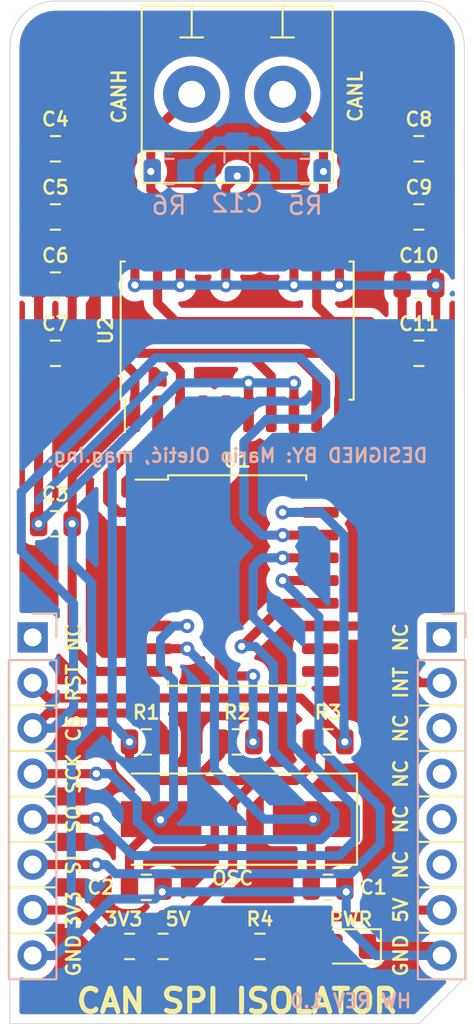
<source format=kicad_pcb>
(kicad_pcb (version 20171130) (host pcbnew "(5.1.5)-3")

  (general
    (thickness 1.6)
    (drawings 46)
    (tracks 276)
    (zones 0)
    (modules 26)
    (nets 32)
  )

  (page A4)
  (layers
    (0 F.Cu signal)
    (31 B.Cu signal)
    (32 B.Adhes user)
    (33 F.Adhes user)
    (34 B.Paste user)
    (35 F.Paste user)
    (36 B.SilkS user)
    (37 F.SilkS user)
    (38 B.Mask user)
    (39 F.Mask user)
    (40 Dwgs.User user)
    (41 Cmts.User user)
    (42 Eco1.User user)
    (43 Eco2.User user)
    (44 Edge.Cuts user)
    (45 Margin user)
    (46 B.CrtYd user)
    (47 F.CrtYd user)
    (48 B.Fab user hide)
    (49 F.Fab user hide)
  )

  (setup
    (last_trace_width 0.25)
    (user_trace_width 0.254)
    (user_trace_width 0.381)
    (user_trace_width 0.508)
    (user_trace_width 0.635)
    (user_trace_width 0.762)
    (trace_clearance 0.2)
    (zone_clearance 0.508)
    (zone_45_only no)
    (trace_min 0.2)
    (via_size 0.8)
    (via_drill 0.4)
    (via_min_size 0.4)
    (via_min_drill 0.3)
    (uvia_size 0.3)
    (uvia_drill 0.1)
    (uvias_allowed no)
    (uvia_min_size 0.2)
    (uvia_min_drill 0.1)
    (edge_width 0.05)
    (segment_width 0.2)
    (pcb_text_width 0.3)
    (pcb_text_size 1.5 1.5)
    (mod_edge_width 0.12)
    (mod_text_size 1 1)
    (mod_text_width 0.15)
    (pad_size 1.524 1.524)
    (pad_drill 0.762)
    (pad_to_mask_clearance 0.051)
    (solder_mask_min_width 0.25)
    (aux_axis_origin 0 0)
    (visible_elements 7FFFFF7F)
    (pcbplotparams
      (layerselection 0x010fc_ffffffff)
      (usegerberextensions false)
      (usegerberattributes false)
      (usegerberadvancedattributes false)
      (creategerberjobfile false)
      (excludeedgelayer true)
      (linewidth 0.100000)
      (plotframeref false)
      (viasonmask false)
      (mode 1)
      (useauxorigin false)
      (hpglpennumber 1)
      (hpglpenspeed 20)
      (hpglpendiameter 15.000000)
      (psnegative false)
      (psa4output false)
      (plotreference true)
      (plotvalue true)
      (plotinvisibletext false)
      (padsonsilk false)
      (subtractmaskfromsilk false)
      (outputformat 1)
      (mirror false)
      (drillshape 0)
      (scaleselection 1)
      (outputdirectory "OutputFiles v1/"))
  )

  (net 0 "")
  (net 1 GND)
  (net 2 /OSC1)
  (net 3 /OSC2)
  (net 4 VCC)
  (net 5 GNDS)
  (net 6 VCCQ)
  (net 7 "Net-(C12-Pad2)")
  (net 8 /CANL)
  (net 9 /CANH)
  (net 10 +3V3)
  (net 11 /MOSI)
  (net 12 /MISO)
  (net 13 /SCK)
  (net 14 /CS)
  (net 15 /RST)
  (net 16 "Net-(J2-Pad1)")
  (net 17 "Net-(J3-Pad1)")
  (net 18 /INT)
  (net 19 "Net-(J3-Pad3)")
  (net 20 "Net-(J3-Pad4)")
  (net 21 "Net-(J3-Pad5)")
  (net 22 "Net-(J3-Pad6)")
  (net 23 +5V)
  (net 24 "Net-(PWR1-Pad2)")
  (net 25 "Net-(R2-Pad2)")
  (net 26 /TXCAN)
  (net 27 /RXCAN)
  (net 28 "Net-(U1-Pad3)")
  (net 29 "Net-(U1-Pad10)")
  (net 30 "Net-(U1-Pad11)")
  (net 31 "Net-(U2-Pad14)")

  (net_class Default "This is the default net class."
    (clearance 0.2)
    (trace_width 0.25)
    (via_dia 0.8)
    (via_drill 0.4)
    (uvia_dia 0.3)
    (uvia_drill 0.1)
    (add_net +3V3)
    (add_net +5V)
    (add_net /CANH)
    (add_net /CANL)
    (add_net /CS)
    (add_net /INT)
    (add_net /MISO)
    (add_net /MOSI)
    (add_net /OSC1)
    (add_net /OSC2)
    (add_net /RST)
    (add_net /RXCAN)
    (add_net /SCK)
    (add_net /TXCAN)
    (add_net GND)
    (add_net GNDS)
    (add_net "Net-(C12-Pad2)")
    (add_net "Net-(J2-Pad1)")
    (add_net "Net-(J3-Pad1)")
    (add_net "Net-(J3-Pad3)")
    (add_net "Net-(J3-Pad4)")
    (add_net "Net-(J3-Pad5)")
    (add_net "Net-(J3-Pad6)")
    (add_net "Net-(PWR1-Pad2)")
    (add_net "Net-(R2-Pad2)")
    (add_net "Net-(U1-Pad10)")
    (add_net "Net-(U1-Pad11)")
    (add_net "Net-(U1-Pad3)")
    (add_net "Net-(U2-Pad14)")
    (add_net VCC)
    (add_net VCCQ)
  )

  (module Capacitor_SMD:C_0805_2012Metric (layer F.Cu) (tedit 5B36C52B) (tstamp 5E30A0AE)
    (at 93.98 170.18)
    (descr "Capacitor SMD 0805 (2012 Metric), square (rectangular) end terminal, IPC_7351 nominal, (Body size source: https://docs.google.com/spreadsheets/d/1BsfQQcO9C6DZCsRaXUlFlo91Tg2WpOkGARC1WS5S8t0/edit?usp=sharing), generated with kicad-footprint-generator")
    (tags capacitor)
    (path /5E311388)
    (attr smd)
    (fp_text reference C1 (at 2.54 0) (layer F.SilkS)
      (effects (font (size 0.762 0.762) (thickness 0.15)))
    )
    (fp_text value 22pF (at 0 1.65) (layer F.Fab)
      (effects (font (size 1 1) (thickness 0.15)))
    )
    (fp_text user %R (at 0 0) (layer F.Fab)
      (effects (font (size 0.5 0.5) (thickness 0.08)))
    )
    (fp_line (start 1.68 0.95) (end -1.68 0.95) (layer F.CrtYd) (width 0.05))
    (fp_line (start 1.68 -0.95) (end 1.68 0.95) (layer F.CrtYd) (width 0.05))
    (fp_line (start -1.68 -0.95) (end 1.68 -0.95) (layer F.CrtYd) (width 0.05))
    (fp_line (start -1.68 0.95) (end -1.68 -0.95) (layer F.CrtYd) (width 0.05))
    (fp_line (start -0.258578 0.71) (end 0.258578 0.71) (layer F.SilkS) (width 0.12))
    (fp_line (start -0.258578 -0.71) (end 0.258578 -0.71) (layer F.SilkS) (width 0.12))
    (fp_line (start 1 0.6) (end -1 0.6) (layer F.Fab) (width 0.1))
    (fp_line (start 1 -0.6) (end 1 0.6) (layer F.Fab) (width 0.1))
    (fp_line (start -1 -0.6) (end 1 -0.6) (layer F.Fab) (width 0.1))
    (fp_line (start -1 0.6) (end -1 -0.6) (layer F.Fab) (width 0.1))
    (pad 2 smd roundrect (at 0.9375 0) (size 0.975 1.4) (layers F.Cu F.Paste F.Mask) (roundrect_rratio 0.25)
      (net 1 GND))
    (pad 1 smd roundrect (at -0.9375 0) (size 0.975 1.4) (layers F.Cu F.Paste F.Mask) (roundrect_rratio 0.25)
      (net 2 /OSC1))
    (model ${KISYS3DMOD}/Capacitor_SMD.3dshapes/C_0805_2012Metric.wrl
      (at (xyz 0 0 0))
      (scale (xyz 1 1 1))
      (rotate (xyz 0 0 0))
    )
  )

  (module Capacitor_SMD:C_0805_2012Metric (layer F.Cu) (tedit 5B36C52B) (tstamp 5E30A0BF)
    (at 83.82 170.18)
    (descr "Capacitor SMD 0805 (2012 Metric), square (rectangular) end terminal, IPC_7351 nominal, (Body size source: https://docs.google.com/spreadsheets/d/1BsfQQcO9C6DZCsRaXUlFlo91Tg2WpOkGARC1WS5S8t0/edit?usp=sharing), generated with kicad-footprint-generator")
    (tags capacitor)
    (path /5E3122DE)
    (attr smd)
    (fp_text reference C2 (at -2.54 0) (layer F.SilkS)
      (effects (font (size 0.762 0.762) (thickness 0.15)))
    )
    (fp_text value 22pF (at 0 1.65) (layer F.Fab)
      (effects (font (size 1 1) (thickness 0.15)))
    )
    (fp_line (start -1 0.6) (end -1 -0.6) (layer F.Fab) (width 0.1))
    (fp_line (start -1 -0.6) (end 1 -0.6) (layer F.Fab) (width 0.1))
    (fp_line (start 1 -0.6) (end 1 0.6) (layer F.Fab) (width 0.1))
    (fp_line (start 1 0.6) (end -1 0.6) (layer F.Fab) (width 0.1))
    (fp_line (start -0.258578 -0.71) (end 0.258578 -0.71) (layer F.SilkS) (width 0.12))
    (fp_line (start -0.258578 0.71) (end 0.258578 0.71) (layer F.SilkS) (width 0.12))
    (fp_line (start -1.68 0.95) (end -1.68 -0.95) (layer F.CrtYd) (width 0.05))
    (fp_line (start -1.68 -0.95) (end 1.68 -0.95) (layer F.CrtYd) (width 0.05))
    (fp_line (start 1.68 -0.95) (end 1.68 0.95) (layer F.CrtYd) (width 0.05))
    (fp_line (start 1.68 0.95) (end -1.68 0.95) (layer F.CrtYd) (width 0.05))
    (fp_text user %R (at 0 0) (layer F.Fab)
      (effects (font (size 0.5 0.5) (thickness 0.08)))
    )
    (pad 1 smd roundrect (at -0.9375 0) (size 0.975 1.4) (layers F.Cu F.Paste F.Mask) (roundrect_rratio 0.25)
      (net 3 /OSC2))
    (pad 2 smd roundrect (at 0.9375 0) (size 0.975 1.4) (layers F.Cu F.Paste F.Mask) (roundrect_rratio 0.25)
      (net 1 GND))
    (model ${KISYS3DMOD}/Capacitor_SMD.3dshapes/C_0805_2012Metric.wrl
      (at (xyz 0 0 0))
      (scale (xyz 1 1 1))
      (rotate (xyz 0 0 0))
    )
  )

  (module Capacitor_SMD:C_0805_2012Metric (layer F.Cu) (tedit 5B36C52B) (tstamp 5E30A0D0)
    (at 78.74 149.86)
    (descr "Capacitor SMD 0805 (2012 Metric), square (rectangular) end terminal, IPC_7351 nominal, (Body size source: https://docs.google.com/spreadsheets/d/1BsfQQcO9C6DZCsRaXUlFlo91Tg2WpOkGARC1WS5S8t0/edit?usp=sharing), generated with kicad-footprint-generator")
    (tags capacitor)
    (path /5E349164)
    (attr smd)
    (fp_text reference C3 (at 0 -1.65) (layer F.SilkS)
      (effects (font (size 0.762 0.762) (thickness 0.15)))
    )
    (fp_text value 100nF (at 0 1.65) (layer F.Fab)
      (effects (font (size 1 1) (thickness 0.15)))
    )
    (fp_line (start -1 0.6) (end -1 -0.6) (layer F.Fab) (width 0.1))
    (fp_line (start -1 -0.6) (end 1 -0.6) (layer F.Fab) (width 0.1))
    (fp_line (start 1 -0.6) (end 1 0.6) (layer F.Fab) (width 0.1))
    (fp_line (start 1 0.6) (end -1 0.6) (layer F.Fab) (width 0.1))
    (fp_line (start -0.258578 -0.71) (end 0.258578 -0.71) (layer F.SilkS) (width 0.12))
    (fp_line (start -0.258578 0.71) (end 0.258578 0.71) (layer F.SilkS) (width 0.12))
    (fp_line (start -1.68 0.95) (end -1.68 -0.95) (layer F.CrtYd) (width 0.05))
    (fp_line (start -1.68 -0.95) (end 1.68 -0.95) (layer F.CrtYd) (width 0.05))
    (fp_line (start 1.68 -0.95) (end 1.68 0.95) (layer F.CrtYd) (width 0.05))
    (fp_line (start 1.68 0.95) (end -1.68 0.95) (layer F.CrtYd) (width 0.05))
    (fp_text user %R (at 0 0) (layer F.Fab)
      (effects (font (size 0.5 0.5) (thickness 0.08)))
    )
    (pad 1 smd roundrect (at -0.9375 0) (size 0.975 1.4) (layers F.Cu F.Paste F.Mask) (roundrect_rratio 0.25)
      (net 4 VCC))
    (pad 2 smd roundrect (at 0.9375 0) (size 0.975 1.4) (layers F.Cu F.Paste F.Mask) (roundrect_rratio 0.25)
      (net 1 GND))
    (model ${KISYS3DMOD}/Capacitor_SMD.3dshapes/C_0805_2012Metric.wrl
      (at (xyz 0 0 0))
      (scale (xyz 1 1 1))
      (rotate (xyz 0 0 0))
    )
  )

  (module Capacitor_SMD:C_0805_2012Metric (layer F.Cu) (tedit 5B36C52B) (tstamp 5E30A0E1)
    (at 78.74 128.905)
    (descr "Capacitor SMD 0805 (2012 Metric), square (rectangular) end terminal, IPC_7351 nominal, (Body size source: https://docs.google.com/spreadsheets/d/1BsfQQcO9C6DZCsRaXUlFlo91Tg2WpOkGARC1WS5S8t0/edit?usp=sharing), generated with kicad-footprint-generator")
    (tags capacitor)
    (path /5E35692B)
    (attr smd)
    (fp_text reference C4 (at 0 -1.65) (layer F.SilkS)
      (effects (font (size 0.762 0.762) (thickness 0.15)))
    )
    (fp_text value 10nF (at 0 1.65) (layer F.Fab)
      (effects (font (size 1 1) (thickness 0.15)))
    )
    (fp_text user %R (at 0 0) (layer F.Fab)
      (effects (font (size 0.5 0.5) (thickness 0.08)))
    )
    (fp_line (start 1.68 0.95) (end -1.68 0.95) (layer F.CrtYd) (width 0.05))
    (fp_line (start 1.68 -0.95) (end 1.68 0.95) (layer F.CrtYd) (width 0.05))
    (fp_line (start -1.68 -0.95) (end 1.68 -0.95) (layer F.CrtYd) (width 0.05))
    (fp_line (start -1.68 0.95) (end -1.68 -0.95) (layer F.CrtYd) (width 0.05))
    (fp_line (start -0.258578 0.71) (end 0.258578 0.71) (layer F.SilkS) (width 0.12))
    (fp_line (start -0.258578 -0.71) (end 0.258578 -0.71) (layer F.SilkS) (width 0.12))
    (fp_line (start 1 0.6) (end -1 0.6) (layer F.Fab) (width 0.1))
    (fp_line (start 1 -0.6) (end 1 0.6) (layer F.Fab) (width 0.1))
    (fp_line (start -1 -0.6) (end 1 -0.6) (layer F.Fab) (width 0.1))
    (fp_line (start -1 0.6) (end -1 -0.6) (layer F.Fab) (width 0.1))
    (pad 2 smd roundrect (at 0.9375 0) (size 0.975 1.4) (layers F.Cu F.Paste F.Mask) (roundrect_rratio 0.25)
      (net 1 GND))
    (pad 1 smd roundrect (at -0.9375 0) (size 0.975 1.4) (layers F.Cu F.Paste F.Mask) (roundrect_rratio 0.25)
      (net 4 VCC))
    (model ${KISYS3DMOD}/Capacitor_SMD.3dshapes/C_0805_2012Metric.wrl
      (at (xyz 0 0 0))
      (scale (xyz 1 1 1))
      (rotate (xyz 0 0 0))
    )
  )

  (module Capacitor_SMD:C_0805_2012Metric (layer F.Cu) (tedit 5B36C52B) (tstamp 5E30A0F2)
    (at 78.74 132.715)
    (descr "Capacitor SMD 0805 (2012 Metric), square (rectangular) end terminal, IPC_7351 nominal, (Body size source: https://docs.google.com/spreadsheets/d/1BsfQQcO9C6DZCsRaXUlFlo91Tg2WpOkGARC1WS5S8t0/edit?usp=sharing), generated with kicad-footprint-generator")
    (tags capacitor)
    (path /5E357D29)
    (attr smd)
    (fp_text reference C5 (at 0 -1.65) (layer F.SilkS)
      (effects (font (size 0.762 0.762) (thickness 0.15)))
    )
    (fp_text value 100nF (at 0 1.65) (layer F.Fab)
      (effects (font (size 1 1) (thickness 0.15)))
    )
    (fp_line (start -1 0.6) (end -1 -0.6) (layer F.Fab) (width 0.1))
    (fp_line (start -1 -0.6) (end 1 -0.6) (layer F.Fab) (width 0.1))
    (fp_line (start 1 -0.6) (end 1 0.6) (layer F.Fab) (width 0.1))
    (fp_line (start 1 0.6) (end -1 0.6) (layer F.Fab) (width 0.1))
    (fp_line (start -0.258578 -0.71) (end 0.258578 -0.71) (layer F.SilkS) (width 0.12))
    (fp_line (start -0.258578 0.71) (end 0.258578 0.71) (layer F.SilkS) (width 0.12))
    (fp_line (start -1.68 0.95) (end -1.68 -0.95) (layer F.CrtYd) (width 0.05))
    (fp_line (start -1.68 -0.95) (end 1.68 -0.95) (layer F.CrtYd) (width 0.05))
    (fp_line (start 1.68 -0.95) (end 1.68 0.95) (layer F.CrtYd) (width 0.05))
    (fp_line (start 1.68 0.95) (end -1.68 0.95) (layer F.CrtYd) (width 0.05))
    (fp_text user %R (at 0 0) (layer F.Fab)
      (effects (font (size 0.5 0.5) (thickness 0.08)))
    )
    (pad 1 smd roundrect (at -0.9375 0) (size 0.975 1.4) (layers F.Cu F.Paste F.Mask) (roundrect_rratio 0.25)
      (net 4 VCC))
    (pad 2 smd roundrect (at 0.9375 0) (size 0.975 1.4) (layers F.Cu F.Paste F.Mask) (roundrect_rratio 0.25)
      (net 1 GND))
    (model ${KISYS3DMOD}/Capacitor_SMD.3dshapes/C_0805_2012Metric.wrl
      (at (xyz 0 0 0))
      (scale (xyz 1 1 1))
      (rotate (xyz 0 0 0))
    )
  )

  (module Capacitor_SMD:C_0805_2012Metric (layer F.Cu) (tedit 5B36C52B) (tstamp 5E30A103)
    (at 78.74 136.525)
    (descr "Capacitor SMD 0805 (2012 Metric), square (rectangular) end terminal, IPC_7351 nominal, (Body size source: https://docs.google.com/spreadsheets/d/1BsfQQcO9C6DZCsRaXUlFlo91Tg2WpOkGARC1WS5S8t0/edit?usp=sharing), generated with kicad-footprint-generator")
    (tags capacitor)
    (path /5E35901D)
    (attr smd)
    (fp_text reference C6 (at 0 -1.65) (layer F.SilkS)
      (effects (font (size 0.762 0.762) (thickness 0.15)))
    )
    (fp_text value 10uF (at 0 1.65) (layer F.Fab)
      (effects (font (size 1 1) (thickness 0.15)))
    )
    (fp_text user %R (at 0 0) (layer F.Fab)
      (effects (font (size 0.5 0.5) (thickness 0.08)))
    )
    (fp_line (start 1.68 0.95) (end -1.68 0.95) (layer F.CrtYd) (width 0.05))
    (fp_line (start 1.68 -0.95) (end 1.68 0.95) (layer F.CrtYd) (width 0.05))
    (fp_line (start -1.68 -0.95) (end 1.68 -0.95) (layer F.CrtYd) (width 0.05))
    (fp_line (start -1.68 0.95) (end -1.68 -0.95) (layer F.CrtYd) (width 0.05))
    (fp_line (start -0.258578 0.71) (end 0.258578 0.71) (layer F.SilkS) (width 0.12))
    (fp_line (start -0.258578 -0.71) (end 0.258578 -0.71) (layer F.SilkS) (width 0.12))
    (fp_line (start 1 0.6) (end -1 0.6) (layer F.Fab) (width 0.1))
    (fp_line (start 1 -0.6) (end 1 0.6) (layer F.Fab) (width 0.1))
    (fp_line (start -1 -0.6) (end 1 -0.6) (layer F.Fab) (width 0.1))
    (fp_line (start -1 0.6) (end -1 -0.6) (layer F.Fab) (width 0.1))
    (pad 2 smd roundrect (at 0.9375 0) (size 0.975 1.4) (layers F.Cu F.Paste F.Mask) (roundrect_rratio 0.25)
      (net 1 GND))
    (pad 1 smd roundrect (at -0.9375 0) (size 0.975 1.4) (layers F.Cu F.Paste F.Mask) (roundrect_rratio 0.25)
      (net 4 VCC))
    (model ${KISYS3DMOD}/Capacitor_SMD.3dshapes/C_0805_2012Metric.wrl
      (at (xyz 0 0 0))
      (scale (xyz 1 1 1))
      (rotate (xyz 0 0 0))
    )
  )

  (module Capacitor_SMD:C_0805_2012Metric (layer F.Cu) (tedit 5B36C52B) (tstamp 5E30A114)
    (at 78.74 140.335)
    (descr "Capacitor SMD 0805 (2012 Metric), square (rectangular) end terminal, IPC_7351 nominal, (Body size source: https://docs.google.com/spreadsheets/d/1BsfQQcO9C6DZCsRaXUlFlo91Tg2WpOkGARC1WS5S8t0/edit?usp=sharing), generated with kicad-footprint-generator")
    (tags capacitor)
    (path /5E35A6DE)
    (attr smd)
    (fp_text reference C7 (at 0 -1.65) (layer F.SilkS)
      (effects (font (size 0.762 0.762) (thickness 0.15)))
    )
    (fp_text value 100nF (at 0 1.65) (layer F.Fab)
      (effects (font (size 1 1) (thickness 0.15)))
    )
    (fp_line (start -1 0.6) (end -1 -0.6) (layer F.Fab) (width 0.1))
    (fp_line (start -1 -0.6) (end 1 -0.6) (layer F.Fab) (width 0.1))
    (fp_line (start 1 -0.6) (end 1 0.6) (layer F.Fab) (width 0.1))
    (fp_line (start 1 0.6) (end -1 0.6) (layer F.Fab) (width 0.1))
    (fp_line (start -0.258578 -0.71) (end 0.258578 -0.71) (layer F.SilkS) (width 0.12))
    (fp_line (start -0.258578 0.71) (end 0.258578 0.71) (layer F.SilkS) (width 0.12))
    (fp_line (start -1.68 0.95) (end -1.68 -0.95) (layer F.CrtYd) (width 0.05))
    (fp_line (start -1.68 -0.95) (end 1.68 -0.95) (layer F.CrtYd) (width 0.05))
    (fp_line (start 1.68 -0.95) (end 1.68 0.95) (layer F.CrtYd) (width 0.05))
    (fp_line (start 1.68 0.95) (end -1.68 0.95) (layer F.CrtYd) (width 0.05))
    (fp_text user %R (at 0 0) (layer F.Fab)
      (effects (font (size 0.5 0.5) (thickness 0.08)))
    )
    (pad 1 smd roundrect (at -0.9375 0) (size 0.975 1.4) (layers F.Cu F.Paste F.Mask) (roundrect_rratio 0.25)
      (net 4 VCC))
    (pad 2 smd roundrect (at 0.9375 0) (size 0.975 1.4) (layers F.Cu F.Paste F.Mask) (roundrect_rratio 0.25)
      (net 1 GND))
    (model ${KISYS3DMOD}/Capacitor_SMD.3dshapes/C_0805_2012Metric.wrl
      (at (xyz 0 0 0))
      (scale (xyz 1 1 1))
      (rotate (xyz 0 0 0))
    )
  )

  (module Capacitor_SMD:C_0805_2012Metric (layer F.Cu) (tedit 5B36C52B) (tstamp 5E30B660)
    (at 99.06 128.905)
    (descr "Capacitor SMD 0805 (2012 Metric), square (rectangular) end terminal, IPC_7351 nominal, (Body size source: https://docs.google.com/spreadsheets/d/1BsfQQcO9C6DZCsRaXUlFlo91Tg2WpOkGARC1WS5S8t0/edit?usp=sharing), generated with kicad-footprint-generator")
    (tags capacitor)
    (path /5E35E683)
    (attr smd)
    (fp_text reference C8 (at 0 -1.65) (layer F.SilkS)
      (effects (font (size 0.762 0.762) (thickness 0.15)))
    )
    (fp_text value 100nF (at 0 1.65) (layer F.Fab)
      (effects (font (size 1 1) (thickness 0.15)))
    )
    (fp_text user %R (at 0 0) (layer F.Fab)
      (effects (font (size 0.5 0.5) (thickness 0.08)))
    )
    (fp_line (start 1.68 0.95) (end -1.68 0.95) (layer F.CrtYd) (width 0.05))
    (fp_line (start 1.68 -0.95) (end 1.68 0.95) (layer F.CrtYd) (width 0.05))
    (fp_line (start -1.68 -0.95) (end 1.68 -0.95) (layer F.CrtYd) (width 0.05))
    (fp_line (start -1.68 0.95) (end -1.68 -0.95) (layer F.CrtYd) (width 0.05))
    (fp_line (start -0.258578 0.71) (end 0.258578 0.71) (layer F.SilkS) (width 0.12))
    (fp_line (start -0.258578 -0.71) (end 0.258578 -0.71) (layer F.SilkS) (width 0.12))
    (fp_line (start 1 0.6) (end -1 0.6) (layer F.Fab) (width 0.1))
    (fp_line (start 1 -0.6) (end 1 0.6) (layer F.Fab) (width 0.1))
    (fp_line (start -1 -0.6) (end 1 -0.6) (layer F.Fab) (width 0.1))
    (fp_line (start -1 0.6) (end -1 -0.6) (layer F.Fab) (width 0.1))
    (pad 2 smd roundrect (at 0.9375 0) (size 0.975 1.4) (layers F.Cu F.Paste F.Mask) (roundrect_rratio 0.25)
      (net 5 GNDS))
    (pad 1 smd roundrect (at -0.9375 0) (size 0.975 1.4) (layers F.Cu F.Paste F.Mask) (roundrect_rratio 0.25)
      (net 6 VCCQ))
    (model ${KISYS3DMOD}/Capacitor_SMD.3dshapes/C_0805_2012Metric.wrl
      (at (xyz 0 0 0))
      (scale (xyz 1 1 1))
      (rotate (xyz 0 0 0))
    )
  )

  (module Capacitor_SMD:C_0805_2012Metric (layer F.Cu) (tedit 5B36C52B) (tstamp 5E30A136)
    (at 99.06 132.715)
    (descr "Capacitor SMD 0805 (2012 Metric), square (rectangular) end terminal, IPC_7351 nominal, (Body size source: https://docs.google.com/spreadsheets/d/1BsfQQcO9C6DZCsRaXUlFlo91Tg2WpOkGARC1WS5S8t0/edit?usp=sharing), generated with kicad-footprint-generator")
    (tags capacitor)
    (path /5E3600A9)
    (attr smd)
    (fp_text reference C9 (at 0 -1.65) (layer F.SilkS)
      (effects (font (size 0.762 0.762) (thickness 0.15)))
    )
    (fp_text value 10nF (at 0 1.65) (layer F.Fab)
      (effects (font (size 1 1) (thickness 0.15)))
    )
    (fp_line (start -1 0.6) (end -1 -0.6) (layer F.Fab) (width 0.1))
    (fp_line (start -1 -0.6) (end 1 -0.6) (layer F.Fab) (width 0.1))
    (fp_line (start 1 -0.6) (end 1 0.6) (layer F.Fab) (width 0.1))
    (fp_line (start 1 0.6) (end -1 0.6) (layer F.Fab) (width 0.1))
    (fp_line (start -0.258578 -0.71) (end 0.258578 -0.71) (layer F.SilkS) (width 0.12))
    (fp_line (start -0.258578 0.71) (end 0.258578 0.71) (layer F.SilkS) (width 0.12))
    (fp_line (start -1.68 0.95) (end -1.68 -0.95) (layer F.CrtYd) (width 0.05))
    (fp_line (start -1.68 -0.95) (end 1.68 -0.95) (layer F.CrtYd) (width 0.05))
    (fp_line (start 1.68 -0.95) (end 1.68 0.95) (layer F.CrtYd) (width 0.05))
    (fp_line (start 1.68 0.95) (end -1.68 0.95) (layer F.CrtYd) (width 0.05))
    (fp_text user %R (at 0 0) (layer F.Fab)
      (effects (font (size 0.5 0.5) (thickness 0.08)))
    )
    (pad 1 smd roundrect (at -0.9375 0) (size 0.975 1.4) (layers F.Cu F.Paste F.Mask) (roundrect_rratio 0.25)
      (net 6 VCCQ))
    (pad 2 smd roundrect (at 0.9375 0) (size 0.975 1.4) (layers F.Cu F.Paste F.Mask) (roundrect_rratio 0.25)
      (net 5 GNDS))
    (model ${KISYS3DMOD}/Capacitor_SMD.3dshapes/C_0805_2012Metric.wrl
      (at (xyz 0 0 0))
      (scale (xyz 1 1 1))
      (rotate (xyz 0 0 0))
    )
  )

  (module Capacitor_SMD:C_0805_2012Metric (layer F.Cu) (tedit 5B36C52B) (tstamp 5E30A147)
    (at 99.06 136.525)
    (descr "Capacitor SMD 0805 (2012 Metric), square (rectangular) end terminal, IPC_7351 nominal, (Body size source: https://docs.google.com/spreadsheets/d/1BsfQQcO9C6DZCsRaXUlFlo91Tg2WpOkGARC1WS5S8t0/edit?usp=sharing), generated with kicad-footprint-generator")
    (tags capacitor)
    (path /5E3645C0)
    (attr smd)
    (fp_text reference C10 (at 0 -1.65) (layer F.SilkS)
      (effects (font (size 0.762 0.762) (thickness 0.15)))
    )
    (fp_text value 100nF (at 0 1.65) (layer F.Fab)
      (effects (font (size 1 1) (thickness 0.15)))
    )
    (fp_text user %R (at 0 0) (layer F.Fab)
      (effects (font (size 0.5 0.5) (thickness 0.08)))
    )
    (fp_line (start 1.68 0.95) (end -1.68 0.95) (layer F.CrtYd) (width 0.05))
    (fp_line (start 1.68 -0.95) (end 1.68 0.95) (layer F.CrtYd) (width 0.05))
    (fp_line (start -1.68 -0.95) (end 1.68 -0.95) (layer F.CrtYd) (width 0.05))
    (fp_line (start -1.68 0.95) (end -1.68 -0.95) (layer F.CrtYd) (width 0.05))
    (fp_line (start -0.258578 0.71) (end 0.258578 0.71) (layer F.SilkS) (width 0.12))
    (fp_line (start -0.258578 -0.71) (end 0.258578 -0.71) (layer F.SilkS) (width 0.12))
    (fp_line (start 1 0.6) (end -1 0.6) (layer F.Fab) (width 0.1))
    (fp_line (start 1 -0.6) (end 1 0.6) (layer F.Fab) (width 0.1))
    (fp_line (start -1 -0.6) (end 1 -0.6) (layer F.Fab) (width 0.1))
    (fp_line (start -1 0.6) (end -1 -0.6) (layer F.Fab) (width 0.1))
    (pad 2 smd roundrect (at 0.9375 0) (size 0.975 1.4) (layers F.Cu F.Paste F.Mask) (roundrect_rratio 0.25)
      (net 5 GNDS))
    (pad 1 smd roundrect (at -0.9375 0) (size 0.975 1.4) (layers F.Cu F.Paste F.Mask) (roundrect_rratio 0.25)
      (net 6 VCCQ))
    (model ${KISYS3DMOD}/Capacitor_SMD.3dshapes/C_0805_2012Metric.wrl
      (at (xyz 0 0 0))
      (scale (xyz 1 1 1))
      (rotate (xyz 0 0 0))
    )
  )

  (module Capacitor_SMD:C_0805_2012Metric (layer F.Cu) (tedit 5B36C52B) (tstamp 5E30A158)
    (at 99.06 140.335)
    (descr "Capacitor SMD 0805 (2012 Metric), square (rectangular) end terminal, IPC_7351 nominal, (Body size source: https://docs.google.com/spreadsheets/d/1BsfQQcO9C6DZCsRaXUlFlo91Tg2WpOkGARC1WS5S8t0/edit?usp=sharing), generated with kicad-footprint-generator")
    (tags capacitor)
    (path /5E36620A)
    (attr smd)
    (fp_text reference C11 (at 0 -1.65) (layer F.SilkS)
      (effects (font (size 0.762 0.762) (thickness 0.15)))
    )
    (fp_text value 10uF (at 0 1.65) (layer F.Fab)
      (effects (font (size 1 1) (thickness 0.15)))
    )
    (fp_line (start -1 0.6) (end -1 -0.6) (layer F.Fab) (width 0.1))
    (fp_line (start -1 -0.6) (end 1 -0.6) (layer F.Fab) (width 0.1))
    (fp_line (start 1 -0.6) (end 1 0.6) (layer F.Fab) (width 0.1))
    (fp_line (start 1 0.6) (end -1 0.6) (layer F.Fab) (width 0.1))
    (fp_line (start -0.258578 -0.71) (end 0.258578 -0.71) (layer F.SilkS) (width 0.12))
    (fp_line (start -0.258578 0.71) (end 0.258578 0.71) (layer F.SilkS) (width 0.12))
    (fp_line (start -1.68 0.95) (end -1.68 -0.95) (layer F.CrtYd) (width 0.05))
    (fp_line (start -1.68 -0.95) (end 1.68 -0.95) (layer F.CrtYd) (width 0.05))
    (fp_line (start 1.68 -0.95) (end 1.68 0.95) (layer F.CrtYd) (width 0.05))
    (fp_line (start 1.68 0.95) (end -1.68 0.95) (layer F.CrtYd) (width 0.05))
    (fp_text user %R (at 0 0) (layer F.Fab)
      (effects (font (size 0.5 0.5) (thickness 0.08)))
    )
    (pad 1 smd roundrect (at -0.9375 0) (size 0.975 1.4) (layers F.Cu F.Paste F.Mask) (roundrect_rratio 0.25)
      (net 6 VCCQ))
    (pad 2 smd roundrect (at 0.9375 0) (size 0.975 1.4) (layers F.Cu F.Paste F.Mask) (roundrect_rratio 0.25)
      (net 5 GNDS))
    (model ${KISYS3DMOD}/Capacitor_SMD.3dshapes/C_0805_2012Metric.wrl
      (at (xyz 0 0 0))
      (scale (xyz 1 1 1))
      (rotate (xyz 0 0 0))
    )
  )

  (module Capacitor_SMD:C_0805_2012Metric (layer B.Cu) (tedit 5B36C52B) (tstamp 5E30A169)
    (at 88.9 129.413 90)
    (descr "Capacitor SMD 0805 (2012 Metric), square (rectangular) end terminal, IPC_7351 nominal, (Body size source: https://docs.google.com/spreadsheets/d/1BsfQQcO9C6DZCsRaXUlFlo91Tg2WpOkGARC1WS5S8t0/edit?usp=sharing), generated with kicad-footprint-generator")
    (tags capacitor)
    (path /5E3B3B41)
    (attr smd)
    (fp_text reference C12 (at -2.54 0 180) (layer B.SilkS)
      (effects (font (size 1 1) (thickness 0.15)) (justify mirror))
    )
    (fp_text value 4.7nF (at 0 -1.65 270) (layer B.Fab)
      (effects (font (size 1 1) (thickness 0.15)) (justify mirror))
    )
    (fp_text user %R (at 0 0 270) (layer B.Fab) hide
      (effects (font (size 0.5 0.5) (thickness 0.08)) (justify mirror))
    )
    (fp_line (start 1.68 -0.95) (end -1.68 -0.95) (layer B.CrtYd) (width 0.05))
    (fp_line (start 1.68 0.95) (end 1.68 -0.95) (layer B.CrtYd) (width 0.05))
    (fp_line (start -1.68 0.95) (end 1.68 0.95) (layer B.CrtYd) (width 0.05))
    (fp_line (start -1.68 -0.95) (end -1.68 0.95) (layer B.CrtYd) (width 0.05))
    (fp_line (start -0.258578 -0.71) (end 0.258578 -0.71) (layer B.SilkS) (width 0.12))
    (fp_line (start -0.258578 0.71) (end 0.258578 0.71) (layer B.SilkS) (width 0.12))
    (fp_line (start 1 -0.6) (end -1 -0.6) (layer B.Fab) (width 0.1))
    (fp_line (start 1 0.6) (end 1 -0.6) (layer B.Fab) (width 0.1))
    (fp_line (start -1 0.6) (end 1 0.6) (layer B.Fab) (width 0.1))
    (fp_line (start -1 -0.6) (end -1 0.6) (layer B.Fab) (width 0.1))
    (pad 2 smd roundrect (at 0.9375 0 90) (size 0.975 1.4) (layers B.Cu B.Paste B.Mask) (roundrect_rratio 0.25)
      (net 7 "Net-(C12-Pad2)"))
    (pad 1 smd roundrect (at -0.9375 0 90) (size 0.975 1.4) (layers B.Cu B.Paste B.Mask) (roundrect_rratio 0.25)
      (net 5 GNDS))
    (model ${KISYS3DMOD}/Capacitor_SMD.3dshapes/C_0805_2012Metric.wrl
      (at (xyz 0 0 0))
      (scale (xyz 1 1 1))
      (rotate (xyz 0 0 0))
    )
  )

  (module "CAN SPI Isolated v2:PCB_Screw_Terminal_5.08_2ways" (layer F.Cu) (tedit 5E303432) (tstamp 5E30A17D)
    (at 88.9 125.984 180)
    (path /5E379E9D)
    (fp_text reference J1 (at -4.064 -5.842) (layer F.SilkS) hide
      (effects (font (size 1 1) (thickness 0.15)))
    )
    (fp_text value Screw_Terminal_01x02 (at 0 6.35) (layer F.Fab) hide
      (effects (font (size 1 1) (thickness 0.15)))
    )
    (fp_line (start 3.175 3.302) (end 1.905 3.302) (layer F.SilkS) (width 0.12))
    (fp_line (start 5.334 -3.048) (end -5.334 -3.048) (layer F.SilkS) (width 0.12))
    (fp_line (start 5.334 5.08) (end -5.334 5.08) (layer F.SilkS) (width 0.12))
    (fp_line (start 2.54 5.08) (end 2.54 3.302) (layer F.SilkS) (width 0.12))
    (fp_line (start -3.175 3.302) (end -1.905 3.302) (layer F.SilkS) (width 0.12))
    (fp_line (start -5.334 5.08) (end -5.334 -4.826) (layer F.SilkS) (width 0.12))
    (fp_line (start -2.54 3.302) (end -2.54 5.08) (layer F.SilkS) (width 0.12))
    (fp_line (start -5.334 -4.826) (end 5.334 -4.826) (layer F.SilkS) (width 0.12))
    (fp_line (start 5.334 -4.826) (end 5.334 5.08) (layer F.SilkS) (width 0.12))
    (fp_line (start -5.588 -5.08) (end 5.588 -5.08) (layer F.CrtYd) (width 0.12))
    (fp_line (start 5.588 -5.08) (end 5.588 5.334) (layer F.CrtYd) (width 0.12))
    (fp_line (start 5.588 5.334) (end -5.588 5.334) (layer F.CrtYd) (width 0.12))
    (fp_line (start -5.588 5.334) (end -5.588 -5.08) (layer F.CrtYd) (width 0.12))
    (fp_line (start -1.016 0) (end -1.27 0.254) (layer F.CrtYd) (width 0.12))
    (pad 2 thru_hole circle (at 2.54 0.127 180) (size 3.2 3.2) (drill 1.5) (layers *.Cu *.Mask)
      (net 9 /CANH))
    (pad 1 thru_hole circle (at -2.54 0.127 180) (size 3.2 3.2) (drill 1.5) (layers *.Cu *.Mask)
      (net 8 /CANL))
    (model "${KIPRJMOD}/3D models/PCB Terminal 5.08 - 2way.stp"
      (offset (xyz -5.105400000000001 -4.8514 0))
      (scale (xyz 1 1 1))
      (rotate (xyz -90 0 90))
    )
  )

  (module Connector_PinHeader_2.54mm:PinHeader_1x08_P2.54mm_Vertical (layer B.Cu) (tedit 59FED5CC) (tstamp 5E30A199)
    (at 77.47 156.21 180)
    (descr "Through hole straight pin header, 1x08, 2.54mm pitch, single row")
    (tags "Through hole pin header THT 1x08 2.54mm single row")
    (path /5E3E81E5)
    (fp_text reference J2 (at 0 2.33) (layer B.SilkS) hide
      (effects (font (size 1 1) (thickness 0.15)) (justify mirror))
    )
    (fp_text value Conn_01x08 (at 0 -20.11) (layer B.Fab) hide
      (effects (font (size 1 1) (thickness 0.15)) (justify mirror))
    )
    (fp_text user %R (at 0 -8.89 270) (layer B.Fab) hide
      (effects (font (size 1 1) (thickness 0.15)) (justify mirror))
    )
    (fp_line (start 1.8 1.8) (end -1.8 1.8) (layer B.CrtYd) (width 0.05))
    (fp_line (start 1.8 -19.55) (end 1.8 1.8) (layer B.CrtYd) (width 0.05))
    (fp_line (start -1.8 -19.55) (end 1.8 -19.55) (layer B.CrtYd) (width 0.05))
    (fp_line (start -1.8 1.8) (end -1.8 -19.55) (layer B.CrtYd) (width 0.05))
    (fp_line (start -1.33 1.33) (end 0 1.33) (layer B.SilkS) (width 0.12))
    (fp_line (start -1.33 0) (end -1.33 1.33) (layer B.SilkS) (width 0.12))
    (fp_line (start -1.33 -1.27) (end 1.33 -1.27) (layer B.SilkS) (width 0.12))
    (fp_line (start 1.33 -1.27) (end 1.33 -19.11) (layer B.SilkS) (width 0.12))
    (fp_line (start -1.33 -1.27) (end -1.33 -19.11) (layer B.SilkS) (width 0.12))
    (fp_line (start -1.33 -19.11) (end 1.33 -19.11) (layer B.SilkS) (width 0.12))
    (fp_line (start -1.27 0.635) (end -0.635 1.27) (layer B.Fab) (width 0.1))
    (fp_line (start -1.27 -19.05) (end -1.27 0.635) (layer B.Fab) (width 0.1))
    (fp_line (start 1.27 -19.05) (end -1.27 -19.05) (layer B.Fab) (width 0.1))
    (fp_line (start 1.27 1.27) (end 1.27 -19.05) (layer B.Fab) (width 0.1))
    (fp_line (start -0.635 1.27) (end 1.27 1.27) (layer B.Fab) (width 0.1))
    (pad 8 thru_hole oval (at 0 -17.78 180) (size 1.7 1.7) (drill 1) (layers *.Cu *.Mask)
      (net 1 GND))
    (pad 7 thru_hole oval (at 0 -15.24 180) (size 1.7 1.7) (drill 1) (layers *.Cu *.Mask)
      (net 10 +3V3))
    (pad 6 thru_hole oval (at 0 -12.7 180) (size 1.7 1.7) (drill 1) (layers *.Cu *.Mask)
      (net 11 /MOSI))
    (pad 5 thru_hole oval (at 0 -10.16 180) (size 1.7 1.7) (drill 1) (layers *.Cu *.Mask)
      (net 12 /MISO))
    (pad 4 thru_hole oval (at 0 -7.62 180) (size 1.7 1.7) (drill 1) (layers *.Cu *.Mask)
      (net 13 /SCK))
    (pad 3 thru_hole oval (at 0 -5.08 180) (size 1.7 1.7) (drill 1) (layers *.Cu *.Mask)
      (net 14 /CS))
    (pad 2 thru_hole oval (at 0 -2.54 180) (size 1.7 1.7) (drill 1) (layers *.Cu *.Mask)
      (net 15 /RST))
    (pad 1 thru_hole rect (at 0 0 180) (size 1.7 1.7) (drill 1) (layers *.Cu *.Mask)
      (net 16 "Net-(J2-Pad1)"))
    (model ${KISYS3DMOD}/Connector_PinHeader_2.54mm.3dshapes/PinHeader_1x08_P2.54mm_Vertical.wrl
      (at (xyz 0 0 0))
      (scale (xyz 1 1 1))
      (rotate (xyz 0 0 0))
    )
  )

  (module Connector_PinHeader_2.54mm:PinHeader_1x08_P2.54mm_Vertical (layer B.Cu) (tedit 59FED5CC) (tstamp 5E30A1B5)
    (at 100.33 156.21 180)
    (descr "Through hole straight pin header, 1x08, 2.54mm pitch, single row")
    (tags "Through hole pin header THT 1x08 2.54mm single row")
    (path /5E3EDB1E)
    (fp_text reference J3 (at 0 2.33) (layer B.SilkS) hide
      (effects (font (size 1 1) (thickness 0.15)) (justify mirror))
    )
    (fp_text value Conn_01x08 (at 0 -20.11) (layer B.Fab) hide
      (effects (font (size 1 1) (thickness 0.15)) (justify mirror))
    )
    (fp_line (start -0.635 1.27) (end 1.27 1.27) (layer B.Fab) (width 0.1))
    (fp_line (start 1.27 1.27) (end 1.27 -19.05) (layer B.Fab) (width 0.1))
    (fp_line (start 1.27 -19.05) (end -1.27 -19.05) (layer B.Fab) (width 0.1))
    (fp_line (start -1.27 -19.05) (end -1.27 0.635) (layer B.Fab) (width 0.1))
    (fp_line (start -1.27 0.635) (end -0.635 1.27) (layer B.Fab) (width 0.1))
    (fp_line (start -1.33 -19.11) (end 1.33 -19.11) (layer B.SilkS) (width 0.12))
    (fp_line (start -1.33 -1.27) (end -1.33 -19.11) (layer B.SilkS) (width 0.12))
    (fp_line (start 1.33 -1.27) (end 1.33 -19.11) (layer B.SilkS) (width 0.12))
    (fp_line (start -1.33 -1.27) (end 1.33 -1.27) (layer B.SilkS) (width 0.12))
    (fp_line (start -1.33 0) (end -1.33 1.33) (layer B.SilkS) (width 0.12))
    (fp_line (start -1.33 1.33) (end 0 1.33) (layer B.SilkS) (width 0.12))
    (fp_line (start -1.8 1.8) (end -1.8 -19.55) (layer B.CrtYd) (width 0.05))
    (fp_line (start -1.8 -19.55) (end 1.8 -19.55) (layer B.CrtYd) (width 0.05))
    (fp_line (start 1.8 -19.55) (end 1.8 1.8) (layer B.CrtYd) (width 0.05))
    (fp_line (start 1.8 1.8) (end -1.8 1.8) (layer B.CrtYd) (width 0.05))
    (fp_text user %R (at 0 -8.89 270) (layer B.Fab) hide
      (effects (font (size 1 1) (thickness 0.15)) (justify mirror))
    )
    (pad 1 thru_hole rect (at 0 0 180) (size 1.7 1.7) (drill 1) (layers *.Cu *.Mask)
      (net 17 "Net-(J3-Pad1)"))
    (pad 2 thru_hole oval (at 0 -2.54 180) (size 1.7 1.7) (drill 1) (layers *.Cu *.Mask)
      (net 18 /INT))
    (pad 3 thru_hole oval (at 0 -5.08 180) (size 1.7 1.7) (drill 1) (layers *.Cu *.Mask)
      (net 19 "Net-(J3-Pad3)"))
    (pad 4 thru_hole oval (at 0 -7.62 180) (size 1.7 1.7) (drill 1) (layers *.Cu *.Mask)
      (net 20 "Net-(J3-Pad4)"))
    (pad 5 thru_hole oval (at 0 -10.16 180) (size 1.7 1.7) (drill 1) (layers *.Cu *.Mask)
      (net 21 "Net-(J3-Pad5)"))
    (pad 6 thru_hole oval (at 0 -12.7 180) (size 1.7 1.7) (drill 1) (layers *.Cu *.Mask)
      (net 22 "Net-(J3-Pad6)"))
    (pad 7 thru_hole oval (at 0 -15.24 180) (size 1.7 1.7) (drill 1) (layers *.Cu *.Mask)
      (net 23 +5V))
    (pad 8 thru_hole oval (at 0 -17.78 180) (size 1.7 1.7) (drill 1) (layers *.Cu *.Mask)
      (net 1 GND))
    (model ${KISYS3DMOD}/Connector_PinHeader_2.54mm.3dshapes/PinHeader_1x08_P2.54mm_Vertical.wrl
      (at (xyz 0 0 0))
      (scale (xyz 1 1 1))
      (rotate (xyz 0 0 0))
    )
  )

  (module "CAN SPI Isolated v2:Jumper_0805" (layer F.Cu) (tedit 5E303787) (tstamp 5E30A1CC)
    (at 84.7575 173.482 180)
    (path /5E37F0F5)
    (fp_text reference JP1 (at 0.254 -2.032) (layer F.SilkS) hide
      (effects (font (size 1 1) (thickness 0.15)))
    )
    (fp_text value SolderJumper_3_Open (at 0.762 1.905) (layer F.Fab) hide
      (effects (font (size 1 1) (thickness 0.15)))
    )
    (fp_line (start 0.8669 0.6) (end 0.8669 -0.6) (layer F.Fab) (width 0.1))
    (fp_line (start 2.8669 -0.6) (end 2.8669 0.6) (layer F.Fab) (width 0.1))
    (fp_line (start 1.608322 -0.71) (end 2.125478 -0.71) (layer F.SilkS) (width 0.12))
    (fp_line (start 3.556 -0.95) (end 3.556 0.95) (layer F.CrtYd) (width 0.05))
    (fp_line (start 2.8669 0.6) (end 0.8669 0.6) (layer F.Fab) (width 0.1))
    (fp_line (start 1.608322 0.71) (end 2.125478 0.71) (layer F.SilkS) (width 0.12))
    (fp_line (start 0.8669 -0.6) (end 2.8669 -0.6) (layer F.Fab) (width 0.1))
    (fp_line (start -1 0.6) (end -1 -0.6) (layer F.Fab) (width 0.1))
    (fp_line (start 1 -0.6) (end 1 0.6) (layer F.Fab) (width 0.1))
    (fp_line (start -0.258578 -0.71) (end 0.258578 -0.71) (layer F.SilkS) (width 0.12))
    (fp_line (start 3.556 0.95) (end -1.68 0.95) (layer F.CrtYd) (width 0.05))
    (fp_line (start 1 0.6) (end -1 0.6) (layer F.Fab) (width 0.1))
    (fp_line (start -0.258578 0.71) (end 0.258578 0.71) (layer F.SilkS) (width 0.12))
    (fp_line (start -1.68 -0.95) (end 3.556 -0.95) (layer F.CrtYd) (width 0.05))
    (fp_line (start -1.68 0.95) (end -1.68 -0.95) (layer F.CrtYd) (width 0.05))
    (fp_line (start -1 -0.6) (end 1 -0.6) (layer F.Fab) (width 0.1))
    (pad 3 smd roundrect (at 2.8044 0 180) (size 0.975 1.4) (layers F.Cu F.Paste F.Mask) (roundrect_rratio 0.25)
      (net 10 +3V3))
    (pad 1 smd roundrect (at -0.9375 0 180) (size 0.975 1.4) (layers F.Cu F.Paste F.Mask) (roundrect_rratio 0.25)
      (net 23 +5V))
    (pad 2 smd roundrect (at 0.9375 0 180) (size 0.975 1.4) (layers F.Cu F.Paste F.Mask) (roundrect_rratio 0.25)
      (net 4 VCC))
    (model ${KISYS3DMOD}/Resistor_SMD.3dshapes/R_0805_2012Metric.wrl
      (at (xyz 0 0 0))
      (scale (xyz 1 1 1))
      (rotate (xyz 0 0 0))
    )
  )

  (module Crystal:Crystal_SMD_HC49-SD (layer F.Cu) (tedit 5A1AD52C) (tstamp 5E30A1E2)
    (at 88.9 166.37 180)
    (descr "SMD Crystal HC-49-SD http://cdn-reichelt.de/documents/datenblatt/B400/xxx-HC49-SMD.pdf, 11.4x4.7mm^2 package")
    (tags "SMD SMT crystal")
    (path /5E30FC9B)
    (attr smd)
    (fp_text reference OSC1 (at 0 -3.302) (layer F.SilkS) hide
      (effects (font (size 0.762 0.762) (thickness 0.15)))
    )
    (fp_text value 10MHz (at 0 3.55) (layer F.Fab) hide
      (effects (font (size 1 1) (thickness 0.15)))
    )
    (fp_text user %R (at 0 0) (layer F.Fab) hide
      (effects (font (size 1 1) (thickness 0.15)))
    )
    (fp_line (start -5.7 -2.35) (end -5.7 2.35) (layer F.Fab) (width 0.1))
    (fp_line (start -5.7 2.35) (end 5.7 2.35) (layer F.Fab) (width 0.1))
    (fp_line (start 5.7 2.35) (end 5.7 -2.35) (layer F.Fab) (width 0.1))
    (fp_line (start 5.7 -2.35) (end -5.7 -2.35) (layer F.Fab) (width 0.1))
    (fp_line (start -3.015 -2.115) (end 3.015 -2.115) (layer F.Fab) (width 0.1))
    (fp_line (start -3.015 2.115) (end 3.015 2.115) (layer F.Fab) (width 0.1))
    (fp_line (start 5.9 -2.55) (end -6.7 -2.55) (layer F.SilkS) (width 0.12))
    (fp_line (start -6.7 -2.55) (end -6.7 2.55) (layer F.SilkS) (width 0.12))
    (fp_line (start -6.7 2.55) (end 5.9 2.55) (layer F.SilkS) (width 0.12))
    (fp_line (start -6.8 -2.6) (end -6.8 2.6) (layer F.CrtYd) (width 0.05))
    (fp_line (start -6.8 2.6) (end 6.8 2.6) (layer F.CrtYd) (width 0.05))
    (fp_line (start 6.8 2.6) (end 6.8 -2.6) (layer F.CrtYd) (width 0.05))
    (fp_line (start 6.8 -2.6) (end -6.8 -2.6) (layer F.CrtYd) (width 0.05))
    (fp_arc (start -3.015 0) (end -3.015 -2.115) (angle -180) (layer F.Fab) (width 0.1))
    (fp_arc (start 3.015 0) (end 3.015 -2.115) (angle 180) (layer F.Fab) (width 0.1))
    (pad 1 smd rect (at -4.25 0 180) (size 4.5 2) (layers F.Cu F.Paste F.Mask)
      (net 2 /OSC1))
    (pad 2 smd rect (at 4.25 0 180) (size 4.5 2) (layers F.Cu F.Paste F.Mask)
      (net 3 /OSC2))
    (model ${KISYS3DMOD}/Crystal.3dshapes/Crystal_SMD_HC49-SD.wrl
      (at (xyz 0 0 0))
      (scale (xyz 1 1 1))
      (rotate (xyz 0 0 0))
    )
  )

  (module LED_SMD:LED_0805_2012Metric (layer F.Cu) (tedit 5B36C52C) (tstamp 5E30A1F5)
    (at 95.25 173.482 180)
    (descr "LED SMD 0805 (2012 Metric), square (rectangular) end terminal, IPC_7351 nominal, (Body size source: https://docs.google.com/spreadsheets/d/1BsfQQcO9C6DZCsRaXUlFlo91Tg2WpOkGARC1WS5S8t0/edit?usp=sharing), generated with kicad-footprint-generator")
    (tags diode)
    (path /5E394BB4)
    (attr smd)
    (fp_text reference PWR1 (at 0 1.524) (layer F.SilkS) hide
      (effects (font (size 0.762 0.762) (thickness 0.15)))
    )
    (fp_text value LED (at 0 1.65) (layer F.Fab) hide
      (effects (font (size 1 1) (thickness 0.15)))
    )
    (fp_line (start 1 -0.6) (end -0.7 -0.6) (layer F.Fab) (width 0.1))
    (fp_line (start -0.7 -0.6) (end -1 -0.3) (layer F.Fab) (width 0.1))
    (fp_line (start -1 -0.3) (end -1 0.6) (layer F.Fab) (width 0.1))
    (fp_line (start -1 0.6) (end 1 0.6) (layer F.Fab) (width 0.1))
    (fp_line (start 1 0.6) (end 1 -0.6) (layer F.Fab) (width 0.1))
    (fp_line (start 1 -0.96) (end -1.685 -0.96) (layer F.SilkS) (width 0.12))
    (fp_line (start -1.685 -0.96) (end -1.685 0.96) (layer F.SilkS) (width 0.12))
    (fp_line (start -1.685 0.96) (end 1 0.96) (layer F.SilkS) (width 0.12))
    (fp_line (start -1.68 0.95) (end -1.68 -0.95) (layer F.CrtYd) (width 0.05))
    (fp_line (start -1.68 -0.95) (end 1.68 -0.95) (layer F.CrtYd) (width 0.05))
    (fp_line (start 1.68 -0.95) (end 1.68 0.95) (layer F.CrtYd) (width 0.05))
    (fp_line (start 1.68 0.95) (end -1.68 0.95) (layer F.CrtYd) (width 0.05))
    (fp_text user %R (at 0 0) (layer F.Fab) hide
      (effects (font (size 0.5 0.5) (thickness 0.08)))
    )
    (pad 1 smd roundrect (at -0.9375 0 180) (size 0.975 1.4) (layers F.Cu F.Paste F.Mask) (roundrect_rratio 0.25)
      (net 1 GND))
    (pad 2 smd roundrect (at 0.9375 0 180) (size 0.975 1.4) (layers F.Cu F.Paste F.Mask) (roundrect_rratio 0.25)
      (net 24 "Net-(PWR1-Pad2)"))
    (model ${KISYS3DMOD}/LED_SMD.3dshapes/LED_0805_2012Metric.wrl
      (at (xyz 0 0 0))
      (scale (xyz 1 1 1))
      (rotate (xyz 0 0 0))
    )
  )

  (module Resistor_SMD:R_0805_2012Metric (layer F.Cu) (tedit 5B36C52B) (tstamp 5E30A206)
    (at 83.82 162.052)
    (descr "Resistor SMD 0805 (2012 Metric), square (rectangular) end terminal, IPC_7351 nominal, (Body size source: https://docs.google.com/spreadsheets/d/1BsfQQcO9C6DZCsRaXUlFlo91Tg2WpOkGARC1WS5S8t0/edit?usp=sharing), generated with kicad-footprint-generator")
    (tags resistor)
    (path /5E3376F0)
    (attr smd)
    (fp_text reference R1 (at 0 -1.65) (layer F.SilkS)
      (effects (font (size 0.762 0.762) (thickness 0.15)))
    )
    (fp_text value 100k (at 0 1.65) (layer F.Fab)
      (effects (font (size 1 1) (thickness 0.15)))
    )
    (fp_line (start -1 0.6) (end -1 -0.6) (layer F.Fab) (width 0.1))
    (fp_line (start -1 -0.6) (end 1 -0.6) (layer F.Fab) (width 0.1))
    (fp_line (start 1 -0.6) (end 1 0.6) (layer F.Fab) (width 0.1))
    (fp_line (start 1 0.6) (end -1 0.6) (layer F.Fab) (width 0.1))
    (fp_line (start -0.258578 -0.71) (end 0.258578 -0.71) (layer F.SilkS) (width 0.12))
    (fp_line (start -0.258578 0.71) (end 0.258578 0.71) (layer F.SilkS) (width 0.12))
    (fp_line (start -1.68 0.95) (end -1.68 -0.95) (layer F.CrtYd) (width 0.05))
    (fp_line (start -1.68 -0.95) (end 1.68 -0.95) (layer F.CrtYd) (width 0.05))
    (fp_line (start 1.68 -0.95) (end 1.68 0.95) (layer F.CrtYd) (width 0.05))
    (fp_line (start 1.68 0.95) (end -1.68 0.95) (layer F.CrtYd) (width 0.05))
    (fp_text user %R (at 0 0) (layer F.Fab)
      (effects (font (size 0.5 0.5) (thickness 0.08)))
    )
    (pad 1 smd roundrect (at -0.9375 0) (size 0.975 1.4) (layers F.Cu F.Paste F.Mask) (roundrect_rratio 0.25)
      (net 4 VCC))
    (pad 2 smd roundrect (at 0.9375 0) (size 0.975 1.4) (layers F.Cu F.Paste F.Mask) (roundrect_rratio 0.25)
      (net 14 /CS))
    (model ${KISYS3DMOD}/Resistor_SMD.3dshapes/R_0805_2012Metric.wrl
      (at (xyz 0 0 0))
      (scale (xyz 1 1 1))
      (rotate (xyz 0 0 0))
    )
  )

  (module Resistor_SMD:R_0805_2012Metric (layer F.Cu) (tedit 5B36C52B) (tstamp 5E30A217)
    (at 88.9 162.052)
    (descr "Resistor SMD 0805 (2012 Metric), square (rectangular) end terminal, IPC_7351 nominal, (Body size source: https://docs.google.com/spreadsheets/d/1BsfQQcO9C6DZCsRaXUlFlo91Tg2WpOkGARC1WS5S8t0/edit?usp=sharing), generated with kicad-footprint-generator")
    (tags resistor)
    (path /5E32A28D)
    (attr smd)
    (fp_text reference R2 (at 0 -1.65) (layer F.SilkS)
      (effects (font (size 0.762 0.762) (thickness 0.15)))
    )
    (fp_text value 100k (at 0 1.65) (layer F.Fab)
      (effects (font (size 1 1) (thickness 0.15)))
    )
    (fp_line (start -1 0.6) (end -1 -0.6) (layer F.Fab) (width 0.1))
    (fp_line (start -1 -0.6) (end 1 -0.6) (layer F.Fab) (width 0.1))
    (fp_line (start 1 -0.6) (end 1 0.6) (layer F.Fab) (width 0.1))
    (fp_line (start 1 0.6) (end -1 0.6) (layer F.Fab) (width 0.1))
    (fp_line (start -0.258578 -0.71) (end 0.258578 -0.71) (layer F.SilkS) (width 0.12))
    (fp_line (start -0.258578 0.71) (end 0.258578 0.71) (layer F.SilkS) (width 0.12))
    (fp_line (start -1.68 0.95) (end -1.68 -0.95) (layer F.CrtYd) (width 0.05))
    (fp_line (start -1.68 -0.95) (end 1.68 -0.95) (layer F.CrtYd) (width 0.05))
    (fp_line (start 1.68 -0.95) (end 1.68 0.95) (layer F.CrtYd) (width 0.05))
    (fp_line (start 1.68 0.95) (end -1.68 0.95) (layer F.CrtYd) (width 0.05))
    (fp_text user %R (at 0 0) (layer F.Fab)
      (effects (font (size 0.5 0.5) (thickness 0.08)))
    )
    (pad 1 smd roundrect (at -0.9375 0) (size 0.975 1.4) (layers F.Cu F.Paste F.Mask) (roundrect_rratio 0.25)
      (net 4 VCC))
    (pad 2 smd roundrect (at 0.9375 0) (size 0.975 1.4) (layers F.Cu F.Paste F.Mask) (roundrect_rratio 0.25)
      (net 25 "Net-(R2-Pad2)"))
    (model ${KISYS3DMOD}/Resistor_SMD.3dshapes/R_0805_2012Metric.wrl
      (at (xyz 0 0 0))
      (scale (xyz 1 1 1))
      (rotate (xyz 0 0 0))
    )
  )

  (module Resistor_SMD:R_0805_2012Metric (layer F.Cu) (tedit 5B36C52B) (tstamp 5E30A228)
    (at 93.98 162.052)
    (descr "Resistor SMD 0805 (2012 Metric), square (rectangular) end terminal, IPC_7351 nominal, (Body size source: https://docs.google.com/spreadsheets/d/1BsfQQcO9C6DZCsRaXUlFlo91Tg2WpOkGARC1WS5S8t0/edit?usp=sharing), generated with kicad-footprint-generator")
    (tags resistor)
    (path /5E32C4C7)
    (attr smd)
    (fp_text reference R3 (at 0 -1.65) (layer F.SilkS)
      (effects (font (size 0.762 0.762) (thickness 0.15)))
    )
    (fp_text value 100k (at 0 1.65) (layer F.Fab)
      (effects (font (size 1 1) (thickness 0.15)))
    )
    (fp_text user %R (at 0 0) (layer F.Fab)
      (effects (font (size 0.5 0.5) (thickness 0.08)))
    )
    (fp_line (start 1.68 0.95) (end -1.68 0.95) (layer F.CrtYd) (width 0.05))
    (fp_line (start 1.68 -0.95) (end 1.68 0.95) (layer F.CrtYd) (width 0.05))
    (fp_line (start -1.68 -0.95) (end 1.68 -0.95) (layer F.CrtYd) (width 0.05))
    (fp_line (start -1.68 0.95) (end -1.68 -0.95) (layer F.CrtYd) (width 0.05))
    (fp_line (start -0.258578 0.71) (end 0.258578 0.71) (layer F.SilkS) (width 0.12))
    (fp_line (start -0.258578 -0.71) (end 0.258578 -0.71) (layer F.SilkS) (width 0.12))
    (fp_line (start 1 0.6) (end -1 0.6) (layer F.Fab) (width 0.1))
    (fp_line (start 1 -0.6) (end 1 0.6) (layer F.Fab) (width 0.1))
    (fp_line (start -1 -0.6) (end 1 -0.6) (layer F.Fab) (width 0.1))
    (fp_line (start -1 0.6) (end -1 -0.6) (layer F.Fab) (width 0.1))
    (pad 2 smd roundrect (at 0.9375 0) (size 0.975 1.4) (layers F.Cu F.Paste F.Mask) (roundrect_rratio 0.25)
      (net 15 /RST))
    (pad 1 smd roundrect (at -0.9375 0) (size 0.975 1.4) (layers F.Cu F.Paste F.Mask) (roundrect_rratio 0.25)
      (net 4 VCC))
    (model ${KISYS3DMOD}/Resistor_SMD.3dshapes/R_0805_2012Metric.wrl
      (at (xyz 0 0 0))
      (scale (xyz 1 1 1))
      (rotate (xyz 0 0 0))
    )
  )

  (module Resistor_SMD:R_0805_2012Metric (layer F.Cu) (tedit 5B36C52B) (tstamp 5E30A239)
    (at 90.17 173.482)
    (descr "Resistor SMD 0805 (2012 Metric), square (rectangular) end terminal, IPC_7351 nominal, (Body size source: https://docs.google.com/spreadsheets/d/1BsfQQcO9C6DZCsRaXUlFlo91Tg2WpOkGARC1WS5S8t0/edit?usp=sharing), generated with kicad-footprint-generator")
    (tags resistor)
    (path /5E390C37)
    (attr smd)
    (fp_text reference R4 (at 0 -1.524) (layer F.SilkS)
      (effects (font (size 0.762 0.762) (thickness 0.15)))
    )
    (fp_text value 4k7 (at 0 1.65) (layer F.Fab)
      (effects (font (size 1 1) (thickness 0.15)))
    )
    (fp_text user %R (at 0 0) (layer F.Fab)
      (effects (font (size 0.5 0.5) (thickness 0.08)))
    )
    (fp_line (start 1.68 0.95) (end -1.68 0.95) (layer F.CrtYd) (width 0.05))
    (fp_line (start 1.68 -0.95) (end 1.68 0.95) (layer F.CrtYd) (width 0.05))
    (fp_line (start -1.68 -0.95) (end 1.68 -0.95) (layer F.CrtYd) (width 0.05))
    (fp_line (start -1.68 0.95) (end -1.68 -0.95) (layer F.CrtYd) (width 0.05))
    (fp_line (start -0.258578 0.71) (end 0.258578 0.71) (layer F.SilkS) (width 0.12))
    (fp_line (start -0.258578 -0.71) (end 0.258578 -0.71) (layer F.SilkS) (width 0.12))
    (fp_line (start 1 0.6) (end -1 0.6) (layer F.Fab) (width 0.1))
    (fp_line (start 1 -0.6) (end 1 0.6) (layer F.Fab) (width 0.1))
    (fp_line (start -1 -0.6) (end 1 -0.6) (layer F.Fab) (width 0.1))
    (fp_line (start -1 0.6) (end -1 -0.6) (layer F.Fab) (width 0.1))
    (pad 2 smd roundrect (at 0.9375 0) (size 0.975 1.4) (layers F.Cu F.Paste F.Mask) (roundrect_rratio 0.25)
      (net 24 "Net-(PWR1-Pad2)"))
    (pad 1 smd roundrect (at -0.9375 0) (size 0.975 1.4) (layers F.Cu F.Paste F.Mask) (roundrect_rratio 0.25)
      (net 4 VCC))
    (model ${KISYS3DMOD}/Resistor_SMD.3dshapes/R_0805_2012Metric.wrl
      (at (xyz 0 0 0))
      (scale (xyz 1 1 1))
      (rotate (xyz 0 0 0))
    )
  )

  (module Resistor_SMD:R_0805_2012Metric (layer B.Cu) (tedit 5B36C52B) (tstamp 5E30A24A)
    (at 92.71 130.175 180)
    (descr "Resistor SMD 0805 (2012 Metric), square (rectangular) end terminal, IPC_7351 nominal, (Body size source: https://docs.google.com/spreadsheets/d/1BsfQQcO9C6DZCsRaXUlFlo91Tg2WpOkGARC1WS5S8t0/edit?usp=sharing), generated with kicad-footprint-generator")
    (tags resistor)
    (path /5E3A9C3A)
    (attr smd)
    (fp_text reference R5 (at 0 -1.905) (layer B.SilkS)
      (effects (font (size 1 1) (thickness 0.15)) (justify mirror))
    )
    (fp_text value 60.1 (at 0 -1.65) (layer B.Fab)
      (effects (font (size 1 1) (thickness 0.15)) (justify mirror))
    )
    (fp_line (start -1 -0.6) (end -1 0.6) (layer B.Fab) (width 0.1))
    (fp_line (start -1 0.6) (end 1 0.6) (layer B.Fab) (width 0.1))
    (fp_line (start 1 0.6) (end 1 -0.6) (layer B.Fab) (width 0.1))
    (fp_line (start 1 -0.6) (end -1 -0.6) (layer B.Fab) (width 0.1))
    (fp_line (start -0.258578 0.71) (end 0.258578 0.71) (layer B.SilkS) (width 0.12))
    (fp_line (start -0.258578 -0.71) (end 0.258578 -0.71) (layer B.SilkS) (width 0.12))
    (fp_line (start -1.68 -0.95) (end -1.68 0.95) (layer B.CrtYd) (width 0.05))
    (fp_line (start -1.68 0.95) (end 1.68 0.95) (layer B.CrtYd) (width 0.05))
    (fp_line (start 1.68 0.95) (end 1.68 -0.95) (layer B.CrtYd) (width 0.05))
    (fp_line (start 1.68 -0.95) (end -1.68 -0.95) (layer B.CrtYd) (width 0.05))
    (fp_text user %R (at 0 0) (layer B.Fab)
      (effects (font (size 0.5 0.5) (thickness 0.08)) (justify mirror))
    )
    (pad 1 smd roundrect (at -0.9375 0 180) (size 0.975 1.4) (layers B.Cu B.Paste B.Mask) (roundrect_rratio 0.25)
      (net 8 /CANL))
    (pad 2 smd roundrect (at 0.9375 0 180) (size 0.975 1.4) (layers B.Cu B.Paste B.Mask) (roundrect_rratio 0.25)
      (net 7 "Net-(C12-Pad2)"))
    (model ${KISYS3DMOD}/Resistor_SMD.3dshapes/R_0805_2012Metric.wrl
      (at (xyz 0 0 0))
      (scale (xyz 1 1 1))
      (rotate (xyz 0 0 0))
    )
  )

  (module Resistor_SMD:R_0805_2012Metric (layer B.Cu) (tedit 5B36C52B) (tstamp 5E30A25B)
    (at 85.09 130.175 180)
    (descr "Resistor SMD 0805 (2012 Metric), square (rectangular) end terminal, IPC_7351 nominal, (Body size source: https://docs.google.com/spreadsheets/d/1BsfQQcO9C6DZCsRaXUlFlo91Tg2WpOkGARC1WS5S8t0/edit?usp=sharing), generated with kicad-footprint-generator")
    (tags resistor)
    (path /5E3ABCC2)
    (attr smd)
    (fp_text reference R6 (at 0 -1.905) (layer B.SilkS)
      (effects (font (size 1 1) (thickness 0.15)) (justify mirror))
    )
    (fp_text value 60.1 (at 0 -1.65) (layer B.Fab)
      (effects (font (size 1 1) (thickness 0.15)) (justify mirror))
    )
    (fp_text user %R (at 0 0) (layer B.Fab)
      (effects (font (size 0.5 0.5) (thickness 0.08)) (justify mirror))
    )
    (fp_line (start 1.68 -0.95) (end -1.68 -0.95) (layer B.CrtYd) (width 0.05))
    (fp_line (start 1.68 0.95) (end 1.68 -0.95) (layer B.CrtYd) (width 0.05))
    (fp_line (start -1.68 0.95) (end 1.68 0.95) (layer B.CrtYd) (width 0.05))
    (fp_line (start -1.68 -0.95) (end -1.68 0.95) (layer B.CrtYd) (width 0.05))
    (fp_line (start -0.258578 -0.71) (end 0.258578 -0.71) (layer B.SilkS) (width 0.12))
    (fp_line (start -0.258578 0.71) (end 0.258578 0.71) (layer B.SilkS) (width 0.12))
    (fp_line (start 1 -0.6) (end -1 -0.6) (layer B.Fab) (width 0.1))
    (fp_line (start 1 0.6) (end 1 -0.6) (layer B.Fab) (width 0.1))
    (fp_line (start -1 0.6) (end 1 0.6) (layer B.Fab) (width 0.1))
    (fp_line (start -1 -0.6) (end -1 0.6) (layer B.Fab) (width 0.1))
    (pad 2 smd roundrect (at 0.9375 0 180) (size 0.975 1.4) (layers B.Cu B.Paste B.Mask) (roundrect_rratio 0.25)
      (net 9 /CANH))
    (pad 1 smd roundrect (at -0.9375 0 180) (size 0.975 1.4) (layers B.Cu B.Paste B.Mask) (roundrect_rratio 0.25)
      (net 7 "Net-(C12-Pad2)"))
    (model ${KISYS3DMOD}/Resistor_SMD.3dshapes/R_0805_2012Metric.wrl
      (at (xyz 0 0 0))
      (scale (xyz 1 1 1))
      (rotate (xyz 0 0 0))
    )
  )

  (module Package_SO:SOIC-18W_7.5x11.6mm_P1.27mm (layer F.Cu) (tedit 5D9F72B1) (tstamp 5E30A284)
    (at 88.9 153.035)
    (descr "SOIC, 18 Pin (JEDEC MS-013AB, https://www.analog.com/media/en/package-pcb-resources/package/33254132129439rw_18.pdf), generated with kicad-footprint-generator ipc_gullwing_generator.py")
    (tags "SOIC SO")
    (path /5E30DD6B)
    (attr smd)
    (fp_text reference U1 (at 0 -6.72) (layer F.SilkS)
      (effects (font (size 0.762 0.762) (thickness 0.15)))
    )
    (fp_text value MCP2515-xSO (at 0 6.72) (layer F.Fab)
      (effects (font (size 1 1) (thickness 0.15)))
    )
    (fp_line (start 0 5.885) (end 3.86 5.885) (layer F.SilkS) (width 0.12))
    (fp_line (start 3.86 5.885) (end 3.86 5.64) (layer F.SilkS) (width 0.12))
    (fp_line (start 0 5.885) (end -3.86 5.885) (layer F.SilkS) (width 0.12))
    (fp_line (start -3.86 5.885) (end -3.86 5.64) (layer F.SilkS) (width 0.12))
    (fp_line (start 0 -5.885) (end 3.86 -5.885) (layer F.SilkS) (width 0.12))
    (fp_line (start 3.86 -5.885) (end 3.86 -5.64) (layer F.SilkS) (width 0.12))
    (fp_line (start 0 -5.885) (end -3.86 -5.885) (layer F.SilkS) (width 0.12))
    (fp_line (start -3.86 -5.885) (end -3.86 -5.64) (layer F.SilkS) (width 0.12))
    (fp_line (start -3.86 -5.64) (end -5.675 -5.64) (layer F.SilkS) (width 0.12))
    (fp_line (start -2.75 -5.775) (end 3.75 -5.775) (layer F.Fab) (width 0.1))
    (fp_line (start 3.75 -5.775) (end 3.75 5.775) (layer F.Fab) (width 0.1))
    (fp_line (start 3.75 5.775) (end -3.75 5.775) (layer F.Fab) (width 0.1))
    (fp_line (start -3.75 5.775) (end -3.75 -4.775) (layer F.Fab) (width 0.1))
    (fp_line (start -3.75 -4.775) (end -2.75 -5.775) (layer F.Fab) (width 0.1))
    (fp_line (start -5.93 -6.02) (end -5.93 6.02) (layer F.CrtYd) (width 0.05))
    (fp_line (start -5.93 6.02) (end 5.93 6.02) (layer F.CrtYd) (width 0.05))
    (fp_line (start 5.93 6.02) (end 5.93 -6.02) (layer F.CrtYd) (width 0.05))
    (fp_line (start 5.93 -6.02) (end -5.93 -6.02) (layer F.CrtYd) (width 0.05))
    (fp_text user %R (at 0 0) (layer F.Fab)
      (effects (font (size 1 1) (thickness 0.15)))
    )
    (pad 1 smd roundrect (at -4.65 -5.08) (size 2.05 0.6) (layers F.Cu F.Paste F.Mask) (roundrect_rratio 0.25)
      (net 26 /TXCAN))
    (pad 2 smd roundrect (at -4.65 -3.81) (size 2.05 0.6) (layers F.Cu F.Paste F.Mask) (roundrect_rratio 0.25)
      (net 27 /RXCAN))
    (pad 3 smd roundrect (at -4.65 -2.54) (size 2.05 0.6) (layers F.Cu F.Paste F.Mask) (roundrect_rratio 0.25)
      (net 28 "Net-(U1-Pad3)"))
    (pad 4 smd roundrect (at -4.65 -1.27) (size 2.05 0.6) (layers F.Cu F.Paste F.Mask) (roundrect_rratio 0.25)
      (net 25 "Net-(R2-Pad2)"))
    (pad 5 smd roundrect (at -4.65 0) (size 2.05 0.6) (layers F.Cu F.Paste F.Mask) (roundrect_rratio 0.25)
      (net 25 "Net-(R2-Pad2)"))
    (pad 6 smd roundrect (at -4.65 1.27) (size 2.05 0.6) (layers F.Cu F.Paste F.Mask) (roundrect_rratio 0.25)
      (net 25 "Net-(R2-Pad2)"))
    (pad 7 smd roundrect (at -4.65 2.54) (size 2.05 0.6) (layers F.Cu F.Paste F.Mask) (roundrect_rratio 0.25)
      (net 3 /OSC2))
    (pad 8 smd roundrect (at -4.65 3.81) (size 2.05 0.6) (layers F.Cu F.Paste F.Mask) (roundrect_rratio 0.25)
      (net 2 /OSC1))
    (pad 9 smd roundrect (at -4.65 5.08) (size 2.05 0.6) (layers F.Cu F.Paste F.Mask) (roundrect_rratio 0.25)
      (net 1 GND))
    (pad 10 smd roundrect (at 4.65 5.08) (size 2.05 0.6) (layers F.Cu F.Paste F.Mask) (roundrect_rratio 0.25)
      (net 29 "Net-(U1-Pad10)"))
    (pad 11 smd roundrect (at 4.65 3.81) (size 2.05 0.6) (layers F.Cu F.Paste F.Mask) (roundrect_rratio 0.25)
      (net 30 "Net-(U1-Pad11)"))
    (pad 12 smd roundrect (at 4.65 2.54) (size 2.05 0.6) (layers F.Cu F.Paste F.Mask) (roundrect_rratio 0.25)
      (net 18 /INT))
    (pad 13 smd roundrect (at 4.65 1.27) (size 2.05 0.6) (layers F.Cu F.Paste F.Mask) (roundrect_rratio 0.25)
      (net 13 /SCK))
    (pad 14 smd roundrect (at 4.65 0) (size 2.05 0.6) (layers F.Cu F.Paste F.Mask) (roundrect_rratio 0.25)
      (net 11 /MOSI))
    (pad 15 smd roundrect (at 4.65 -1.27) (size 2.05 0.6) (layers F.Cu F.Paste F.Mask) (roundrect_rratio 0.25)
      (net 12 /MISO))
    (pad 16 smd roundrect (at 4.65 -2.54) (size 2.05 0.6) (layers F.Cu F.Paste F.Mask) (roundrect_rratio 0.25)
      (net 14 /CS))
    (pad 17 smd roundrect (at 4.65 -3.81) (size 2.05 0.6) (layers F.Cu F.Paste F.Mask) (roundrect_rratio 0.25)
      (net 15 /RST))
    (pad 18 smd roundrect (at 4.65 -5.08) (size 2.05 0.6) (layers F.Cu F.Paste F.Mask) (roundrect_rratio 0.25)
      (net 4 VCC))
    (model ${KISYS3DMOD}/Package_SO.3dshapes/SOIC-18W_7.5x11.6mm_P1.27mm.wrl
      (at (xyz 0 0 0))
      (scale (xyz 1 1 1))
      (rotate (xyz 0 0 0))
    )
  )

  (module Package_SO:SOIC-20W_7.5x12.8mm_P1.27mm (layer F.Cu) (tedit 5D9F72B1) (tstamp 5E30BC5E)
    (at 88.9 139.065 90)
    (descr "SOIC, 20 Pin (JEDEC MS-013AC, https://www.analog.com/media/en/package-pcb-resources/package/233848rw_20.pdf), generated with kicad-footprint-generator ipc_gullwing_generator.py")
    (tags "SOIC SO")
    (path /5E30B3F0)
    (attr smd)
    (fp_text reference U2 (at 0 -7.35 90) (layer F.SilkS)
      (effects (font (size 0.762 0.762) (thickness 0.15)))
    )
    (fp_text value ADM3052 (at 0 7.35 90) (layer F.Fab)
      (effects (font (size 1 1) (thickness 0.15)))
    )
    (fp_line (start 0 6.51) (end 3.86 6.51) (layer F.SilkS) (width 0.12))
    (fp_line (start 3.86 6.51) (end 3.86 6.275) (layer F.SilkS) (width 0.12))
    (fp_line (start 0 6.51) (end -3.86 6.51) (layer F.SilkS) (width 0.12))
    (fp_line (start -3.86 6.51) (end -3.86 6.275) (layer F.SilkS) (width 0.12))
    (fp_line (start 0 -6.51) (end 3.86 -6.51) (layer F.SilkS) (width 0.12))
    (fp_line (start 3.86 -6.51) (end 3.86 -6.275) (layer F.SilkS) (width 0.12))
    (fp_line (start 0 -6.51) (end -3.86 -6.51) (layer F.SilkS) (width 0.12))
    (fp_line (start -3.86 -6.51) (end -3.86 -6.275) (layer F.SilkS) (width 0.12))
    (fp_line (start -3.86 -6.275) (end -5.675 -6.275) (layer F.SilkS) (width 0.12))
    (fp_line (start -2.75 -6.4) (end 3.75 -6.4) (layer F.Fab) (width 0.1))
    (fp_line (start 3.75 -6.4) (end 3.75 6.4) (layer F.Fab) (width 0.1))
    (fp_line (start 3.75 6.4) (end -3.75 6.4) (layer F.Fab) (width 0.1))
    (fp_line (start -3.75 6.4) (end -3.75 -5.4) (layer F.Fab) (width 0.1))
    (fp_line (start -3.75 -5.4) (end -2.75 -6.4) (layer F.Fab) (width 0.1))
    (fp_line (start -5.93 -6.65) (end -5.93 6.65) (layer F.CrtYd) (width 0.05))
    (fp_line (start -5.93 6.65) (end 5.93 6.65) (layer F.CrtYd) (width 0.05))
    (fp_line (start 5.93 6.65) (end 5.93 -6.65) (layer F.CrtYd) (width 0.05))
    (fp_line (start 5.93 -6.65) (end -5.93 -6.65) (layer F.CrtYd) (width 0.05))
    (fp_text user %R (at 0 0 90) (layer F.Fab)
      (effects (font (size 1 1) (thickness 0.15)))
    )
    (pad 1 smd roundrect (at -4.65 -5.715 90) (size 2.05 0.6) (layers F.Cu F.Paste F.Mask) (roundrect_rratio 0.25)
      (net 1 GND))
    (pad 2 smd roundrect (at -4.65 -4.445 90) (size 2.05 0.6) (layers F.Cu F.Paste F.Mask) (roundrect_rratio 0.25))
    (pad 3 smd roundrect (at -4.65 -3.175 90) (size 2.05 0.6) (layers F.Cu F.Paste F.Mask) (roundrect_rratio 0.25)
      (net 1 GND))
    (pad 4 smd roundrect (at -4.65 -1.905 90) (size 2.05 0.6) (layers F.Cu F.Paste F.Mask) (roundrect_rratio 0.25)
      (net 27 /RXCAN))
    (pad 5 smd roundrect (at -4.65 -0.635 90) (size 2.05 0.6) (layers F.Cu F.Paste F.Mask) (roundrect_rratio 0.25)
      (net 26 /TXCAN))
    (pad 6 smd roundrect (at -4.65 0.635 90) (size 2.05 0.6) (layers F.Cu F.Paste F.Mask) (roundrect_rratio 0.25)
      (net 4 VCC))
    (pad 7 smd roundrect (at -4.65 1.905 90) (size 2.05 0.6) (layers F.Cu F.Paste F.Mask) (roundrect_rratio 0.25)
      (net 1 GND))
    (pad 8 smd roundrect (at -4.65 3.175 90) (size 2.05 0.6) (layers F.Cu F.Paste F.Mask) (roundrect_rratio 0.25)
      (net 4 VCC))
    (pad 9 smd roundrect (at -4.65 4.445 90) (size 2.05 0.6) (layers F.Cu F.Paste F.Mask) (roundrect_rratio 0.25)
      (net 1 GND))
    (pad 10 smd roundrect (at -4.65 5.715 90) (size 2.05 0.6) (layers F.Cu F.Paste F.Mask) (roundrect_rratio 0.25)
      (net 1 GND))
    (pad 11 smd roundrect (at 4.65 5.715 90) (size 2.05 0.6) (layers F.Cu F.Paste F.Mask) (roundrect_rratio 0.25)
      (net 5 GNDS))
    (pad 12 smd roundrect (at 4.65 4.445 90) (size 2.05 0.6) (layers F.Cu F.Paste F.Mask) (roundrect_rratio 0.25)
      (net 6 VCCQ))
    (pad 13 smd roundrect (at 4.65 3.175 90) (size 2.05 0.6) (layers F.Cu F.Paste F.Mask) (roundrect_rratio 0.25)
      (net 5 GNDS))
    (pad 14 smd roundrect (at 4.65 1.905 90) (size 2.05 0.6) (layers F.Cu F.Paste F.Mask) (roundrect_rratio 0.25)
      (net 31 "Net-(U2-Pad14)"))
    (pad 15 smd roundrect (at 4.65 0.635 90) (size 2.05 0.6) (layers F.Cu F.Paste F.Mask) (roundrect_rratio 0.25)
      (net 8 /CANL))
    (pad 16 smd roundrect (at 4.65 -0.635 90) (size 2.05 0.6) (layers F.Cu F.Paste F.Mask) (roundrect_rratio 0.25)
      (net 5 GNDS))
    (pad 17 smd roundrect (at 4.65 -1.905 90) (size 2.05 0.6) (layers F.Cu F.Paste F.Mask) (roundrect_rratio 0.25)
      (net 9 /CANH))
    (pad 18 smd roundrect (at 4.65 -3.175 90) (size 2.05 0.6) (layers F.Cu F.Paste F.Mask) (roundrect_rratio 0.25)
      (net 5 GNDS))
    (pad 19 smd roundrect (at 4.65 -4.445 90) (size 2.05 0.6) (layers F.Cu F.Paste F.Mask) (roundrect_rratio 0.25)
      (net 6 VCCQ))
    (pad 20 smd roundrect (at 4.65 -5.715 90) (size 2.05 0.6) (layers F.Cu F.Paste F.Mask) (roundrect_rratio 0.25)
      (net 5 GNDS))
    (model ${KISYS3DMOD}/Package_SO.3dshapes/SOIC-20W_7.5x12.8mm_P1.27mm.wrl
      (at (xyz 0 0 0))
      (scale (xyz 1 1 1))
      (rotate (xyz 0 0 0))
    )
  )

  (gr_text "DESIGNED BY: Mario Oletić, mag.ing." (at 88.9 146.05) (layer B.SilkS)
    (effects (font (size 0.762 0.762) (thickness 0.15)) (justify mirror))
  )
  (gr_text "HW REV 1.0" (at 95.25 176.53) (layer B.SilkS)
    (effects (font (size 0.762 0.762) (thickness 0.15)) (justify mirror))
  )
  (gr_text PWR (at 95.25 171.958) (layer F.SilkS)
    (effects (font (size 0.762 0.762) (thickness 0.15)))
  )
  (gr_text OSC (at 88.646 169.672) (layer F.SilkS)
    (effects (font (size 0.762 0.762) (thickness 0.15)))
  )
  (gr_text 5V (at 85.598 171.958) (layer F.SilkS)
    (effects (font (size 0.762 0.762) (thickness 0.15)))
  )
  (gr_text 3V3 (at 82.55 171.958) (layer F.SilkS)
    (effects (font (size 0.762 0.762) (thickness 0.15)))
  )
  (gr_text CANL (at 95.504 125.984 90) (layer F.SilkS)
    (effects (font (size 0.762 0.762) (thickness 0.15)))
  )
  (gr_text CANH (at 82.296 125.984 90) (layer F.SilkS)
    (effects (font (size 0.762 0.762) (thickness 0.15)))
  )
  (gr_text SI (at 79.756 168.91 90) (layer F.SilkS)
    (effects (font (size 0.762 0.762) (thickness 0.15)))
  )
  (gr_text INT (at 98.044 158.75 90) (layer F.SilkS)
    (effects (font (size 0.762 0.762) (thickness 0.15)))
  )
  (gr_text NC (at 98.044 156.21 90) (layer F.SilkS)
    (effects (font (size 0.762 0.762) (thickness 0.15)))
  )
  (gr_text NC (at 98.044 161.29 90) (layer F.SilkS)
    (effects (font (size 0.762 0.762) (thickness 0.15)))
  )
  (gr_text NC (at 98.044 163.83 90) (layer F.SilkS)
    (effects (font (size 0.762 0.762) (thickness 0.15)))
  )
  (gr_text NC (at 98.044 166.37 90) (layer F.SilkS)
    (effects (font (size 0.762 0.762) (thickness 0.15)))
  )
  (gr_text NC (at 98.044 168.91 90) (layer F.SilkS)
    (effects (font (size 0.762 0.762) (thickness 0.15)))
  )
  (gr_text 5V (at 98.044 171.45 90) (layer F.SilkS)
    (effects (font (size 0.762 0.762) (thickness 0.15)))
  )
  (gr_text GND (at 98.044 173.99 90) (layer F.SilkS)
    (effects (font (size 0.762 0.762) (thickness 0.15)))
  )
  (gr_line (start 99.06 157.48) (end 101.6 157.48) (layer F.SilkS) (width 0.12))
  (gr_line (start 99.06 160.02) (end 101.6 160.02) (layer F.SilkS) (width 0.12))
  (gr_line (start 99.06 162.56) (end 101.6 162.56) (layer F.SilkS) (width 0.12))
  (gr_line (start 99.06 165.1) (end 101.6 165.1) (layer F.SilkS) (width 0.12))
  (gr_line (start 99.06 167.64) (end 101.6 167.64) (layer F.SilkS) (width 0.12))
  (gr_line (start 99.06 170.18) (end 101.6 170.18) (layer F.SilkS) (width 0.12))
  (gr_line (start 101.6 172.72) (end 99.06 172.72) (layer F.SilkS) (width 0.12))
  (gr_line (start 76.2 172.72) (end 78.74 172.72) (layer F.SilkS) (width 0.12))
  (gr_line (start 76.2 170.18) (end 78.74 170.18) (layer F.SilkS) (width 0.12))
  (gr_line (start 76.2 167.64) (end 78.74 167.64) (layer F.SilkS) (width 0.12))
  (gr_line (start 76.2 165.1) (end 78.74 165.1) (layer F.SilkS) (width 0.12))
  (gr_line (start 76.2 162.56) (end 78.74 162.56) (layer F.SilkS) (width 0.12))
  (gr_line (start 76.2 160.02) (end 78.74 160.02) (layer F.SilkS) (width 0.12))
  (gr_line (start 76.2 157.48) (end 78.74 157.48) (layer F.SilkS) (width 0.12))
  (gr_text GND (at 79.756 173.99 90) (layer F.SilkS)
    (effects (font (size 0.762 0.762) (thickness 0.15)))
  )
  (gr_text 3V3 (at 79.756 171.45 90) (layer F.SilkS) (tstamp 5E30C39C)
    (effects (font (size 0.762 0.762) (thickness 0.15)))
  )
  (gr_text SO (at 79.756 166.37 90) (layer F.SilkS)
    (effects (font (size 0.762 0.762) (thickness 0.15)))
  )
  (gr_text SCK (at 79.756 163.83 90) (layer F.SilkS)
    (effects (font (size 0.762 0.762) (thickness 0.15)))
  )
  (gr_text CS (at 79.756 161.29 90) (layer F.SilkS)
    (effects (font (size 0.762 0.762) (thickness 0.15)))
  )
  (gr_text RST (at 79.756 158.75 90) (layer F.SilkS)
    (effects (font (size 0.762 0.762) (thickness 0.15)))
  )
  (gr_text NC (at 79.756 156.21 90) (layer F.SilkS)
    (effects (font (size 0.762 0.762) (thickness 0.15)))
  )
  (gr_arc (start 99.06 123.19) (end 101.6 123.19) (angle -90) (layer Edge.Cuts) (width 0.05))
  (gr_arc (start 78.74 123.19) (end 78.74 120.65) (angle -90) (layer Edge.Cuts) (width 0.05))
  (gr_text "CAN SPI ISOLATOR" (at 88.9 176.53) (layer F.SilkS)
    (effects (font (size 1.2954 1.2954) (thickness 0.2794)))
  )
  (gr_line (start 101.6 123.19) (end 101.6 175.26) (layer Edge.Cuts) (width 0.05) (tstamp 5E30284D))
  (gr_line (start 78.74 120.65) (end 99.06 120.65) (layer Edge.Cuts) (width 0.05))
  (gr_line (start 76.2 177.8) (end 76.2 123.19) (layer Edge.Cuts) (width 0.05))
  (gr_line (start 99.06 177.8) (end 101.6 175.26) (layer Edge.Cuts) (width 0.05))
  (gr_line (start 76.2 177.8) (end 99.06 177.8) (layer Edge.Cuts) (width 0.05))

  (via (at 94.996 170.434) (size 0.8) (drill 0.4) (layers F.Cu B.Cu) (net 1))
  (via (at 84.709 170.434) (size 0.8) (drill 0.4) (layers F.Cu B.Cu) (net 1))
  (segment (start 79.6775 128.905) (end 79.6775 132.715) (width 0.508) (layer F.Cu) (net 1))
  (segment (start 79.6775 132.715) (end 79.6775 136.525) (width 0.508) (layer F.Cu) (net 1))
  (segment (start 79.6775 136.525) (end 79.6775 140.335) (width 0.508) (layer F.Cu) (net 1))
  (segment (start 82.042 140.335) (end 79.6775 140.335) (width 0.508) (layer F.Cu) (net 1))
  (segment (start 83.185 143.715) (end 83.185 141.478) (width 0.508) (layer F.Cu) (net 1))
  (segment (start 83.185 141.478) (end 82.042 140.335) (width 0.508) (layer F.Cu) (net 1))
  (segment (start 94.615 141.351) (end 94.615 143.715) (width 0.508) (layer F.Cu) (net 1))
  (segment (start 93.599 140.335) (end 94.615 141.351) (width 0.508) (layer F.Cu) (net 1))
  (segment (start 85.725 141.351) (end 84.709 140.335) (width 0.508) (layer F.Cu) (net 1))
  (segment (start 85.725 143.715) (end 85.725 141.351) (width 0.508) (layer F.Cu) (net 1))
  (segment (start 82.042 140.335) (end 84.709 140.335) (width 0.508) (layer F.Cu) (net 1))
  (segment (start 90.805 143.715) (end 90.805 141.605) (width 0.508) (layer F.Cu) (net 1))
  (segment (start 90.805 141.605) (end 89.535 140.335) (width 0.508) (layer F.Cu) (net 1))
  (segment (start 84.709 140.335) (end 89.535 140.335) (width 0.508) (layer F.Cu) (net 1))
  (segment (start 93.345 141.605) (end 92.075 140.335) (width 0.508) (layer F.Cu) (net 1))
  (segment (start 89.535 140.335) (end 92.075 140.335) (width 0.508) (layer F.Cu) (net 1))
  (segment (start 93.345 143.715) (end 93.345 141.605) (width 0.508) (layer F.Cu) (net 1))
  (segment (start 92.075 140.335) (end 93.599 140.335) (width 0.508) (layer F.Cu) (net 1))
  (segment (start 79.6775 147.2225) (end 83.185 143.715) (width 0.508) (layer F.Cu) (net 1))
  (segment (start 79.6775 149.86) (end 79.6775 149.86) (width 0.508) (layer F.Cu) (net 1))
  (segment (start 84.25 158.115) (end 81.026 158.115) (width 0.508) (layer F.Cu) (net 1))
  (segment (start 79.6775 156.7665) (end 79.6775 149.86) (width 0.508) (layer F.Cu) (net 1))
  (segment (start 81.026 158.115) (end 79.6775 156.7665) (width 0.508) (layer F.Cu) (net 1))
  (segment (start 99.822 173.482) (end 100.33 173.99) (width 0.508) (layer F.Cu) (net 1))
  (segment (start 96.1875 173.482) (end 99.822 173.482) (width 0.508) (layer F.Cu) (net 1))
  (segment (start 79.6775 149.86) (end 79.6775 147.2225) (width 0.508) (layer F.Cu) (net 1) (tstamp 5E30EA9D))
  (via (at 79.6775 149.86) (size 0.8) (drill 0.4) (layers F.Cu B.Cu) (net 1))
  (segment (start 78.74 173.99) (end 77.47 173.99) (width 0.508) (layer B.Cu) (net 1))
  (segment (start 79.629 173.101) (end 78.74 173.99) (width 0.508) (layer B.Cu) (net 1))
  (segment (start 79.629 172.847) (end 79.629 173.101) (width 0.508) (layer B.Cu) (net 1))
  (segment (start 80.772 161.163) (end 79.629 162.306) (width 0.508) (layer B.Cu) (net 1))
  (segment (start 80.772 153.162) (end 80.772 161.163) (width 0.508) (layer B.Cu) (net 1))
  (segment (start 79.629 162.306) (end 79.629 172.847) (width 0.508) (layer B.Cu) (net 1))
  (segment (start 79.6775 149.86) (end 79.6775 152.0675) (width 0.508) (layer B.Cu) (net 1))
  (segment (start 79.6775 152.0675) (end 80.772 153.162) (width 0.508) (layer B.Cu) (net 1))
  (segment (start 96.647 173.99) (end 100.33 173.99) (width 0.508) (layer B.Cu) (net 1))
  (segment (start 94.996 170.434) (end 94.996 172.339) (width 0.508) (layer B.Cu) (net 1))
  (segment (start 94.996 172.339) (end 96.647 173.99) (width 0.508) (layer B.Cu) (net 1))
  (segment (start 81.896001 170.833999) (end 79.629 173.101) (width 0.508) (layer B.Cu) (net 1))
  (segment (start 84.309001 170.833999) (end 81.896001 170.833999) (width 0.508) (layer B.Cu) (net 1))
  (segment (start 84.709 170.434) (end 84.309001 170.833999) (width 0.508) (layer B.Cu) (net 1))
  (segment (start 94.430315 170.434) (end 84.709 170.434) (width 0.508) (layer B.Cu) (net 1))
  (segment (start 94.996 170.434) (end 94.430315 170.434) (width 0.508) (layer B.Cu) (net 1))
  (via (at 86.106 156.845) (size 0.8) (drill 0.4) (layers F.Cu B.Cu) (net 2))
  (segment (start 93.0425 166.4775) (end 93.15 166.37) (width 0.508) (layer F.Cu) (net 2))
  (segment (start 93.0425 170.18) (end 93.0425 166.4775) (width 0.508) (layer F.Cu) (net 2))
  (segment (start 93.15 166.37) (end 93.15 166.37) (width 0.508) (layer F.Cu) (net 2) (tstamp 5E30E959))
  (via (at 93.15 166.37) (size 0.8) (drill 0.4) (layers F.Cu B.Cu) (net 2))
  (segment (start 84.25 156.845) (end 86.106 156.845) (width 0.508) (layer F.Cu) (net 2))
  (segment (start 87.63 163.608) (end 90.392 166.37) (width 0.508) (layer B.Cu) (net 2))
  (segment (start 87.63 158.369) (end 87.63 163.608) (width 0.508) (layer B.Cu) (net 2))
  (segment (start 90.392 166.37) (end 93.15 166.37) (width 0.508) (layer B.Cu) (net 2))
  (segment (start 86.106 156.845) (end 87.63 158.369) (width 0.508) (layer B.Cu) (net 2))
  (via (at 86.106 155.575) (size 0.8) (drill 0.4) (layers F.Cu B.Cu) (net 3))
  (segment (start 82.8825 168.1375) (end 84.616 166.404) (width 0.508) (layer F.Cu) (net 3))
  (segment (start 82.8825 170.18) (end 82.8825 168.1375) (width 0.508) (layer F.Cu) (net 3))
  (segment (start 84.616 166.404) (end 84.65 166.37) (width 0.508) (layer F.Cu) (net 3) (tstamp 5E30E957))
  (via (at 84.616 166.404) (size 0.8) (drill 0.4) (layers F.Cu B.Cu) (net 3))
  (segment (start 84.25 155.575) (end 86.106 155.575) (width 0.508) (layer F.Cu) (net 3))
  (segment (start 86.106 155.575) (end 85.344 155.575) (width 0.508) (layer B.Cu) (net 3))
  (segment (start 85.344 155.575) (end 84.616 156.303) (width 0.508) (layer B.Cu) (net 3))
  (segment (start 84.616 156.303) (end 84.616 157.895) (width 0.508) (layer B.Cu) (net 3))
  (segment (start 84.616 157.895) (end 85.344 158.623) (width 0.508) (layer B.Cu) (net 3))
  (segment (start 85.344 165.676) (end 84.616 166.404) (width 0.508) (layer B.Cu) (net 3))
  (segment (start 85.344 158.623) (end 85.344 165.676) (width 0.508) (layer B.Cu) (net 3))
  (via (at 89.535 141.986) (size 0.8) (drill 0.4) (layers F.Cu B.Cu) (net 4))
  (segment (start 93.55 147.652) (end 93.55 147.955) (width 0.508) (layer F.Cu) (net 4))
  (segment (start 92.075 143.715) (end 92.075 143.764) (width 0.508) (layer F.Cu) (net 4))
  (segment (start 92.075 146.177) (end 93.55 147.652) (width 0.508) (layer F.Cu) (net 4))
  (segment (start 77.8025 128.905) (end 77.8025 132.715) (width 0.508) (layer F.Cu) (net 4))
  (segment (start 77.8025 132.715) (end 77.8025 136.525) (width 0.508) (layer F.Cu) (net 4))
  (segment (start 77.8025 136.525) (end 77.8025 140.335) (width 0.508) (layer F.Cu) (net 4))
  (segment (start 92.075 143.764) (end 92.075 146.177) (width 0.508) (layer F.Cu) (net 4) (tstamp 5E30DAC7))
  (via (at 92.075 141.986) (size 0.8) (drill 0.4) (layers F.Cu B.Cu) (net 4))
  (segment (start 92.075 141.986) (end 89.535 141.986) (width 0.508) (layer B.Cu) (net 4))
  (segment (start 89.535 141.986) (end 89.535 143.715) (width 0.508) (layer F.Cu) (net 4))
  (segment (start 92.075 141.986) (end 92.075 143.715) (width 0.508) (layer F.Cu) (net 4))
  (segment (start 77.8025 140.335) (end 77.8025 149.86) (width 0.508) (layer F.Cu) (net 4))
  (segment (start 77.8025 149.86) (end 77.8025 149.86) (width 0.508) (layer F.Cu) (net 4) (tstamp 5E30DCFF))
  (via (at 77.8025 149.86) (size 0.8) (drill 0.4) (layers F.Cu B.Cu) (net 4))
  (segment (start 89.535 141.986) (end 85.6765 141.986) (width 0.508) (layer B.Cu) (net 4))
  (segment (start 82.8825 162.052) (end 82.8825 162.052) (width 0.508) (layer F.Cu) (net 4))
  (segment (start 82.8825 163.2735) (end 83.82 164.211) (width 0.508) (layer F.Cu) (net 4))
  (segment (start 93.0425 163.3705) (end 93.0425 162.052) (width 0.508) (layer F.Cu) (net 4))
  (segment (start 92.202 164.211) (end 93.0425 163.3705) (width 0.508) (layer F.Cu) (net 4))
  (segment (start 86.5035 164.211) (end 86.233 164.211) (width 0.508) (layer F.Cu) (net 4))
  (segment (start 87.9625 162.752) (end 86.5035 164.211) (width 0.508) (layer F.Cu) (net 4))
  (segment (start 87.9625 162.052) (end 87.9625 162.752) (width 0.508) (layer F.Cu) (net 4))
  (segment (start 83.82 164.211) (end 86.233 164.211) (width 0.508) (layer F.Cu) (net 4))
  (segment (start 88.519 175.387) (end 89.2325 174.6735) (width 0.508) (layer F.Cu) (net 4))
  (segment (start 84.455 175.387) (end 88.519 175.387) (width 0.508) (layer F.Cu) (net 4))
  (segment (start 89.2325 174.6735) (end 89.2325 173.482) (width 0.508) (layer F.Cu) (net 4))
  (segment (start 83.82 173.482) (end 83.82 174.752) (width 0.508) (layer F.Cu) (net 4))
  (segment (start 83.82 174.752) (end 84.455 175.387) (width 0.508) (layer F.Cu) (net 4))
  (segment (start 83.82 173.482) (end 83.82 172.593) (width 0.508) (layer F.Cu) (net 4))
  (segment (start 83.82 172.593) (end 84.709 171.704) (width 0.508) (layer F.Cu) (net 4))
  (segment (start 84.709 171.704) (end 86.106 171.704) (width 0.508) (layer F.Cu) (net 4))
  (segment (start 86.106 171.704) (end 88.646 169.164) (width 0.508) (layer F.Cu) (net 4))
  (segment (start 88.646 165.481) (end 89.916 164.211) (width 0.508) (layer F.Cu) (net 4))
  (segment (start 88.646 169.164) (end 88.646 165.481) (width 0.508) (layer F.Cu) (net 4))
  (segment (start 86.233 164.211) (end 89.916 164.211) (width 0.508) (layer F.Cu) (net 4))
  (segment (start 89.916 164.211) (end 92.202 164.211) (width 0.508) (layer F.Cu) (net 4))
  (segment (start 82.8825 162.052) (end 82.8825 163.2735) (width 0.508) (layer F.Cu) (net 4) (tstamp 5E30E8B7))
  (via (at 82.8825 162.052) (size 0.8) (drill 0.4) (layers F.Cu B.Cu) (net 4))
  (segment (start 81.026 146.685) (end 81.153 146.558) (width 0.508) (layer B.Cu) (net 4))
  (segment (start 81.153 146.558) (end 77.8025 149.86) (width 0.508) (layer B.Cu) (net 4))
  (segment (start 82.396973 161.566473) (end 82.396973 161.517973) (width 0.508) (layer B.Cu) (net 4))
  (segment (start 82.8825 162.052) (end 82.396973 161.566473) (width 0.508) (layer B.Cu) (net 4))
  (segment (start 82.396973 161.517973) (end 81.915 161.036) (width 0.508) (layer B.Cu) (net 4))
  (segment (start 81.915 161.036) (end 81.915 145.796) (width 0.508) (layer B.Cu) (net 4))
  (segment (start 85.6765 141.986) (end 81.915 145.796) (width 0.508) (layer B.Cu) (net 4))
  (segment (start 81.915 145.796) (end 81.153 146.558) (width 0.508) (layer B.Cu) (net 4))
  (via (at 94.615 136.525) (size 0.8) (drill 0.4) (layers F.Cu B.Cu) (net 5))
  (via (at 92.075 136.525) (size 0.8) (drill 0.4) (layers F.Cu B.Cu) (net 5))
  (via (at 85.725 136.525) (size 0.8) (drill 0.4) (layers F.Cu B.Cu) (net 5))
  (via (at 83.185 136.525) (size 0.8) (drill 0.4) (layers F.Cu B.Cu) (net 5))
  (via (at 88.9 130.429) (size 0.8) (drill 0.4) (layers F.Cu B.Cu) (net 5))
  (segment (start 99.9975 140.335) (end 99.9975 136.525) (width 0.508) (layer F.Cu) (net 5))
  (segment (start 99.9975 132.715) (end 99.9975 136.525) (width 0.508) (layer F.Cu) (net 5))
  (segment (start 99.9975 128.905) (end 99.9975 132.715) (width 0.508) (layer F.Cu) (net 5))
  (segment (start 88.265 131.064) (end 88.9 130.429) (width 0.508) (layer F.Cu) (net 5))
  (segment (start 88.265 134.415) (end 88.265 131.064) (width 0.508) (layer F.Cu) (net 5))
  (segment (start 83.185 134.415) (end 83.185 136.525) (width 0.508) (layer F.Cu) (net 5))
  (segment (start 85.725 134.415) (end 85.725 136.525) (width 0.508) (layer F.Cu) (net 5))
  (segment (start 92.075 134.415) (end 92.075 136.525) (width 0.508) (layer F.Cu) (net 5))
  (segment (start 94.615 134.415) (end 94.615 136.525) (width 0.508) (layer F.Cu) (net 5))
  (segment (start 99.9975 136.525) (end 99.9975 136.525) (width 0.508) (layer F.Cu) (net 5) (tstamp 5E30D849))
  (via (at 99.9975 136.525) (size 0.8) (drill 0.4) (layers F.Cu B.Cu) (net 5))
  (segment (start 83.185 136.525) (end 85.725 136.525) (width 0.508) (layer B.Cu) (net 5))
  (segment (start 85.725 136.525) (end 88.265 136.525) (width 0.508) (layer B.Cu) (net 5))
  (segment (start 92.075 136.525) (end 94.615 136.525) (width 0.508) (layer B.Cu) (net 5))
  (segment (start 88.265 136.525) (end 92.075 136.525) (width 0.508) (layer B.Cu) (net 5) (tstamp 5E30D988))
  (via (at 88.265 136.525) (size 0.8) (drill 0.4) (layers F.Cu B.Cu) (net 5))
  (segment (start 88.265 134.415) (end 88.265 136.525) (width 0.508) (layer F.Cu) (net 5))
  (segment (start 94.615 136.525) (end 99.9975 136.525) (width 0.508) (layer B.Cu) (net 5))
  (segment (start 98.1225 136.525) (end 98.1225 140.335) (width 0.508) (layer F.Cu) (net 6))
  (segment (start 98.1225 132.715) (end 98.1225 136.525) (width 0.508) (layer F.Cu) (net 6))
  (segment (start 98.1225 128.905) (end 98.1225 132.715) (width 0.508) (layer F.Cu) (net 6))
  (segment (start 84.455 134.415) (end 84.455 137.541) (width 0.508) (layer F.Cu) (net 6))
  (segment (start 96.3445 138.557) (end 98.1225 140.335) (width 0.508) (layer F.Cu) (net 6))
  (segment (start 84.455 137.541) (end 85.471 138.557) (width 0.508) (layer F.Cu) (net 6))
  (segment (start 93.345 137.668) (end 94.234 138.557) (width 0.508) (layer F.Cu) (net 6))
  (segment (start 93.345 134.415) (end 93.345 137.668) (width 0.508) (layer F.Cu) (net 6))
  (segment (start 85.471 138.557) (end 94.234 138.557) (width 0.508) (layer F.Cu) (net 6))
  (segment (start 94.234 138.557) (end 96.3445 138.557) (width 0.508) (layer F.Cu) (net 6))
  (segment (start 87.727 128.4755) (end 88.9 128.4755) (width 0.508) (layer B.Cu) (net 7))
  (segment (start 86.0275 130.175) (end 87.727 128.4755) (width 0.508) (layer B.Cu) (net 7))
  (segment (start 90.073 128.4755) (end 88.9 128.4755) (width 0.508) (layer B.Cu) (net 7))
  (segment (start 91.7725 130.175) (end 90.073 128.4755) (width 0.508) (layer B.Cu) (net 7))
  (via (at 93.726 130.175) (size 0.8) (drill 0.4) (layers F.Cu B.Cu) (net 8))
  (segment (start 93.726 128.143) (end 91.44 125.857) (width 0.508) (layer F.Cu) (net 8))
  (segment (start 93.726 130.175) (end 93.726 128.143) (width 0.508) (layer F.Cu) (net 8))
  (segment (start 93.726 131.318) (end 93.726 130.175) (width 0.508) (layer F.Cu) (net 8))
  (segment (start 93.091 131.953) (end 93.726 131.318) (width 0.508) (layer F.Cu) (net 8))
  (segment (start 90.424 131.953) (end 93.091 131.953) (width 0.508) (layer F.Cu) (net 8))
  (segment (start 89.535 134.415) (end 89.535 132.842) (width 0.508) (layer F.Cu) (net 8))
  (segment (start 89.535 132.842) (end 90.424 131.953) (width 0.508) (layer F.Cu) (net 8))
  (via (at 84.074 130.175) (size 0.8) (drill 0.4) (layers F.Cu B.Cu) (net 9))
  (segment (start 84.074 131.191) (end 84.074 130.175) (width 0.508) (layer F.Cu) (net 9))
  (segment (start 84.709 131.826) (end 84.074 131.191) (width 0.508) (layer F.Cu) (net 9))
  (segment (start 86.233 131.826) (end 84.709 131.826) (width 0.508) (layer F.Cu) (net 9))
  (segment (start 86.995 134.415) (end 86.995 132.588) (width 0.508) (layer F.Cu) (net 9))
  (segment (start 86.995 132.588) (end 86.233 131.826) (width 0.508) (layer F.Cu) (net 9))
  (segment (start 84.074 128.143) (end 86.36 125.857) (width 0.508) (layer F.Cu) (net 9))
  (segment (start 84.074 130.175) (end 84.074 128.143) (width 0.508) (layer F.Cu) (net 9))
  (segment (start 79.9211 171.45) (end 81.9531 173.482) (width 0.508) (layer F.Cu) (net 10))
  (segment (start 77.47 171.45) (end 79.9211 171.45) (width 0.508) (layer F.Cu) (net 10))
  (via (at 81.026 168.91) (size 0.8) (drill 0.4) (layers F.Cu B.Cu) (net 11))
  (via (at 91.44 153.035) (size 0.8) (drill 0.4) (layers F.Cu B.Cu) (net 11))
  (segment (start 93.55 153.035) (end 91.44 153.035) (width 0.508) (layer F.Cu) (net 11))
  (segment (start 81.026 168.91) (end 77.47 168.91) (width 0.508) (layer F.Cu) (net 11))
  (segment (start 81.591685 168.91) (end 82.099685 169.418) (width 0.508) (layer B.Cu) (net 11))
  (segment (start 81.026 168.91) (end 81.591685 168.91) (width 0.508) (layer B.Cu) (net 11))
  (segment (start 82.099685 169.418) (end 95.25 169.418) (width 0.508) (layer B.Cu) (net 11))
  (segment (start 95.25 169.418) (end 96.901 167.767) (width 0.508) (layer B.Cu) (net 11))
  (segment (start 96.901 167.767) (end 96.901 165.735) (width 0.508) (layer B.Cu) (net 11))
  (segment (start 96.901 165.735) (end 93.472 162.306) (width 0.508) (layer B.Cu) (net 11))
  (segment (start 93.472 155.067) (end 91.44 153.035) (width 0.508) (layer B.Cu) (net 11))
  (segment (start 93.472 162.306) (end 93.472 155.067) (width 0.508) (layer B.Cu) (net 11))
  (via (at 81.026 166.37) (size 0.8) (drill 0.4) (layers F.Cu B.Cu) (net 12))
  (via (at 91.44 151.765) (size 0.8) (drill 0.4) (layers F.Cu B.Cu) (net 12))
  (segment (start 93.55 151.765) (end 91.44 151.765) (width 0.508) (layer F.Cu) (net 12))
  (segment (start 81.026 166.37) (end 77.47 166.37) (width 0.508) (layer F.Cu) (net 12))
  (segment (start 81.026 166.37) (end 83.058 168.402) (width 0.508) (layer B.Cu) (net 12))
  (segment (start 83.058 168.402) (end 94.615 168.402) (width 0.508) (layer B.Cu) (net 12))
  (segment (start 94.615 168.402) (end 95.504 167.513) (width 0.508) (layer B.Cu) (net 12))
  (segment (start 95.504 167.513) (end 95.504 165.735) (width 0.508) (layer B.Cu) (net 12))
  (segment (start 95.504 165.735) (end 91.948 162.179) (width 0.508) (layer B.Cu) (net 12))
  (segment (start 91.948 162.179) (end 91.948 157.226) (width 0.508) (layer B.Cu) (net 12))
  (segment (start 91.948 157.226) (end 89.789 155.067) (width 0.508) (layer B.Cu) (net 12))
  (segment (start 89.789 155.067) (end 89.789 152.273) (width 0.508) (layer B.Cu) (net 12))
  (segment (start 90.297 151.765) (end 91.44 151.765) (width 0.508) (layer B.Cu) (net 12))
  (segment (start 89.789 152.273) (end 90.297 151.765) (width 0.508) (layer B.Cu) (net 12))
  (via (at 81.026 163.83) (size 0.8) (drill 0.4) (layers F.Cu B.Cu) (net 13))
  (via (at 89.154 156.718) (size 0.8) (drill 0.4) (layers F.Cu B.Cu) (net 13))
  (segment (start 81.026 163.83) (end 77.47 163.83) (width 0.508) (layer F.Cu) (net 13))
  (segment (start 81.026 163.83) (end 81.788 163.83) (width 0.508) (layer B.Cu) (net 13))
  (segment (start 81.788 163.83) (end 83.312 165.354) (width 0.508) (layer B.Cu) (net 13))
  (segment (start 83.312 165.354) (end 83.312 166.497) (width 0.508) (layer B.Cu) (net 13))
  (segment (start 83.312 166.497) (end 84.328 167.513) (width 0.508) (layer B.Cu) (net 13))
  (segment (start 84.328 167.513) (end 93.599 167.513) (width 0.508) (layer B.Cu) (net 13))
  (segment (start 93.599 167.513) (end 94.361 166.751) (width 0.508) (layer B.Cu) (net 13))
  (segment (start 94.361 166.751) (end 94.361 165.989) (width 0.508) (layer B.Cu) (net 13))
  (segment (start 94.361 165.989) (end 90.932 162.56) (width 0.508) (layer B.Cu) (net 13))
  (segment (start 90.932 162.56) (end 90.932 158.248078) (width 0.508) (layer B.Cu) (net 13))
  (segment (start 90.932 158.248078) (end 90.932 157.734) (width 0.508) (layer B.Cu) (net 13))
  (segment (start 90.932 157.734) (end 89.916 156.718) (width 0.508) (layer B.Cu) (net 13))
  (segment (start 89.916 156.718) (end 89.281 156.718) (width 0.508) (layer B.Cu) (net 13))
  (segment (start 91.567 154.305) (end 89.154 156.718) (width 0.508) (layer F.Cu) (net 13))
  (segment (start 93.55 154.305) (end 91.567 154.305) (width 0.508) (layer F.Cu) (net 13))
  (via (at 91.44 150.495) (size 0.8) (drill 0.4) (layers F.Cu B.Cu) (net 14))
  (segment (start 83.845501 160.440001) (end 78.319999 160.440001) (width 0.508) (layer F.Cu) (net 14))
  (segment (start 78.319999 160.440001) (end 77.47 161.29) (width 0.508) (layer F.Cu) (net 14))
  (segment (start 84.7575 161.352) (end 83.845501 160.440001) (width 0.508) (layer F.Cu) (net 14))
  (segment (start 84.7575 162.052) (end 84.7575 161.352) (width 0.508) (layer F.Cu) (net 14))
  (segment (start 93.55 150.495) (end 91.44 150.495) (width 0.508) (layer F.Cu) (net 14))
  (segment (start 90.297 150.495) (end 91.44 150.495) (width 0.508) (layer B.Cu) (net 14))
  (segment (start 89.281 149.479) (end 90.297 150.495) (width 0.508) (layer B.Cu) (net 14))
  (segment (start 90.551 144.018) (end 89.281 145.288) (width 0.508) (layer B.Cu) (net 14))
  (segment (start 76.835 151.384) (end 76.835 148.082) (width 0.508) (layer B.Cu) (net 14))
  (segment (start 77.47 161.29) (end 78.613 161.29) (width 0.508) (layer B.Cu) (net 14))
  (segment (start 79.756 154.305) (end 76.835 151.384) (width 0.508) (layer B.Cu) (net 14))
  (segment (start 93.091 144.018) (end 90.551 144.018) (width 0.508) (layer B.Cu) (net 14))
  (segment (start 76.835 148.082) (end 84.328 140.589) (width 0.508) (layer B.Cu) (net 14))
  (segment (start 84.328 140.589) (end 92.456 140.589) (width 0.508) (layer B.Cu) (net 14))
  (segment (start 79.756 160.147) (end 79.756 154.305) (width 0.508) (layer B.Cu) (net 14))
  (segment (start 78.613 161.29) (end 79.756 160.147) (width 0.508) (layer B.Cu) (net 14))
  (segment (start 92.456 140.589) (end 93.853 141.986) (width 0.508) (layer B.Cu) (net 14))
  (segment (start 89.281 145.288) (end 89.281 149.479) (width 0.508) (layer B.Cu) (net 14))
  (segment (start 93.853 141.986) (end 93.853 143.256) (width 0.508) (layer B.Cu) (net 14))
  (segment (start 93.853 143.256) (end 93.091 144.018) (width 0.508) (layer B.Cu) (net 14))
  (via (at 91.44 149.225) (size 0.8) (drill 0.4) (layers F.Cu B.Cu) (net 15))
  (segment (start 94.431973 161.566473) (end 94.9175 162.052) (width 0.508) (layer F.Cu) (net 15))
  (segment (start 92.465499 159.599999) (end 94.431973 161.566473) (width 0.508) (layer F.Cu) (net 15))
  (segment (start 78.319999 159.599999) (end 92.465499 159.599999) (width 0.508) (layer F.Cu) (net 15))
  (segment (start 77.47 158.75) (end 78.319999 159.599999) (width 0.508) (layer F.Cu) (net 15))
  (segment (start 94.9175 162.052) (end 94.9175 162.052) (width 0.508) (layer F.Cu) (net 15) (tstamp 5E30DE3D))
  (via (at 94.9175 162.052) (size 0.8) (drill 0.4) (layers F.Cu B.Cu) (net 15))
  (segment (start 93.55 149.225) (end 91.44 149.225) (width 0.508) (layer F.Cu) (net 15))
  (segment (start 94.9175 161.352) (end 94.869 161.3035) (width 0.508) (layer B.Cu) (net 15))
  (segment (start 94.9175 162.052) (end 94.9175 161.352) (width 0.508) (layer B.Cu) (net 15))
  (segment (start 94.869 161.3035) (end 94.869 150.495) (width 0.508) (layer B.Cu) (net 15))
  (segment (start 93.599 149.225) (end 91.44 149.225) (width 0.508) (layer B.Cu) (net 15))
  (segment (start 94.869 150.495) (end 93.599 149.225) (width 0.508) (layer B.Cu) (net 15))
  (segment (start 94.575 155.575) (end 93.55 155.575) (width 0.508) (layer F.Cu) (net 18))
  (segment (start 95.952919 155.575) (end 94.575 155.575) (width 0.508) (layer F.Cu) (net 18))
  (segment (start 99.127919 158.75) (end 95.952919 155.575) (width 0.508) (layer F.Cu) (net 18))
  (segment (start 100.33 158.75) (end 99.127919 158.75) (width 0.508) (layer F.Cu) (net 18))
  (segment (start 85.695 173.482) (end 87.346 171.831) (width 0.508) (layer F.Cu) (net 23))
  (segment (start 87.346 171.831) (end 98.171 171.831) (width 0.508) (layer F.Cu) (net 23))
  (segment (start 98.552 171.45) (end 100.33 171.45) (width 0.508) (layer F.Cu) (net 23))
  (segment (start 98.171 171.831) (end 98.552 171.45) (width 0.508) (layer F.Cu) (net 23))
  (segment (start 91.1075 173.482) (end 94.3125 173.482) (width 0.508) (layer F.Cu) (net 24))
  (via (at 89.789 162.052) (size 0.8) (drill 0.4) (layers F.Cu B.Cu) (net 25))
  (segment (start 84.25 151.765) (end 84.25 153.035) (width 0.508) (layer F.Cu) (net 25))
  (segment (start 84.25 153.035) (end 84.25 154.305) (width 0.508) (layer F.Cu) (net 25))
  (segment (start 84.25 154.305) (end 84.25 154.305) (width 0.508) (layer F.Cu) (net 25) (tstamp 5E30E348))
  (via (at 89.789 158.369) (size 0.8) (drill 0.4) (layers F.Cu B.Cu) (net 25))
  (segment (start 87.884 155.575) (end 87.884 157.861) (width 0.508) (layer F.Cu) (net 25))
  (segment (start 84.25 154.305) (end 86.614 154.305) (width 0.508) (layer F.Cu) (net 25))
  (segment (start 88.392 158.369) (end 89.789 158.369) (width 0.508) (layer F.Cu) (net 25))
  (segment (start 87.884 157.861) (end 88.392 158.369) (width 0.508) (layer F.Cu) (net 25))
  (segment (start 86.614 154.305) (end 87.884 155.575) (width 0.508) (layer F.Cu) (net 25))
  (segment (start 89.789 158.369) (end 89.789 162.052) (width 0.508) (layer B.Cu) (net 25))
  (segment (start 84.25 147.955) (end 87.122 147.955) (width 0.508) (layer F.Cu) (net 26))
  (segment (start 88.265 146.812) (end 88.265 143.715) (width 0.508) (layer F.Cu) (net 26))
  (segment (start 87.122 147.955) (end 88.265 146.812) (width 0.508) (layer F.Cu) (net 26))
  (segment (start 86.995 145.288) (end 86.995 143.715) (width 0.508) (layer F.Cu) (net 27))
  (segment (start 86.233 146.05) (end 86.995 145.288) (width 0.508) (layer F.Cu) (net 27))
  (segment (start 84.25 149.225) (end 82.296 149.225) (width 0.508) (layer F.Cu) (net 27))
  (segment (start 82.677 146.05) (end 86.233 146.05) (width 0.508) (layer F.Cu) (net 27))
  (segment (start 81.661 148.59) (end 81.661 147.066) (width 0.508) (layer F.Cu) (net 27))
  (segment (start 82.296 149.225) (end 81.661 148.59) (width 0.508) (layer F.Cu) (net 27))
  (segment (start 81.661 147.066) (end 82.677 146.05) (width 0.508) (layer F.Cu) (net 27))

  (zone (net 0) (net_name "") (layer F.Cu) (tstamp 5E307521) (hatch edge 0.508)
    (connect_pads (clearance 0.508))
    (min_thickness 0.254)
    (fill yes (arc_segments 32) (thermal_gap 0.508) (thermal_bridge_width 0.508))
    (polygon
      (pts
        (xy 81.28 139.7) (xy 95.25 139.7) (xy 95.25 142.24) (xy 101.6 142.24) (xy 101.6 175.26)
        (xy 99.06 177.8) (xy 76.2 177.8) (xy 76.2 120.65) (xy 81.28 120.65)
      )
    )
    (filled_polygon
      (pts
        (xy 80.827528 173.613664) (xy 80.827528 173.93825) (xy 80.844472 174.110285) (xy 80.894653 174.275709) (xy 80.976142 174.428164)
        (xy 81.085808 174.561792) (xy 81.219436 174.671458) (xy 81.371891 174.752947) (xy 81.537315 174.803128) (xy 81.70935 174.820072)
        (xy 82.19685 174.820072) (xy 82.368885 174.803128) (xy 82.534309 174.752947) (xy 82.686764 174.671458) (xy 82.820392 174.561792)
        (xy 82.88655 174.481178) (xy 82.931001 174.535342) (xy 82.931001 174.708331) (xy 82.9267 174.752) (xy 82.943864 174.926274)
        (xy 82.994698 175.093852) (xy 83.077248 175.248291) (xy 83.123919 175.305159) (xy 83.188342 175.383659) (xy 83.222259 175.411494)
        (xy 83.795505 175.984741) (xy 83.823341 176.018659) (xy 83.958709 176.129753) (xy 84.113149 176.212303) (xy 84.229892 176.247716)
        (xy 84.280725 176.263136) (xy 84.297325 176.264771) (xy 84.411333 176.276) (xy 84.41134 176.276) (xy 84.455 176.2803)
        (xy 84.49866 176.276) (xy 88.47534 176.276) (xy 88.519 176.2803) (xy 88.56266 176.276) (xy 88.562667 176.276)
        (xy 88.693274 176.263136) (xy 88.860851 176.212303) (xy 89.015291 176.129753) (xy 89.150659 176.018659) (xy 89.178499 175.984736)
        (xy 89.830237 175.332998) (xy 89.864159 175.305159) (xy 89.975253 175.169791) (xy 90.057803 175.015351) (xy 90.095612 174.890709)
        (xy 90.108636 174.847776) (xy 90.119965 174.732751) (xy 90.1215 174.717167) (xy 90.1215 174.717161) (xy 90.1258 174.673501)
        (xy 90.1215 174.629841) (xy 90.1215 174.535341) (xy 90.17 174.476244) (xy 90.240208 174.561792) (xy 90.373836 174.671458)
        (xy 90.526291 174.752947) (xy 90.691715 174.803128) (xy 90.86375 174.820072) (xy 91.35125 174.820072) (xy 91.523285 174.803128)
        (xy 91.688709 174.752947) (xy 91.841164 174.671458) (xy 91.974792 174.561792) (xy 92.084458 174.428164) (xy 92.115013 174.371)
        (xy 93.304987 174.371) (xy 93.335542 174.428164) (xy 93.445208 174.561792) (xy 93.578836 174.671458) (xy 93.731291 174.752947)
        (xy 93.896715 174.803128) (xy 94.06875 174.820072) (xy 94.55625 174.820072) (xy 94.728285 174.803128) (xy 94.893709 174.752947)
        (xy 95.046164 174.671458) (xy 95.179792 174.561792) (xy 95.25 174.476244) (xy 95.320208 174.561792) (xy 95.453836 174.671458)
        (xy 95.606291 174.752947) (xy 95.771715 174.803128) (xy 95.94375 174.820072) (xy 96.43125 174.820072) (xy 96.603285 174.803128)
        (xy 96.768709 174.752947) (xy 96.921164 174.671458) (xy 97.054792 174.561792) (xy 97.164458 174.428164) (xy 97.195013 174.371)
        (xy 98.891693 174.371) (xy 98.902068 174.423158) (xy 99.01401 174.693411) (xy 99.176525 174.936632) (xy 99.383368 175.143475)
        (xy 99.626589 175.30599) (xy 99.896842 175.417932) (xy 100.18374 175.475) (xy 100.451619 175.475) (xy 98.78662 177.14)
        (xy 76.86 177.14) (xy 76.86 175.344682) (xy 77.036842 175.417932) (xy 77.32374 175.475) (xy 77.61626 175.475)
        (xy 77.903158 175.417932) (xy 78.173411 175.30599) (xy 78.416632 175.143475) (xy 78.623475 174.936632) (xy 78.78599 174.693411)
        (xy 78.897932 174.423158) (xy 78.955 174.13626) (xy 78.955 173.84374) (xy 78.897932 173.556842) (xy 78.78599 173.286589)
        (xy 78.623475 173.043368) (xy 78.416632 172.836525) (xy 78.24224 172.72) (xy 78.416632 172.603475) (xy 78.623475 172.396632)
        (xy 78.661983 172.339) (xy 79.552865 172.339)
      )
    )
    (filled_polygon
      (pts
        (xy 88.123872 172.853715) (xy 88.106928 173.02575) (xy 88.106928 173.93825) (xy 88.123872 174.110285) (xy 88.174053 174.275709)
        (xy 88.243371 174.405394) (xy 88.150765 174.498) (xy 86.614645 174.498) (xy 86.671958 174.428164) (xy 86.753447 174.275709)
        (xy 86.803628 174.110285) (xy 86.820572 173.93825) (xy 86.820572 173.613663) (xy 87.714236 172.72) (xy 88.164434 172.72)
      )
    )
    (filled_polygon
      (pts
        (xy 99.176525 172.396632) (xy 99.372893 172.593) (xy 98.631282 172.593) (xy 98.667291 172.573753) (xy 98.802659 172.462659)
        (xy 98.8305 172.428735) (xy 98.920235 172.339) (xy 99.138017 172.339)
      )
    )
    (filled_polygon
      (pts
        (xy 81.756928 169.72375) (xy 81.756928 170.63625) (xy 81.773872 170.808285) (xy 81.824053 170.973709) (xy 81.905542 171.126164)
        (xy 82.015208 171.259792) (xy 82.148836 171.369458) (xy 82.301291 171.450947) (xy 82.466715 171.501128) (xy 82.63875 171.518072)
        (xy 83.12625 171.518072) (xy 83.298285 171.501128) (xy 83.463709 171.450947) (xy 83.616164 171.369458) (xy 83.749792 171.259792)
        (xy 83.82 171.174244) (xy 83.890208 171.259792) (xy 83.893374 171.26239) (xy 83.222259 171.933506) (xy 83.188342 171.961341)
        (xy 83.160507 171.995258) (xy 83.160505 171.99526) (xy 83.077248 172.096709) (xy 82.994698 172.251148) (xy 82.946627 172.409618)
        (xy 82.88655 172.482822) (xy 82.820392 172.402208) (xy 82.686764 172.292542) (xy 82.534309 172.211053) (xy 82.368885 172.160872)
        (xy 82.19685 172.143928) (xy 81.872264 172.143928) (xy 80.580599 170.852264) (xy 80.552759 170.818341) (xy 80.417391 170.707247)
        (xy 80.262951 170.624697) (xy 80.095374 170.573864) (xy 79.964767 170.561) (xy 79.96476 170.561) (xy 79.9211 170.5567)
        (xy 79.87744 170.561) (xy 78.661983 170.561) (xy 78.623475 170.503368) (xy 78.416632 170.296525) (xy 78.24224 170.18)
        (xy 78.416632 170.063475) (xy 78.623475 169.856632) (xy 78.661983 169.799) (xy 80.493532 169.799) (xy 80.535744 169.827205)
        (xy 80.724102 169.905226) (xy 80.924061 169.945) (xy 81.127939 169.945) (xy 81.327898 169.905226) (xy 81.516256 169.827205)
        (xy 81.685774 169.713937) (xy 81.765774 169.633937)
      )
    )
    (filled_polygon
      (pts
        (xy 90.310498 165.12582) (xy 90.274188 165.245518) (xy 90.261928 165.37) (xy 90.261928 167.37) (xy 90.274188 167.494482)
        (xy 90.310498 167.61418) (xy 90.369463 167.724494) (xy 90.448815 167.821185) (xy 90.545506 167.900537) (xy 90.65582 167.959502)
        (xy 90.775518 167.995812) (xy 90.9 168.008072) (xy 92.153501 168.008072) (xy 92.1535 169.126659) (xy 92.065542 169.233836)
        (xy 91.984053 169.386291) (xy 91.933872 169.551715) (xy 91.916928 169.72375) (xy 91.916928 170.63625) (xy 91.933872 170.808285)
        (xy 91.974434 170.942) (xy 88.125236 170.942) (xy 89.243743 169.823493) (xy 89.277659 169.795659) (xy 89.388753 169.660291)
        (xy 89.471303 169.505851) (xy 89.501504 169.406291) (xy 89.522136 169.338276) (xy 89.530648 169.251851) (xy 89.535 169.207667)
        (xy 89.535 169.207661) (xy 89.5393 169.164001) (xy 89.535 169.120341) (xy 89.535 165.849235) (xy 90.284236 165.1)
        (xy 90.324299 165.1)
      )
    )
    (filled_polygon
      (pts
        (xy 98.468423 159.34774) (xy 98.49626 159.381659) (xy 98.631628 159.492753) (xy 98.786068 159.575303) (xy 98.867478 159.599998)
        (xy 98.953644 159.626136) (xy 98.971992 159.627943) (xy 99.084252 159.639) (xy 99.084258 159.639) (xy 99.127918 159.6433)
        (xy 99.140089 159.642101) (xy 99.176525 159.696632) (xy 99.383368 159.903475) (xy 99.55776 160.02) (xy 99.383368 160.136525)
        (xy 99.176525 160.343368) (xy 99.01401 160.586589) (xy 98.902068 160.856842) (xy 98.845 161.14374) (xy 98.845 161.43626)
        (xy 98.902068 161.723158) (xy 99.01401 161.993411) (xy 99.176525 162.236632) (xy 99.383368 162.443475) (xy 99.55776 162.56)
        (xy 99.383368 162.676525) (xy 99.176525 162.883368) (xy 99.01401 163.126589) (xy 98.902068 163.396842) (xy 98.845 163.68374)
        (xy 98.845 163.97626) (xy 98.902068 164.263158) (xy 99.01401 164.533411) (xy 99.176525 164.776632) (xy 99.383368 164.983475)
        (xy 99.55776 165.1) (xy 99.383368 165.216525) (xy 99.176525 165.423368) (xy 99.01401 165.666589) (xy 98.902068 165.936842)
        (xy 98.845 166.22374) (xy 98.845 166.51626) (xy 98.902068 166.803158) (xy 99.01401 167.073411) (xy 99.176525 167.316632)
        (xy 99.383368 167.523475) (xy 99.55776 167.64) (xy 99.383368 167.756525) (xy 99.176525 167.963368) (xy 99.01401 168.206589)
        (xy 98.902068 168.476842) (xy 98.845 168.76374) (xy 98.845 169.05626) (xy 98.902068 169.343158) (xy 99.01401 169.613411)
        (xy 99.176525 169.856632) (xy 99.383368 170.063475) (xy 99.55776 170.18) (xy 99.383368 170.296525) (xy 99.176525 170.503368)
        (xy 99.138017 170.561) (xy 98.595659 170.561) (xy 98.551999 170.5567) (xy 98.508339 170.561) (xy 98.508333 170.561)
        (xy 98.410924 170.570594) (xy 98.377724 170.573864) (xy 98.276058 170.604704) (xy 98.210149 170.624697) (xy 98.055709 170.707247)
        (xy 97.920341 170.818341) (xy 97.892497 170.852269) (xy 97.802766 170.942) (xy 95.985566 170.942) (xy 96.026128 170.808285)
        (xy 96.043072 170.63625) (xy 96.043072 169.72375) (xy 96.026128 169.551715) (xy 95.975947 169.386291) (xy 95.894458 169.233836)
        (xy 95.784792 169.100208) (xy 95.651164 168.990542) (xy 95.498709 168.909053) (xy 95.333285 168.858872) (xy 95.16125 168.841928)
        (xy 94.67375 168.841928) (xy 94.501715 168.858872) (xy 94.336291 168.909053) (xy 94.183836 168.990542) (xy 94.050208 169.100208)
        (xy 93.98 169.185756) (xy 93.9315 169.126659) (xy 93.9315 168.008072) (xy 95.4 168.008072) (xy 95.524482 167.995812)
        (xy 95.64418 167.959502) (xy 95.754494 167.900537) (xy 95.851185 167.821185) (xy 95.930537 167.724494) (xy 95.989502 167.61418)
        (xy 96.025812 167.494482) (xy 96.038072 167.37) (xy 96.038072 165.37) (xy 96.025812 165.245518) (xy 95.989502 165.12582)
        (xy 95.930537 165.015506) (xy 95.851185 164.918815) (xy 95.754494 164.839463) (xy 95.64418 164.780498) (xy 95.524482 164.744188)
        (xy 95.4 164.731928) (xy 92.938307 164.731928) (xy 93.640242 164.029993) (xy 93.674159 164.002159) (xy 93.785253 163.866791)
        (xy 93.867803 163.712351) (xy 93.897227 163.615351) (xy 93.918636 163.544776) (xy 93.92819 163.447774) (xy 93.9315 163.414167)
        (xy 93.9315 163.414161) (xy 93.9358 163.370501) (xy 93.9315 163.326841) (xy 93.9315 163.105341) (xy 93.98 163.046244)
        (xy 94.050208 163.131792) (xy 94.183836 163.241458) (xy 94.336291 163.322947) (xy 94.501715 163.373128) (xy 94.67375 163.390072)
        (xy 95.16125 163.390072) (xy 95.333285 163.373128) (xy 95.498709 163.322947) (xy 95.651164 163.241458) (xy 95.784792 163.131792)
        (xy 95.894458 162.998164) (xy 95.975947 162.845709) (xy 96.026128 162.680285) (xy 96.043072 162.50825) (xy 96.043072 161.59575)
        (xy 96.026128 161.423715) (xy 95.975947 161.258291) (xy 95.894458 161.105836) (xy 95.784792 160.972208) (xy 95.651164 160.862542)
        (xy 95.498709 160.781053) (xy 95.333285 160.730872) (xy 95.16125 160.713928) (xy 94.836664 160.713928) (xy 93.175807 159.053072)
        (xy 94.425 159.053072) (xy 94.578745 159.037929) (xy 94.726582 158.993084) (xy 94.862829 158.920258) (xy 94.982251 158.822251)
        (xy 95.080258 158.702829) (xy 95.153084 158.566582) (xy 95.197929 158.418745) (xy 95.213072 158.265) (xy 95.213072 157.965)
        (xy 95.197929 157.811255) (xy 95.153084 157.663418) (xy 95.080258 157.527171) (xy 95.041546 157.48) (xy 95.080258 157.432829)
        (xy 95.153084 157.296582) (xy 95.197929 157.148745) (xy 95.213072 156.995) (xy 95.213072 156.695) (xy 95.197929 156.541255)
        (xy 95.174494 156.464) (xy 95.584684 156.464)
      )
    )
    (filled_polygon
      (pts
        (xy 87.820698 165.139148) (xy 87.769864 165.306726) (xy 87.7527 165.481) (xy 87.757001 165.52467) (xy 87.757 168.795764)
        (xy 85.879418 170.673347) (xy 85.883072 170.63625) (xy 85.883072 169.72375) (xy 85.866128 169.551715) (xy 85.815947 169.386291)
        (xy 85.734458 169.233836) (xy 85.624792 169.100208) (xy 85.491164 168.990542) (xy 85.338709 168.909053) (xy 85.173285 168.858872)
        (xy 85.00125 168.841928) (xy 84.51375 168.841928) (xy 84.341715 168.858872) (xy 84.176291 168.909053) (xy 84.023836 168.990542)
        (xy 83.890208 169.100208) (xy 83.82 169.185756) (xy 83.7715 169.126659) (xy 83.7715 168.505735) (xy 84.269163 168.008072)
        (xy 86.9 168.008072) (xy 87.024482 167.995812) (xy 87.14418 167.959502) (xy 87.254494 167.900537) (xy 87.351185 167.821185)
        (xy 87.430537 167.724494) (xy 87.489502 167.61418) (xy 87.525812 167.494482) (xy 87.538072 167.37) (xy 87.538072 165.37)
        (xy 87.525812 165.245518) (xy 87.489502 165.12582) (xy 87.475701 165.1) (xy 87.841623 165.1)
      )
    )
    (filled_polygon
      (pts
        (xy 81.761928 167.37) (xy 81.774188 167.494482) (xy 81.810498 167.61418) (xy 81.869463 167.724494) (xy 81.948815 167.821185)
        (xy 82.029392 167.887313) (xy 82.006364 167.963226) (xy 81.9892 168.1375) (xy 81.993501 168.18117) (xy 81.993501 168.541168)
        (xy 81.943205 168.419744) (xy 81.829937 168.250226) (xy 81.685774 168.106063) (xy 81.516256 167.992795) (xy 81.327898 167.914774)
        (xy 81.127939 167.875) (xy 80.924061 167.875) (xy 80.724102 167.914774) (xy 80.535744 167.992795) (xy 80.493532 168.021)
        (xy 78.661983 168.021) (xy 78.623475 167.963368) (xy 78.416632 167.756525) (xy 78.24224 167.64) (xy 78.416632 167.523475)
        (xy 78.623475 167.316632) (xy 78.661983 167.259) (xy 80.493532 167.259) (xy 80.535744 167.287205) (xy 80.724102 167.365226)
        (xy 80.924061 167.405) (xy 81.127939 167.405) (xy 81.327898 167.365226) (xy 81.516256 167.287205) (xy 81.685774 167.173937)
        (xy 81.761928 167.097783)
      )
    )
    (filled_polygon
      (pts
        (xy 81.773872 161.423715) (xy 81.756928 161.59575) (xy 81.756928 162.50825) (xy 81.773872 162.680285) (xy 81.824053 162.845709)
        (xy 81.905542 162.998164) (xy 81.993501 163.105342) (xy 81.993501 163.229831) (xy 81.9892 163.2735) (xy 82.006364 163.447774)
        (xy 82.057198 163.615352) (xy 82.139748 163.769791) (xy 82.221288 163.869147) (xy 82.250842 163.905159) (xy 82.284759 163.932994)
        (xy 83.083692 164.731928) (xy 82.4 164.731928) (xy 82.275518 164.744188) (xy 82.15582 164.780498) (xy 82.045506 164.839463)
        (xy 81.948815 164.918815) (xy 81.869463 165.015506) (xy 81.810498 165.12582) (xy 81.774188 165.245518) (xy 81.761928 165.37)
        (xy 81.761928 165.642217) (xy 81.685774 165.566063) (xy 81.516256 165.452795) (xy 81.327898 165.374774) (xy 81.127939 165.335)
        (xy 80.924061 165.335) (xy 80.724102 165.374774) (xy 80.535744 165.452795) (xy 80.493532 165.481) (xy 78.661983 165.481)
        (xy 78.623475 165.423368) (xy 78.416632 165.216525) (xy 78.24224 165.1) (xy 78.416632 164.983475) (xy 78.623475 164.776632)
        (xy 78.661983 164.719) (xy 80.493532 164.719) (xy 80.535744 164.747205) (xy 80.724102 164.825226) (xy 80.924061 164.865)
        (xy 81.127939 164.865) (xy 81.327898 164.825226) (xy 81.516256 164.747205) (xy 81.685774 164.633937) (xy 81.829937 164.489774)
        (xy 81.943205 164.320256) (xy 82.021226 164.131898) (xy 82.061 163.931939) (xy 82.061 163.728061) (xy 82.021226 163.528102)
        (xy 81.943205 163.339744) (xy 81.829937 163.170226) (xy 81.685774 163.026063) (xy 81.516256 162.912795) (xy 81.327898 162.834774)
        (xy 81.127939 162.795) (xy 80.924061 162.795) (xy 80.724102 162.834774) (xy 80.535744 162.912795) (xy 80.493532 162.941)
        (xy 78.661983 162.941) (xy 78.623475 162.883368) (xy 78.416632 162.676525) (xy 78.24224 162.56) (xy 78.416632 162.443475)
        (xy 78.623475 162.236632) (xy 78.78599 161.993411) (xy 78.897932 161.723158) (xy 78.955 161.43626) (xy 78.955 161.329001)
        (xy 81.802603 161.329001)
      )
    )
    (filled_polygon
      (pts
        (xy 92.414388 160.806123) (xy 92.308836 160.862542) (xy 92.175208 160.972208) (xy 92.065542 161.105836) (xy 91.984053 161.258291)
        (xy 91.933872 161.423715) (xy 91.916928 161.59575) (xy 91.916928 162.50825) (xy 91.933872 162.680285) (xy 91.984053 162.845709)
        (xy 92.065542 162.998164) (xy 92.107038 163.048727) (xy 91.833765 163.322) (xy 90.420481 163.322) (xy 90.571164 163.241458)
        (xy 90.704792 163.131792) (xy 90.814458 162.998164) (xy 90.895947 162.845709) (xy 90.946128 162.680285) (xy 90.963072 162.50825)
        (xy 90.963072 161.59575) (xy 90.946128 161.423715) (xy 90.895947 161.258291) (xy 90.814458 161.105836) (xy 90.704792 160.972208)
        (xy 90.571164 160.862542) (xy 90.418709 160.781053) (xy 90.253285 160.730872) (xy 90.08125 160.713928) (xy 89.59375 160.713928)
        (xy 89.421715 160.730872) (xy 89.256291 160.781053) (xy 89.103836 160.862542) (xy 88.970208 160.972208) (xy 88.9 161.057756)
        (xy 88.829792 160.972208) (xy 88.696164 160.862542) (xy 88.543709 160.781053) (xy 88.378285 160.730872) (xy 88.20625 160.713928)
        (xy 87.71875 160.713928) (xy 87.546715 160.730872) (xy 87.381291 160.781053) (xy 87.228836 160.862542) (xy 87.095208 160.972208)
        (xy 86.985542 161.105836) (xy 86.904053 161.258291) (xy 86.853872 161.423715) (xy 86.836928 161.59575) (xy 86.836928 162.50825)
        (xy 86.846978 162.610287) (xy 86.135265 163.322) (xy 85.340481 163.322) (xy 85.491164 163.241458) (xy 85.624792 163.131792)
        (xy 85.734458 162.998164) (xy 85.815947 162.845709) (xy 85.866128 162.680285) (xy 85.883072 162.50825) (xy 85.883072 161.59575)
        (xy 85.866128 161.423715) (xy 85.815947 161.258291) (xy 85.734458 161.105836) (xy 85.624792 160.972208) (xy 85.513862 160.88117)
        (xy 85.500253 160.855709) (xy 85.389159 160.720341) (xy 85.355236 160.692501) (xy 85.151734 160.488999) (xy 92.097264 160.488999)
      )
    )
    (filled_polygon
      (pts
        (xy 88.970208 163.131792) (xy 89.103836 163.241458) (xy 89.254519 163.322) (xy 88.644761 163.322) (xy 88.705253 163.248291)
        (xy 88.718862 163.22283) (xy 88.829792 163.131792) (xy 88.9 163.046244)
      )
    )
    (filled_polygon
      (pts
        (xy 91.902071 155.271255) (xy 91.886928 155.425) (xy 91.886928 155.725) (xy 91.902071 155.878745) (xy 91.946916 156.026582)
        (xy 92.019742 156.162829) (xy 92.058454 156.21) (xy 92.019742 156.257171) (xy 91.946916 156.393418) (xy 91.902071 156.541255)
        (xy 91.886928 156.695) (xy 91.886928 156.995) (xy 91.902071 157.148745) (xy 91.946916 157.296582) (xy 92.019742 157.432829)
        (xy 92.058454 157.48) (xy 92.019742 157.527171) (xy 91.946916 157.663418) (xy 91.902071 157.811255) (xy 91.886928 157.965)
        (xy 91.886928 158.265) (xy 91.902071 158.418745) (xy 91.946916 158.566582) (xy 92.019742 158.702829) (xy 92.026447 158.710999)
        (xy 90.767616 158.710999) (xy 90.784226 158.670898) (xy 90.824 158.470939) (xy 90.824 158.267061) (xy 90.784226 158.067102)
        (xy 90.706205 157.878744) (xy 90.592937 157.709226) (xy 90.448774 157.565063) (xy 90.279256 157.451795) (xy 90.090898 157.373774)
        (xy 89.975895 157.350899) (xy 90.071205 157.208256) (xy 90.149226 157.019898) (xy 90.15913 156.970105) (xy 91.921269 155.207966)
      )
    )
    (filled_polygon
      (pts
        (xy 86.995001 157.81733) (xy 86.9907 157.861) (xy 87.007864 158.035274) (xy 87.058698 158.202852) (xy 87.141248 158.357291)
        (xy 87.182985 158.408147) (xy 87.252342 158.492659) (xy 87.286259 158.520494) (xy 87.476764 158.710999) (xy 85.773553 158.710999)
        (xy 85.780258 158.702829) (xy 85.853084 158.566582) (xy 85.897929 158.418745) (xy 85.913072 158.265) (xy 85.913072 157.965)
        (xy 85.902714 157.859841) (xy 86.004061 157.88) (xy 86.207939 157.88) (xy 86.407898 157.840226) (xy 86.596256 157.762205)
        (xy 86.765774 157.648937) (xy 86.909937 157.504774) (xy 86.995001 157.377467)
      )
    )
    (filled_polygon
      (pts
        (xy 78.934747 157.26279) (xy 79.045841 157.398159) (xy 79.079764 157.425999) (xy 80.364763 158.710999) (xy 78.955 158.710999)
        (xy 78.955 158.60374) (xy 78.897932 158.316842) (xy 78.78599 158.046589) (xy 78.623475 157.803368) (xy 78.49162 157.671513)
        (xy 78.56418 157.649502) (xy 78.674494 157.590537) (xy 78.771185 157.511185) (xy 78.850537 157.414494) (xy 78.909502 157.30418)
        (xy 78.926652 157.247645)
      )
    )
    (filled_polygon
      (pts
        (xy 99.30838 157.671513) (xy 99.307524 157.672369) (xy 99.305922 157.670767)
      )
    )
    (filled_polygon
      (pts
        (xy 100.940001 154.721928) (xy 99.48 154.721928) (xy 99.355518 154.734188) (xy 99.23582 154.770498) (xy 99.125506 154.829463)
        (xy 99.028815 154.908815) (xy 98.949463 155.005506) (xy 98.890498 155.11582) (xy 98.854188 155.235518) (xy 98.841928 155.36)
        (xy 98.841928 157.06) (xy 98.854188 157.184482) (xy 98.869233 157.234078) (xy 96.612418 154.977264) (xy 96.584578 154.943341)
        (xy 96.44921 154.832247) (xy 96.29477 154.749697) (xy 96.127193 154.698864) (xy 95.996586 154.686) (xy 95.996579 154.686)
        (xy 95.952919 154.6817) (xy 95.909259 154.686) (xy 95.174494 154.686) (xy 95.197929 154.608745) (xy 95.213072 154.455)
        (xy 95.213072 154.155) (xy 95.197929 154.001255) (xy 95.153084 153.853418) (xy 95.080258 153.717171) (xy 95.041546 153.67)
        (xy 95.080258 153.622829) (xy 95.153084 153.486582) (xy 95.197929 153.338745) (xy 95.213072 153.185) (xy 95.213072 152.885)
        (xy 95.197929 152.731255) (xy 95.153084 152.583418) (xy 95.080258 152.447171) (xy 95.041546 152.4) (xy 95.080258 152.352829)
        (xy 95.153084 152.216582) (xy 95.197929 152.068745) (xy 95.213072 151.915) (xy 95.213072 151.615) (xy 95.197929 151.461255)
        (xy 95.153084 151.313418) (xy 95.080258 151.177171) (xy 95.041546 151.13) (xy 95.080258 151.082829) (xy 95.153084 150.946582)
        (xy 95.197929 150.798745) (xy 95.213072 150.645) (xy 95.213072 150.345) (xy 95.197929 150.191255) (xy 95.153084 150.043418)
        (xy 95.080258 149.907171) (xy 95.041546 149.86) (xy 95.080258 149.812829) (xy 95.153084 149.676582) (xy 95.197929 149.528745)
        (xy 95.213072 149.375) (xy 95.213072 149.075) (xy 95.197929 148.921255) (xy 95.153084 148.773418) (xy 95.080258 148.637171)
        (xy 95.041546 148.59) (xy 95.080258 148.542829) (xy 95.153084 148.406582) (xy 95.197929 148.258745) (xy 95.213072 148.105)
        (xy 95.213072 147.805) (xy 95.197929 147.651255) (xy 95.153084 147.503418) (xy 95.080258 147.367171) (xy 94.982251 147.247749)
        (xy 94.862829 147.149742) (xy 94.726582 147.076916) (xy 94.578745 147.032071) (xy 94.425 147.016928) (xy 94.1775 147.016928)
        (xy 94.147743 146.992507) (xy 92.964 145.808765) (xy 92.964 145.339494) (xy 93.041255 145.362929) (xy 93.195 145.378072)
        (xy 93.495 145.378072) (xy 93.648745 145.362929) (xy 93.796582 145.318084) (xy 93.932829 145.245258) (xy 93.98 145.206546)
        (xy 94.027171 145.245258) (xy 94.163418 145.318084) (xy 94.311255 145.362929) (xy 94.465 145.378072) (xy 94.765 145.378072)
        (xy 94.918745 145.362929) (xy 95.066582 145.318084) (xy 95.202829 145.245258) (xy 95.322251 145.147251) (xy 95.420258 145.027829)
        (xy 95.493084 144.891582) (xy 95.537929 144.743745) (xy 95.553072 144.59) (xy 95.553072 142.84) (xy 95.537929 142.686255)
        (xy 95.504 142.574404) (xy 95.504 142.367) (xy 100.94 142.367)
      )
    )
    (filled_polygon
      (pts
        (xy 80.772 148.54634) (xy 80.7677 148.59) (xy 80.772 148.63366) (xy 80.772 148.633666) (xy 80.775632 148.670542)
        (xy 80.784864 148.764274) (xy 80.803285 148.825) (xy 80.835697 148.93185) (xy 80.918247 149.08629) (xy 81.029341 149.221659)
        (xy 81.063263 149.249498) (xy 81.636505 149.822741) (xy 81.664341 149.856659) (xy 81.799709 149.967753) (xy 81.954149 150.050303)
        (xy 82.070892 150.085716) (xy 82.121725 150.101136) (xy 82.138325 150.102771) (xy 82.252333 150.114) (xy 82.25234 150.114)
        (xy 82.296 150.1183) (xy 82.33966 150.114) (xy 82.625506 150.114) (xy 82.602071 150.191255) (xy 82.586928 150.345)
        (xy 82.586928 150.645) (xy 82.602071 150.798745) (xy 82.646916 150.946582) (xy 82.719742 151.082829) (xy 82.758454 151.13)
        (xy 82.719742 151.177171) (xy 82.646916 151.313418) (xy 82.602071 151.461255) (xy 82.586928 151.615) (xy 82.586928 151.915)
        (xy 82.602071 152.068745) (xy 82.646916 152.216582) (xy 82.719742 152.352829) (xy 82.758454 152.4) (xy 82.719742 152.447171)
        (xy 82.646916 152.583418) (xy 82.602071 152.731255) (xy 82.586928 152.885) (xy 82.586928 153.185) (xy 82.602071 153.338745)
        (xy 82.646916 153.486582) (xy 82.719742 153.622829) (xy 82.758454 153.67) (xy 82.719742 153.717171) (xy 82.646916 153.853418)
        (xy 82.602071 154.001255) (xy 82.586928 154.155) (xy 82.586928 154.455) (xy 82.602071 154.608745) (xy 82.646916 154.756582)
        (xy 82.719742 154.892829) (xy 82.758454 154.94) (xy 82.719742 154.987171) (xy 82.646916 155.123418) (xy 82.602071 155.271255)
        (xy 82.586928 155.425) (xy 82.586928 155.725) (xy 82.602071 155.878745) (xy 82.646916 156.026582) (xy 82.719742 156.162829)
        (xy 82.758454 156.21) (xy 82.719742 156.257171) (xy 82.646916 156.393418) (xy 82.602071 156.541255) (xy 82.586928 156.695)
        (xy 82.586928 156.995) (xy 82.602071 157.148745) (xy 82.625506 157.226) (xy 81.394236 157.226) (xy 80.5665 156.398265)
        (xy 80.5665 150.913341) (xy 80.654458 150.806164) (xy 80.735947 150.653709) (xy 80.786128 150.488285) (xy 80.803072 150.31625)
        (xy 80.803072 149.40375) (xy 80.786128 149.231715) (xy 80.735947 149.066291) (xy 80.654458 148.913836) (xy 80.5665 148.806659)
        (xy 80.5665 147.590735) (xy 80.772001 147.385234)
      )
    )
    (filled_polygon
      (pts
        (xy 86.995 156.312533) (xy 86.92649 156.21) (xy 86.995 156.107468)
      )
    )
    (filled_polygon
      (pts
        (xy 90.217171 145.245258) (xy 90.353418 145.318084) (xy 90.501255 145.362929) (xy 90.655 145.378072) (xy 90.955 145.378072)
        (xy 91.108745 145.362929) (xy 91.186001 145.339494) (xy 91.186001 146.13333) (xy 91.1817 146.177) (xy 91.198864 146.351274)
        (xy 91.249698 146.518852) (xy 91.332248 146.673291) (xy 91.402341 146.758699) (xy 91.443342 146.808659) (xy 91.477259 146.836494)
        (xy 92.01563 147.374865) (xy 91.946916 147.503418) (xy 91.902071 147.651255) (xy 91.886928 147.805) (xy 91.886928 148.105)
        (xy 91.902071 148.258745) (xy 91.915038 148.301491) (xy 91.741898 148.229774) (xy 91.541939 148.19) (xy 91.338061 148.19)
        (xy 91.138102 148.229774) (xy 90.949744 148.307795) (xy 90.780226 148.421063) (xy 90.636063 148.565226) (xy 90.522795 148.734744)
        (xy 90.444774 148.923102) (xy 90.405 149.123061) (xy 90.405 149.326939) (xy 90.444774 149.526898) (xy 90.522795 149.715256)
        (xy 90.61951 149.86) (xy 90.522795 150.004744) (xy 90.444774 150.193102) (xy 90.405 150.393061) (xy 90.405 150.596939)
        (xy 90.444774 150.796898) (xy 90.522795 150.985256) (xy 90.61951 151.13) (xy 90.522795 151.274744) (xy 90.444774 151.463102)
        (xy 90.405 151.663061) (xy 90.405 151.866939) (xy 90.444774 152.066898) (xy 90.522795 152.255256) (xy 90.61951 152.4)
        (xy 90.522795 152.544744) (xy 90.444774 152.733102) (xy 90.405 152.933061) (xy 90.405 153.136939) (xy 90.444774 153.336898)
        (xy 90.522795 153.525256) (xy 90.636063 153.694774) (xy 90.778027 153.836738) (xy 88.901895 155.71287) (xy 88.852102 155.722774)
        (xy 88.773 155.755539) (xy 88.773 155.618659) (xy 88.7773 155.574999) (xy 88.773 155.531334) (xy 88.773 155.531333)
        (xy 88.760136 155.400726) (xy 88.760136 155.400724) (xy 88.712313 155.243072) (xy 88.709303 155.233149) (xy 88.626753 155.078709)
        (xy 88.515659 154.943341) (xy 88.481741 154.915505) (xy 87.273499 153.707264) (xy 87.245659 153.673341) (xy 87.110291 153.562247)
        (xy 86.955851 153.479697) (xy 86.788274 153.428864) (xy 86.657667 153.416) (xy 86.65766 153.416) (xy 86.614 153.4117)
        (xy 86.57034 153.416) (xy 85.874494 153.416) (xy 85.897929 153.338745) (xy 85.913072 153.185) (xy 85.913072 152.885)
        (xy 85.897929 152.731255) (xy 85.853084 152.583418) (xy 85.780258 152.447171) (xy 85.741546 152.4) (xy 85.780258 152.352829)
        (xy 85.853084 152.216582) (xy 85.897929 152.068745) (xy 85.913072 151.915) (xy 85.913072 151.615) (xy 85.897929 151.461255)
        (xy 85.853084 151.313418) (xy 85.780258 151.177171) (xy 85.741546 151.13) (xy 85.780258 151.082829) (xy 85.853084 150.946582)
        (xy 85.897929 150.798745) (xy 85.913072 150.645) (xy 85.913072 150.345) (xy 85.897929 150.191255) (xy 85.853084 150.043418)
        (xy 85.780258 149.907171) (xy 85.741546 149.86) (xy 85.780258 149.812829) (xy 85.853084 149.676582) (xy 85.897929 149.528745)
        (xy 85.913072 149.375) (xy 85.913072 149.075) (xy 85.897929 148.921255) (xy 85.874494 148.844) (xy 87.07834 148.844)
        (xy 87.122 148.8483) (xy 87.16566 148.844) (xy 87.165667 148.844) (xy 87.296274 148.831136) (xy 87.463851 148.780303)
        (xy 87.618291 148.697753) (xy 87.753659 148.586659) (xy 87.781499 148.552736) (xy 88.862743 147.471493) (xy 88.896659 147.443659)
        (xy 89.007753 147.308291) (xy 89.090303 147.153851) (xy 89.116952 147.066) (xy 89.141136 146.986276) (xy 89.147688 146.919753)
        (xy 89.154 146.855667) (xy 89.154 146.855661) (xy 89.1583 146.812001) (xy 89.154 146.768341) (xy 89.154 145.339494)
        (xy 89.231255 145.362929) (xy 89.385 145.378072) (xy 89.685 145.378072) (xy 89.838745 145.362929) (xy 89.986582 145.318084)
        (xy 90.122829 145.245258) (xy 90.17 145.206546)
      )
    )
    (filled_polygon
      (pts
        (xy 76.935208 150.939792) (xy 77.068836 151.049458) (xy 77.221291 151.130947) (xy 77.386715 151.181128) (xy 77.55875 151.198072)
        (xy 78.04625 151.198072) (xy 78.218285 151.181128) (xy 78.383709 151.130947) (xy 78.536164 151.049458) (xy 78.669792 150.939792)
        (xy 78.74 150.854244) (xy 78.788501 150.913342) (xy 78.7885 154.929914) (xy 78.771185 154.908815) (xy 78.674494 154.829463)
        (xy 78.56418 154.770498) (xy 78.444482 154.734188) (xy 78.32 154.721928) (xy 76.86 154.721928) (xy 76.86 150.848151)
      )
    )
    (filled_polygon
      (pts
        (xy 76.9135 141.388341) (xy 76.913501 148.806658) (xy 76.86 148.871849) (xy 76.86 141.323151)
      )
    )
    (filled_polygon
      (pts
        (xy 82.296001 141.846237) (xy 82.296001 142.574402) (xy 82.262071 142.686255) (xy 82.246928 142.84) (xy 82.246928 143.395836)
        (xy 79.079759 146.563006) (xy 79.045842 146.590841) (xy 79.018007 146.624758) (xy 79.018005 146.62476) (xy 78.934748 146.726209)
        (xy 78.852198 146.880648) (xy 78.801364 147.048226) (xy 78.7842 147.2225) (xy 78.788501 147.26617) (xy 78.7885 148.806659)
        (xy 78.74 148.865756) (xy 78.6915 148.806659) (xy 78.6915 141.388341) (xy 78.74 141.329244) (xy 78.810208 141.414792)
        (xy 78.943836 141.524458) (xy 79.096291 141.605947) (xy 79.261715 141.656128) (xy 79.43375 141.673072) (xy 79.92125 141.673072)
        (xy 80.093285 141.656128) (xy 80.258709 141.605947) (xy 80.411164 141.524458) (xy 80.544792 141.414792) (xy 80.654458 141.281164)
        (xy 80.685013 141.224) (xy 81.673765 141.224)
      )
    )
    (filled_polygon
      (pts
        (xy 87.376 146.443764) (xy 86.753765 147.066) (xy 85.390596 147.066) (xy 85.278745 147.032071) (xy 85.125 147.016928)
        (xy 83.375 147.016928) (xy 83.221255 147.032071) (xy 83.073418 147.076916) (xy 82.937171 147.149742) (xy 82.817749 147.247749)
        (xy 82.719742 147.367171) (xy 82.646916 147.503418) (xy 82.602071 147.651255) (xy 82.586928 147.805) (xy 82.586928 148.105)
        (xy 82.602071 148.258745) (xy 82.608642 148.280406) (xy 82.55 148.221765) (xy 82.55 147.434235) (xy 83.045236 146.939)
        (xy 86.18934 146.939) (xy 86.233 146.9433) (xy 86.27666 146.939) (xy 86.276667 146.939) (xy 86.407274 146.926136)
        (xy 86.574851 146.875303) (xy 86.729291 146.792753) (xy 86.864659 146.681659) (xy 86.892499 146.647737) (xy 87.376 146.164235)
      )
    )
    (filled_polygon
      (pts
        (xy 88.731063 141.326226) (xy 88.617795 141.495744) (xy 88.539774 141.684102) (xy 88.5 141.884061) (xy 88.5 142.0603)
        (xy 88.415 142.051928) (xy 88.115 142.051928) (xy 87.961255 142.067071) (xy 87.813418 142.111916) (xy 87.677171 142.184742)
        (xy 87.63 142.223454) (xy 87.582829 142.184742) (xy 87.446582 142.111916) (xy 87.298745 142.067071) (xy 87.145 142.051928)
        (xy 86.845 142.051928) (xy 86.691255 142.067071) (xy 86.614 142.090506) (xy 86.614 141.39466) (xy 86.6183 141.351)
        (xy 86.614 141.30734) (xy 86.614 141.307333) (xy 86.605792 141.224) (xy 88.833289 141.224)
      )
    )
    (filled_polygon
      (pts
        (xy 84.836001 141.719237) (xy 84.836001 142.090506) (xy 84.758745 142.067071) (xy 84.605 142.051928) (xy 84.305 142.051928)
        (xy 84.151255 142.067071) (xy 84.074 142.090506) (xy 84.074 141.521659) (xy 84.0783 141.477999) (xy 84.074 141.434339)
        (xy 84.074 141.434333) (xy 84.063352 141.326226) (xy 84.061136 141.303724) (xy 84.036952 141.224) (xy 84.340765 141.224)
      )
    )
    (filled_polygon
      (pts
        (xy 95.123 140.601764) (xy 94.348235 139.827) (xy 95.123 139.827)
      )
    )
    (filled_polygon
      (pts
        (xy 81.153 139.446) (xy 80.685013 139.446) (xy 80.654458 139.388836) (xy 80.5665 139.281659) (xy 80.5665 137.578341)
        (xy 80.654458 137.471164) (xy 80.735947 137.318709) (xy 80.786128 137.153285) (xy 80.803072 136.98125) (xy 80.803072 136.06875)
        (xy 80.786128 135.896715) (xy 80.735947 135.731291) (xy 80.654458 135.578836) (xy 80.5665 135.471659) (xy 80.5665 133.768341)
        (xy 80.654458 133.661164) (xy 80.735947 133.508709) (xy 80.786128 133.343285) (xy 80.803072 133.17125) (xy 80.803072 132.25875)
        (xy 80.786128 132.086715) (xy 80.735947 131.921291) (xy 80.654458 131.768836) (xy 80.5665 131.661659) (xy 80.5665 129.958341)
        (xy 80.654458 129.851164) (xy 80.735947 129.698709) (xy 80.786128 129.533285) (xy 80.803072 129.36125) (xy 80.803072 128.44875)
        (xy 80.786128 128.276715) (xy 80.735947 128.111291) (xy 80.654458 127.958836) (xy 80.544792 127.825208) (xy 80.411164 127.715542)
        (xy 80.258709 127.634053) (xy 80.093285 127.583872) (xy 79.92125 127.566928) (xy 79.43375 127.566928) (xy 79.261715 127.583872)
        (xy 79.096291 127.634053) (xy 78.943836 127.715542) (xy 78.810208 127.825208) (xy 78.74 127.910756) (xy 78.669792 127.825208)
        (xy 78.536164 127.715542) (xy 78.383709 127.634053) (xy 78.218285 127.583872) (xy 78.04625 127.566928) (xy 77.55875 127.566928)
        (xy 77.386715 127.583872) (xy 77.221291 127.634053) (xy 77.068836 127.715542) (xy 76.935208 127.825208) (xy 76.86 127.916849)
        (xy 76.86 123.222279) (xy 76.898909 122.825455) (xy 77.00478 122.474792) (xy 77.176744 122.151375) (xy 77.408254 121.867516)
        (xy 77.690486 121.634035) (xy 78.012695 121.459817) (xy 78.362614 121.351498) (xy 78.757443 121.31) (xy 81.153 121.31)
      )
    )
    (filled_polygon
      (pts
        (xy 76.9135 137.578341) (xy 76.913501 139.281658) (xy 76.86 139.346849) (xy 76.86 137.513151)
      )
    )
    (filled_polygon
      (pts
        (xy 78.7885 137.578341) (xy 78.788501 139.281658) (xy 78.74 139.340756) (xy 78.6915 139.281659) (xy 78.6915 137.578341)
        (xy 78.74 137.519244)
      )
    )
    (filled_polygon
      (pts
        (xy 76.9135 133.768341) (xy 76.913501 135.471658) (xy 76.86 135.536849) (xy 76.86 133.703151)
      )
    )
    (filled_polygon
      (pts
        (xy 78.7885 133.768341) (xy 78.788501 135.471658) (xy 78.74 135.530756) (xy 78.6915 135.471659) (xy 78.6915 133.768341)
        (xy 78.74 133.709244)
      )
    )
    (filled_polygon
      (pts
        (xy 76.9135 129.958341) (xy 76.913501 131.661658) (xy 76.86 131.726849) (xy 76.86 129.893151)
      )
    )
    (filled_polygon
      (pts
        (xy 78.7885 129.958341) (xy 78.788501 131.661658) (xy 78.74 131.720756) (xy 78.6915 131.661659) (xy 78.6915 129.958341)
        (xy 78.74 129.899244)
      )
    )
  )
  (zone (net 0) (net_name "") (layer F.Cu) (tstamp 5E30751E) (hatch edge 0.508)
    (connect_pads (clearance 0.508))
    (min_thickness 0.254)
    (fill yes (arc_segments 32) (thermal_gap 0.508) (thermal_bridge_width 0.508))
    (polygon
      (pts
        (xy 101.6 141.605) (xy 95.885 141.605) (xy 95.885 139.065) (xy 81.915 139.065) (xy 81.915 120.65)
        (xy 101.6 120.65)
      )
    )
    (filled_polygon
      (pts
        (xy 96.996928 140.466664) (xy 96.996928 140.79125) (xy 97.013872 140.963285) (xy 97.064053 141.128709) (xy 97.145542 141.281164)
        (xy 97.255208 141.414792) (xy 97.332227 141.478) (xy 96.012 141.478) (xy 96.012 139.481735)
      )
    )
    (filled_polygon
      (pts
        (xy 99.130208 141.414792) (xy 99.207227 141.478) (xy 98.912773 141.478) (xy 98.989792 141.414792) (xy 99.06 141.329244)
      )
    )
    (filled_polygon
      (pts
        (xy 100.94 141.478) (xy 100.787773 141.478) (xy 100.864792 141.414792) (xy 100.94 141.323151)
      )
    )
    (filled_polygon
      (pts
        (xy 100.94 139.346849) (xy 100.8865 139.281659) (xy 100.8865 137.578341) (xy 100.94 137.513151)
      )
    )
    (filled_polygon
      (pts
        (xy 99.108501 137.578342) (xy 99.1085 139.281659) (xy 99.06 139.340756) (xy 99.0115 139.281659) (xy 99.0115 137.578341)
        (xy 99.06 137.519244)
      )
    )
    (filled_polygon
      (pts
        (xy 99.424545 121.348909) (xy 99.775208 121.45478) (xy 100.098625 121.626744) (xy 100.382484 121.858254) (xy 100.615965 122.140486)
        (xy 100.790183 122.462695) (xy 100.898502 122.812614) (xy 100.94 123.207443) (xy 100.94 127.916849) (xy 100.864792 127.825208)
        (xy 100.731164 127.715542) (xy 100.578709 127.634053) (xy 100.413285 127.583872) (xy 100.24125 127.566928) (xy 99.75375 127.566928)
        (xy 99.581715 127.583872) (xy 99.416291 127.634053) (xy 99.263836 127.715542) (xy 99.130208 127.825208) (xy 99.06 127.910756)
        (xy 98.989792 127.825208) (xy 98.856164 127.715542) (xy 98.703709 127.634053) (xy 98.538285 127.583872) (xy 98.36625 127.566928)
        (xy 97.87875 127.566928) (xy 97.706715 127.583872) (xy 97.541291 127.634053) (xy 97.388836 127.715542) (xy 97.255208 127.825208)
        (xy 97.145542 127.958836) (xy 97.064053 128.111291) (xy 97.013872 128.276715) (xy 96.996928 128.44875) (xy 96.996928 129.36125)
        (xy 97.013872 129.533285) (xy 97.064053 129.698709) (xy 97.145542 129.851164) (xy 97.2335 129.958341) (xy 97.233501 131.661658)
        (xy 97.145542 131.768836) (xy 97.064053 131.921291) (xy 97.013872 132.086715) (xy 96.996928 132.25875) (xy 96.996928 133.17125)
        (xy 97.013872 133.343285) (xy 97.064053 133.508709) (xy 97.145542 133.661164) (xy 97.2335 133.768341) (xy 97.233501 135.471658)
        (xy 97.145542 135.578836) (xy 97.064053 135.731291) (xy 97.013872 135.896715) (xy 96.996928 136.06875) (xy 96.996928 136.98125)
        (xy 97.013872 137.153285) (xy 97.064053 137.318709) (xy 97.145542 137.471164) (xy 97.2335 137.578341) (xy 97.2335 138.188765)
        (xy 97.003999 137.959264) (xy 96.976159 137.925341) (xy 96.840791 137.814247) (xy 96.686351 137.731697) (xy 96.518774 137.680864)
        (xy 96.388167 137.668) (xy 96.38816 137.668) (xy 96.3445 137.6637) (xy 96.30084 137.668) (xy 94.602236 137.668)
        (xy 94.489561 137.555326) (xy 94.513061 137.56) (xy 94.716939 137.56) (xy 94.916898 137.520226) (xy 95.105256 137.442205)
        (xy 95.274774 137.328937) (xy 95.418937 137.184774) (xy 95.532205 137.015256) (xy 95.610226 136.826898) (xy 95.65 136.626939)
        (xy 95.65 136.423061) (xy 95.610226 136.223102) (xy 95.532205 136.034744) (xy 95.504 135.992532) (xy 95.504 135.555596)
        (xy 95.537929 135.443745) (xy 95.553072 135.29) (xy 95.553072 133.54) (xy 95.537929 133.386255) (xy 95.493084 133.238418)
        (xy 95.420258 133.102171) (xy 95.322251 132.982749) (xy 95.202829 132.884742) (xy 95.066582 132.811916) (xy 94.918745 132.767071)
        (xy 94.765 132.751928) (xy 94.465 132.751928) (xy 94.311255 132.767071) (xy 94.163418 132.811916) (xy 94.027171 132.884742)
        (xy 93.98 132.923454) (xy 93.932829 132.884742) (xy 93.796582 132.811916) (xy 93.648745 132.767071) (xy 93.495 132.751928)
        (xy 93.482195 132.751928) (xy 93.587291 132.695753) (xy 93.722659 132.584659) (xy 93.750498 132.550737) (xy 94.323742 131.977494)
        (xy 94.357659 131.949659) (xy 94.468753 131.814291) (xy 94.551303 131.659851) (xy 94.589828 131.53285) (xy 94.602136 131.492275)
        (xy 94.611828 131.393872) (xy 94.615 131.361667) (xy 94.615 131.36166) (xy 94.6193 131.318) (xy 94.615 131.27434)
        (xy 94.615 130.707468) (xy 94.643205 130.665256) (xy 94.721226 130.476898) (xy 94.761 130.276939) (xy 94.761 130.073061)
        (xy 94.721226 129.873102) (xy 94.643205 129.684744) (xy 94.615 129.642532) (xy 94.615 128.186659) (xy 94.6193 128.142999)
        (xy 94.615 128.099339) (xy 94.615 128.099333) (xy 94.602136 127.968726) (xy 94.602136 127.968724) (xy 94.551302 127.801147)
        (xy 94.547589 127.7942) (xy 94.468753 127.646709) (xy 94.357659 127.511341) (xy 94.323742 127.483506) (xy 93.51883 126.678595)
        (xy 93.58911 126.508925) (xy 93.675 126.077128) (xy 93.675 125.636872) (xy 93.58911 125.205075) (xy 93.420631 124.798331)
        (xy 93.176038 124.432271) (xy 92.864729 124.120962) (xy 92.498669 123.876369) (xy 92.091925 123.70789) (xy 91.660128 123.622)
        (xy 91.219872 123.622) (xy 90.788075 123.70789) (xy 90.381331 123.876369) (xy 90.015271 124.120962) (xy 89.703962 124.432271)
        (xy 89.459369 124.798331) (xy 89.29089 125.205075) (xy 89.205 125.636872) (xy 89.205 126.077128) (xy 89.29089 126.508925)
        (xy 89.459369 126.915669) (xy 89.703962 127.281729) (xy 90.015271 127.593038) (xy 90.381331 127.837631) (xy 90.788075 128.00611)
        (xy 91.219872 128.092) (xy 91.660128 128.092) (xy 92.091925 128.00611) (xy 92.261595 127.93583) (xy 92.837001 128.511237)
        (xy 92.837 129.642532) (xy 92.808795 129.684744) (xy 92.730774 129.873102) (xy 92.691 130.073061) (xy 92.691 130.276939)
        (xy 92.730774 130.476898) (xy 92.808795 130.665256) (xy 92.837001 130.707469) (xy 92.837 130.949764) (xy 92.722765 131.064)
        (xy 90.46766 131.064) (xy 90.424 131.0597) (xy 90.38034 131.064) (xy 90.380333 131.064) (xy 90.266325 131.075229)
        (xy 90.249725 131.076864) (xy 90.176758 131.098998) (xy 90.082149 131.127697) (xy 89.927709 131.210247) (xy 89.792341 131.321341)
        (xy 89.764505 131.355259) (xy 89.154 131.965765) (xy 89.154 131.433753) (xy 89.201898 131.424226) (xy 89.390256 131.346205)
        (xy 89.559774 131.232937) (xy 89.703937 131.088774) (xy 89.817205 130.919256) (xy 89.895226 130.730898) (xy 89.935 130.530939)
        (xy 89.935 130.327061) (xy 89.895226 130.127102) (xy 89.817205 129.938744) (xy 89.703937 129.769226) (xy 89.559774 129.625063)
        (xy 89.390256 129.511795) (xy 89.201898 129.433774) (xy 89.001939 129.394) (xy 88.798061 129.394) (xy 88.598102 129.433774)
        (xy 88.409744 129.511795) (xy 88.240226 129.625063) (xy 88.096063 129.769226) (xy 87.982795 129.938744) (xy 87.904774 130.127102)
        (xy 87.89487 130.176895) (xy 87.667259 130.404506) (xy 87.633342 130.432341) (xy 87.605507 130.466258) (xy 87.605505 130.46626)
        (xy 87.522248 130.567709) (xy 87.439698 130.722148) (xy 87.388864 130.889726) (xy 87.3717 131.064) (xy 87.376001 131.10767)
        (xy 87.376001 131.711765) (xy 86.892499 131.228263) (xy 86.864659 131.194341) (xy 86.729291 131.083247) (xy 86.574851 131.000697)
        (xy 86.407274 130.949864) (xy 86.276667 130.937) (xy 86.27666 130.937) (xy 86.233 130.9327) (xy 86.18934 130.937)
        (xy 85.077236 130.937) (xy 84.963 130.822765) (xy 84.963 130.707468) (xy 84.991205 130.665256) (xy 85.069226 130.476898)
        (xy 85.109 130.276939) (xy 85.109 130.073061) (xy 85.069226 129.873102) (xy 84.991205 129.684744) (xy 84.963 129.642532)
        (xy 84.963 128.511235) (xy 85.538405 127.93583) (xy 85.708075 128.00611) (xy 86.139872 128.092) (xy 86.580128 128.092)
        (xy 87.011925 128.00611) (xy 87.418669 127.837631) (xy 87.784729 127.593038) (xy 88.096038 127.281729) (xy 88.340631 126.915669)
        (xy 88.50911 126.508925) (xy 88.595 126.077128) (xy 88.595 125.636872) (xy 88.50911 125.205075) (xy 88.340631 124.798331)
        (xy 88.096038 124.432271) (xy 87.784729 124.120962) (xy 87.418669 123.876369) (xy 87.011925 123.70789) (xy 86.580128 123.622)
        (xy 86.139872 123.622) (xy 85.708075 123.70789) (xy 85.301331 123.876369) (xy 84.935271 124.120962) (xy 84.623962 124.432271)
        (xy 84.379369 124.798331) (xy 84.21089 125.205075) (xy 84.125 125.636872) (xy 84.125 126.077128) (xy 84.21089 126.508925)
        (xy 84.28117 126.678595) (xy 83.476259 127.483506) (xy 83.442342 127.511341) (xy 83.414507 127.545258) (xy 83.414505 127.54526)
        (xy 83.331248 127.646709) (xy 83.248698 127.801148) (xy 83.197864 127.968726) (xy 83.1807 128.143) (xy 83.185001 128.18667)
        (xy 83.185 129.642532) (xy 83.156795 129.684744) (xy 83.078774 129.873102) (xy 83.039 130.073061) (xy 83.039 130.276939)
        (xy 83.078774 130.476898) (xy 83.156795 130.665256) (xy 83.185 130.707469) (xy 83.185 131.147339) (xy 83.1807 131.191)
        (xy 83.185 131.23466) (xy 83.185 131.234666) (xy 83.197864 131.365273) (xy 83.248697 131.53285) (xy 83.331247 131.68729)
        (xy 83.442341 131.822659) (xy 83.476263 131.850498) (xy 84.049504 132.42374) (xy 84.077341 132.457659) (xy 84.212709 132.568753)
        (xy 84.367149 132.651303) (xy 84.483892 132.686716) (xy 84.534725 132.702136) (xy 84.551325 132.703771) (xy 84.665333 132.715)
        (xy 84.66534 132.715) (xy 84.709 132.7193) (xy 84.75266 132.715) (xy 85.864765 132.715) (xy 85.904609 132.754844)
        (xy 85.875 132.751928) (xy 85.575 132.751928) (xy 85.421255 132.767071) (xy 85.273418 132.811916) (xy 85.137171 132.884742)
        (xy 85.09 132.923454) (xy 85.042829 132.884742) (xy 84.906582 132.811916) (xy 84.758745 132.767071) (xy 84.605 132.751928)
        (xy 84.305 132.751928) (xy 84.151255 132.767071) (xy 84.003418 132.811916) (xy 83.867171 132.884742) (xy 83.82 132.923454)
        (xy 83.772829 132.884742) (xy 83.636582 132.811916) (xy 83.488745 132.767071) (xy 83.335 132.751928) (xy 83.035 132.751928)
        (xy 82.881255 132.767071) (xy 82.733418 132.811916) (xy 82.597171 132.884742) (xy 82.477749 132.982749) (xy 82.379742 133.102171)
        (xy 82.306916 133.238418) (xy 82.262071 133.386255) (xy 82.246928 133.54) (xy 82.246928 135.29) (xy 82.262071 135.443745)
        (xy 82.296001 135.555598) (xy 82.296001 135.992531) (xy 82.267795 136.034744) (xy 82.189774 136.223102) (xy 82.15 136.423061)
        (xy 82.15 136.626939) (xy 82.189774 136.826898) (xy 82.267795 137.015256) (xy 82.381063 137.184774) (xy 82.525226 137.328937)
        (xy 82.694744 137.442205) (xy 82.883102 137.520226) (xy 83.083061 137.56) (xy 83.286939 137.56) (xy 83.486898 137.520226)
        (xy 83.566001 137.48746) (xy 83.566001 137.49733) (xy 83.5617 137.541) (xy 83.578864 137.715274) (xy 83.629698 137.882852)
        (xy 83.712248 138.037291) (xy 83.823342 138.172659) (xy 83.857259 138.200494) (xy 84.594764 138.938) (xy 82.042 138.938)
        (xy 82.042 121.31) (xy 99.027721 121.31)
      )
    )
    (filled_polygon
      (pts
        (xy 90.217171 135.945258) (xy 90.353418 136.018084) (xy 90.501255 136.062929) (xy 90.655 136.078072) (xy 90.955 136.078072)
        (xy 91.108745 136.062929) (xy 91.151491 136.049962) (xy 91.079774 136.223102) (xy 91.04 136.423061) (xy 91.04 136.626939)
        (xy 91.079774 136.826898) (xy 91.157795 137.015256) (xy 91.271063 137.184774) (xy 91.415226 137.328937) (xy 91.584744 137.442205)
        (xy 91.773102 137.520226) (xy 91.973061 137.56) (xy 92.176939 137.56) (xy 92.376898 137.520226) (xy 92.456001 137.48746)
        (xy 92.456001 137.62433) (xy 92.4517 137.668) (xy 85.839236 137.668) (xy 85.731236 137.56) (xy 85.826939 137.56)
        (xy 86.026898 137.520226) (xy 86.215256 137.442205) (xy 86.384774 137.328937) (xy 86.528937 137.184774) (xy 86.642205 137.015256)
        (xy 86.720226 136.826898) (xy 86.76 136.626939) (xy 86.76 136.423061) (xy 86.720226 136.223102) (xy 86.648509 136.049962)
        (xy 86.691255 136.062929) (xy 86.845 136.078072) (xy 87.145 136.078072) (xy 87.298745 136.062929) (xy 87.341491 136.049962)
        (xy 87.269774 136.223102) (xy 87.23 136.423061) (xy 87.23 136.626939) (xy 87.269774 136.826898) (xy 87.347795 137.015256)
        (xy 87.461063 137.184774) (xy 87.605226 137.328937) (xy 87.774744 137.442205) (xy 87.963102 137.520226) (xy 88.163061 137.56)
        (xy 88.366939 137.56) (xy 88.566898 137.520226) (xy 88.755256 137.442205) (xy 88.924774 137.328937) (xy 89.068937 137.184774)
        (xy 89.182205 137.015256) (xy 89.260226 136.826898) (xy 89.3 136.626939) (xy 89.3 136.423061) (xy 89.260226 136.223102)
        (xy 89.188509 136.049962) (xy 89.231255 136.062929) (xy 89.385 136.078072) (xy 89.685 136.078072) (xy 89.838745 136.062929)
        (xy 89.986582 136.018084) (xy 90.122829 135.945258) (xy 90.17 135.906546)
      )
    )
    (filled_polygon
      (pts
        (xy 100.94 135.536849) (xy 100.8865 135.471659) (xy 100.8865 133.768341) (xy 100.94 133.703151)
      )
    )
    (filled_polygon
      (pts
        (xy 99.1085 133.768341) (xy 99.108501 135.471658) (xy 99.06 135.530756) (xy 99.0115 135.471659) (xy 99.0115 133.768341)
        (xy 99.06 133.709244)
      )
    )
    (filled_polygon
      (pts
        (xy 91.487171 132.884742) (xy 91.44 132.923454) (xy 91.392829 132.884742) (xy 91.312865 132.842) (xy 91.567135 132.842)
      )
    )
    (filled_polygon
      (pts
        (xy 92.757171 132.884742) (xy 92.71 132.923454) (xy 92.662829 132.884742) (xy 92.582865 132.842) (xy 92.837135 132.842)
      )
    )
    (filled_polygon
      (pts
        (xy 100.94 131.726849) (xy 100.8865 131.661659) (xy 100.8865 129.958341) (xy 100.94 129.893151)
      )
    )
    (filled_polygon
      (pts
        (xy 99.1085 129.958341) (xy 99.108501 131.661658) (xy 99.06 131.720756) (xy 99.0115 131.661659) (xy 99.0115 129.958341)
        (xy 99.06 129.899244)
      )
    )
  )
  (zone (net 0) (net_name "") (layer B.Cu) (tstamp 5E30751B) (hatch edge 0.508)
    (connect_pads (clearance 0.508))
    (min_thickness 0.254)
    (fill yes (arc_segments 32) (thermal_gap 0.508) (thermal_bridge_width 0.508))
    (polygon
      (pts
        (xy 101.6 175.26) (xy 99.06 177.8) (xy 76.2 177.8) (xy 76.2 138.43) (xy 101.6 138.43)
      )
    )
    (filled_polygon
      (pts
        (xy 94.107001 172.29533) (xy 94.1027 172.339) (xy 94.119864 172.513274) (xy 94.170698 172.680852) (xy 94.253248 172.835291)
        (xy 94.364342 172.970659) (xy 94.398259 172.998494) (xy 95.987506 174.587742) (xy 96.015341 174.621659) (xy 96.150709 174.732753)
        (xy 96.305149 174.815303) (xy 96.421892 174.850716) (xy 96.472725 174.866136) (xy 96.647 174.883301) (xy 96.690668 174.879)
        (xy 99.138017 174.879) (xy 99.176525 174.936632) (xy 99.383368 175.143475) (xy 99.626589 175.30599) (xy 99.896842 175.417932)
        (xy 100.18374 175.475) (xy 100.451619 175.475) (xy 98.78662 177.14) (xy 76.86 177.14) (xy 76.86 175.344682)
        (xy 77.036842 175.417932) (xy 77.32374 175.475) (xy 77.61626 175.475) (xy 77.903158 175.417932) (xy 78.173411 175.30599)
        (xy 78.416632 175.143475) (xy 78.623475 174.936632) (xy 78.661983 174.879) (xy 78.69634 174.879) (xy 78.74 174.8833)
        (xy 78.78366 174.879) (xy 78.783667 174.879) (xy 78.914274 174.866136) (xy 79.081851 174.815303) (xy 79.236291 174.732753)
        (xy 79.371659 174.621659) (xy 79.399499 174.587737) (xy 80.226741 173.760495) (xy 80.260659 173.732659) (xy 80.288499 173.698736)
        (xy 82.264237 171.722999) (xy 84.265341 171.722999) (xy 84.309001 171.727299) (xy 84.352661 171.722999) (xy 84.352668 171.722999)
        (xy 84.483275 171.710135) (xy 84.650852 171.659302) (xy 84.805292 171.576752) (xy 84.94066 171.465658) (xy 84.962689 171.438815)
        (xy 85.010898 171.429226) (xy 85.199256 171.351205) (xy 85.241468 171.323) (xy 94.107 171.323)
      )
    )
    (filled_polygon
      (pts
        (xy 100.940001 154.721928) (xy 99.48 154.721928) (xy 99.355518 154.734188) (xy 99.23582 154.770498) (xy 99.125506 154.829463)
        (xy 99.028815 154.908815) (xy 98.949463 155.005506) (xy 98.890498 155.11582) (xy 98.854188 155.235518) (xy 98.841928 155.36)
        (xy 98.841928 157.06) (xy 98.854188 157.184482) (xy 98.890498 157.30418) (xy 98.949463 157.414494) (xy 99.028815 157.511185)
        (xy 99.125506 157.590537) (xy 99.23582 157.649502) (xy 99.30838 157.671513) (xy 99.176525 157.803368) (xy 99.01401 158.046589)
        (xy 98.902068 158.316842) (xy 98.845 158.60374) (xy 98.845 158.89626) (xy 98.902068 159.183158) (xy 99.01401 159.453411)
        (xy 99.176525 159.696632) (xy 99.383368 159.903475) (xy 99.55776 160.02) (xy 99.383368 160.136525) (xy 99.176525 160.343368)
        (xy 99.01401 160.586589) (xy 98.902068 160.856842) (xy 98.845 161.14374) (xy 98.845 161.43626) (xy 98.902068 161.723158)
        (xy 99.01401 161.993411) (xy 99.176525 162.236632) (xy 99.383368 162.443475) (xy 99.55776 162.56) (xy 99.383368 162.676525)
        (xy 99.176525 162.883368) (xy 99.01401 163.126589) (xy 98.902068 163.396842) (xy 98.845 163.68374) (xy 98.845 163.97626)
        (xy 98.902068 164.263158) (xy 99.01401 164.533411) (xy 99.176525 164.776632) (xy 99.383368 164.983475) (xy 99.55776 165.1)
        (xy 99.383368 165.216525) (xy 99.176525 165.423368) (xy 99.01401 165.666589) (xy 98.902068 165.936842) (xy 98.845 166.22374)
        (xy 98.845 166.51626) (xy 98.902068 166.803158) (xy 99.01401 167.073411) (xy 99.176525 167.316632) (xy 99.383368 167.523475)
        (xy 99.55776 167.64) (xy 99.383368 167.756525) (xy 99.176525 167.963368) (xy 99.01401 168.206589) (xy 98.902068 168.476842)
        (xy 98.845 168.76374) (xy 98.845 169.05626) (xy 98.902068 169.343158) (xy 99.01401 169.613411) (xy 99.176525 169.856632)
        (xy 99.383368 170.063475) (xy 99.55776 170.18) (xy 99.383368 170.296525) (xy 99.176525 170.503368) (xy 99.01401 170.746589)
        (xy 98.902068 171.016842) (xy 98.845 171.30374) (xy 98.845 171.59626) (xy 98.902068 171.883158) (xy 99.01401 172.153411)
        (xy 99.176525 172.396632) (xy 99.383368 172.603475) (xy 99.55776 172.72) (xy 99.383368 172.836525) (xy 99.176525 173.043368)
        (xy 99.138017 173.101) (xy 97.015236 173.101) (xy 95.885 171.970765) (xy 95.885 170.966468) (xy 95.913205 170.924256)
        (xy 95.991226 170.735898) (xy 96.031 170.535939) (xy 96.031 170.332061) (xy 95.991226 170.132102) (xy 95.933206 169.992029)
        (xy 97.498743 168.426493) (xy 97.532659 168.398659) (xy 97.643753 168.263291) (xy 97.726303 168.108851) (xy 97.777136 167.941274)
        (xy 97.785634 167.855) (xy 97.794301 167.767) (xy 97.79 167.723332) (xy 97.79 165.778659) (xy 97.7943 165.734999)
        (xy 97.79 165.691339) (xy 97.79 165.691333) (xy 97.777136 165.560726) (xy 97.777136 165.560724) (xy 97.744396 165.452795)
        (xy 97.726303 165.393149) (xy 97.643753 165.238709) (xy 97.532659 165.103341) (xy 97.498736 165.075501) (xy 95.396926 162.973691)
        (xy 95.407756 162.969205) (xy 95.577274 162.855937) (xy 95.721437 162.711774) (xy 95.834705 162.542256) (xy 95.912726 162.353898)
        (xy 95.9525 162.153939) (xy 95.9525 161.950061) (xy 95.912726 161.750102) (xy 95.834705 161.561744) (xy 95.8065 161.519532)
        (xy 95.8065 161.395659) (xy 95.8108 161.351999) (xy 95.8065 161.308339) (xy 95.8065 161.308333) (xy 95.793636 161.177726)
        (xy 95.79315 161.176122) (xy 95.774829 161.115726) (xy 95.758 161.060248) (xy 95.758 150.538659) (xy 95.7623 150.494999)
        (xy 95.758 150.451339) (xy 95.758 150.451333) (xy 95.745136 150.320726) (xy 95.745136 150.320724) (xy 95.694302 150.153147)
        (xy 95.673377 150.114) (xy 95.611753 149.998709) (xy 95.500659 149.863341) (xy 95.466741 149.835506) (xy 94.258499 148.627264)
        (xy 94.230659 148.593341) (xy 94.095291 148.482247) (xy 93.940851 148.399697) (xy 93.773274 148.348864) (xy 93.642667 148.336)
        (xy 93.64266 148.336) (xy 93.599 148.3317) (xy 93.55534 148.336) (xy 91.972468 148.336) (xy 91.930256 148.307795)
        (xy 91.741898 148.229774) (xy 91.541939 148.19) (xy 91.338061 148.19) (xy 91.138102 148.229774) (xy 90.949744 148.307795)
        (xy 90.780226 148.421063) (xy 90.636063 148.565226) (xy 90.522795 148.734744) (xy 90.444774 148.923102) (xy 90.405 149.123061)
        (xy 90.405 149.326939) (xy 90.409674 149.350439) (xy 90.17 149.110765) (xy 90.17 145.656235) (xy 90.919236 144.907)
        (xy 93.04734 144.907) (xy 93.091 144.9113) (xy 93.13466 144.907) (xy 93.134667 144.907) (xy 93.265274 144.894136)
        (xy 93.432851 144.843303) (xy 93.587291 144.760753) (xy 93.722659 144.649659) (xy 93.750499 144.615737) (xy 94.450741 143.915495)
        (xy 94.484659 143.887659) (xy 94.595753 143.752291) (xy 94.678303 143.597851) (xy 94.729136 143.430274) (xy 94.742 143.299667)
        (xy 94.742 143.29966) (xy 94.7463 143.256) (xy 94.742 143.21234) (xy 94.742 142.029659) (xy 94.7463 141.985999)
        (xy 94.742 141.942334) (xy 94.742 141.942333) (xy 94.729136 141.811726) (xy 94.729136 141.811724) (xy 94.678302 141.644147)
        (xy 94.674589 141.6372) (xy 94.595753 141.489709) (xy 94.484659 141.354341) (xy 94.450737 141.326502) (xy 93.115499 139.991264)
        (xy 93.087659 139.957341) (xy 92.952291 139.846247) (xy 92.797851 139.763697) (xy 92.630274 139.712864) (xy 92.499667 139.7)
        (xy 92.49966 139.7) (xy 92.456 139.6957) (xy 92.41234 139.7) (xy 84.371659 139.7) (xy 84.327999 139.6957)
        (xy 84.284339 139.7) (xy 84.284333 139.7) (xy 84.186924 139.709594) (xy 84.153724 139.712864) (xy 84.052058 139.743704)
        (xy 83.986149 139.763697) (xy 83.831709 139.846247) (xy 83.696341 139.957341) (xy 83.668506 139.991258) (xy 76.86 146.799765)
        (xy 76.86 138.557) (xy 100.94 138.557)
      )
    )
    (filled_polygon
      (pts
        (xy 78.740001 172.732763) (xy 78.526436 172.946329) (xy 78.416632 172.836525) (xy 78.24224 172.72) (xy 78.416632 172.603475)
        (xy 78.623475 172.396632) (xy 78.740001 172.222239)
      )
    )
    (filled_polygon
      (pts
        (xy 80.535744 169.827205) (xy 80.724102 169.905226) (xy 80.924061 169.945) (xy 81.127939 169.945) (xy 81.327898 169.905226)
        (xy 81.329155 169.904705) (xy 81.440186 170.015736) (xy 81.468026 170.049659) (xy 81.471768 170.05273) (xy 81.39971 170.091246)
        (xy 81.264342 170.20234) (xy 81.236507 170.236257) (xy 80.518 170.954764) (xy 80.518 169.815349)
      )
    )
    (filled_polygon
      (pts
        (xy 78.740001 170.677761) (xy 78.623475 170.503368) (xy 78.416632 170.296525) (xy 78.24224 170.18) (xy 78.416632 170.063475)
        (xy 78.623475 169.856632) (xy 78.740001 169.682239)
      )
    )
    (filled_polygon
      (pts
        (xy 78.740001 168.137761) (xy 78.623475 167.963368) (xy 78.416632 167.756525) (xy 78.24224 167.64) (xy 78.416632 167.523475)
        (xy 78.623475 167.316632) (xy 78.74 167.142239)
      )
    )
    (filled_polygon
      (pts
        (xy 80.535744 167.287205) (xy 80.724102 167.365226) (xy 80.773895 167.37513) (xy 81.309973 167.911209) (xy 81.127939 167.875)
        (xy 80.924061 167.875) (xy 80.724102 167.914774) (xy 80.535744 167.992795) (xy 80.518 168.004651) (xy 80.518 167.275349)
      )
    )
    (filled_polygon
      (pts
        (xy 85.853895 157.85013) (xy 86.741 158.737236) (xy 86.741001 163.56433) (xy 86.7367 163.608) (xy 86.753864 163.782274)
        (xy 86.804698 163.949852) (xy 86.887248 164.104291) (xy 86.909905 164.131898) (xy 86.998342 164.239659) (xy 87.032259 164.267494)
        (xy 89.388764 166.624) (xy 85.653236 166.624) (xy 85.941741 166.335495) (xy 85.975659 166.307659) (xy 86.086753 166.172291)
        (xy 86.169303 166.017851) (xy 86.212677 165.874864) (xy 86.220136 165.850276) (xy 86.230581 165.744226) (xy 86.233 165.719667)
        (xy 86.233 165.719661) (xy 86.2373 165.676001) (xy 86.233 165.632341) (xy 86.233 158.666659) (xy 86.2373 158.622999)
        (xy 86.233 158.579334) (xy 86.233 158.579333) (xy 86.220136 158.448726) (xy 86.220136 158.448724) (xy 86.169302 158.281147)
        (xy 86.161773 158.267061) (xy 86.086753 158.126709) (xy 85.975659 157.991341) (xy 85.941742 157.963507) (xy 85.822027 157.843792)
      )
    )
    (filled_polygon
      (pts
        (xy 80.535744 164.747205) (xy 80.724102 164.825226) (xy 80.924061 164.865) (xy 81.127939 164.865) (xy 81.327898 164.825226)
        (xy 81.46797 164.767206) (xy 82.423 165.722236) (xy 82.423001 166.453331) (xy 82.4187 166.497) (xy 82.419625 166.506389)
        (xy 82.03113 166.117895) (xy 82.021226 166.068102) (xy 81.943205 165.879744) (xy 81.829937 165.710226) (xy 81.685774 165.566063)
        (xy 81.516256 165.452795) (xy 81.327898 165.374774) (xy 81.127939 165.335) (xy 80.924061 165.335) (xy 80.724102 165.374774)
        (xy 80.535744 165.452795) (xy 80.518 165.464651) (xy 80.518 164.735349)
      )
    )
    (filled_polygon
      (pts
        (xy 78.74 165.597761) (xy 78.623475 165.423368) (xy 78.416632 165.216525) (xy 78.24224 165.1) (xy 78.416632 164.983475)
        (xy 78.623475 164.776632) (xy 78.74 164.60224)
      )
    )
    (filled_polygon
      (pts
        (xy 92.964001 142.887764) (xy 92.722765 143.129) (xy 90.594659 143.129) (xy 90.550999 143.1247) (xy 90.507339 143.129)
        (xy 90.507333 143.129) (xy 90.409924 143.138594) (xy 90.376724 143.141864) (xy 90.275058 143.172704) (xy 90.209149 143.192697)
        (xy 90.054709 143.275247) (xy 89.919341 143.386341) (xy 89.891506 143.420259) (xy 88.683264 144.628501) (xy 88.649341 144.656341)
        (xy 88.538247 144.79171) (xy 88.455697 144.94615) (xy 88.404864 145.113727) (xy 88.392 145.244334) (xy 88.392 145.24434)
        (xy 88.3877 145.288) (xy 88.392 145.33166) (xy 88.392001 149.43533) (xy 88.3877 149.479) (xy 88.404864 149.653274)
        (xy 88.455698 149.820852) (xy 88.538248 149.975291) (xy 88.56242 150.004744) (xy 88.649342 150.110659) (xy 88.683259 150.138494)
        (xy 89.637505 151.092741) (xy 89.665341 151.126659) (xy 89.669412 151.13) (xy 89.665341 151.133341) (xy 89.637501 151.167264)
        (xy 89.191259 151.613506) (xy 89.157342 151.641341) (xy 89.129507 151.675258) (xy 89.129505 151.67526) (xy 89.046248 151.776709)
        (xy 88.963698 151.931148) (xy 88.912864 152.098726) (xy 88.8957 152.273) (xy 88.900001 152.31667) (xy 88.9 155.02334)
        (xy 88.8957 155.067) (xy 88.9 155.11066) (xy 88.9 155.110666) (xy 88.912864 155.241273) (xy 88.963697 155.40885)
        (xy 89.046247 155.56329) (xy 89.14449 155.683) (xy 89.052061 155.683) (xy 88.852102 155.722774) (xy 88.663744 155.800795)
        (xy 88.494226 155.914063) (xy 88.350063 156.058226) (xy 88.236795 156.227744) (xy 88.158774 156.416102) (xy 88.119 156.616061)
        (xy 88.119 156.819939) (xy 88.158774 157.019898) (xy 88.236795 157.208256) (xy 88.350063 157.377774) (xy 88.494226 157.521937)
        (xy 88.663744 157.635205) (xy 88.852102 157.713226) (xy 88.967105 157.736101) (xy 88.871795 157.878744) (xy 88.793774 158.067102)
        (xy 88.754 158.267061) (xy 88.754 158.470939) (xy 88.793774 158.670898) (xy 88.871795 158.859256) (xy 88.9 158.901468)
        (xy 88.900001 161.519531) (xy 88.871795 161.561744) (xy 88.793774 161.750102) (xy 88.754 161.950061) (xy 88.754 162.153939)
        (xy 88.793774 162.353898) (xy 88.871795 162.542256) (xy 88.985063 162.711774) (xy 89.129226 162.855937) (xy 89.298744 162.969205)
        (xy 89.487102 163.047226) (xy 89.687061 163.087) (xy 89.890939 163.087) (xy 90.090898 163.047226) (xy 90.167453 163.015516)
        (xy 90.189247 163.05629) (xy 90.300341 163.191659) (xy 90.334264 163.219499) (xy 92.595765 165.481) (xy 90.760236 165.481)
        (xy 88.519 163.239765) (xy 88.519 158.412659) (xy 88.5233 158.368999) (xy 88.519 158.325334) (xy 88.519 158.325333)
        (xy 88.506136 158.194726) (xy 88.506136 158.194724) (xy 88.467422 158.067102) (xy 88.455303 158.027149) (xy 88.372753 157.872709)
        (xy 88.261659 157.737341) (xy 88.227743 157.709507) (xy 87.11113 156.592895) (xy 87.101226 156.543102) (xy 87.023205 156.354744)
        (xy 86.92649 156.21) (xy 87.023205 156.065256) (xy 87.101226 155.876898) (xy 87.141 155.676939) (xy 87.141 155.473061)
        (xy 87.101226 155.273102) (xy 87.023205 155.084744) (xy 86.909937 154.915226) (xy 86.765774 154.771063) (xy 86.596256 154.657795)
        (xy 86.407898 154.579774) (xy 86.207939 154.54) (xy 86.004061 154.54) (xy 85.804102 154.579774) (xy 85.615744 154.657795)
        (xy 85.573532 154.686) (xy 85.387659 154.686) (xy 85.343999 154.6817) (xy 85.300339 154.686) (xy 85.300333 154.686)
        (xy 85.202924 154.695594) (xy 85.169724 154.698864) (xy 85.083074 154.725149) (xy 85.002149 154.749697) (xy 84.847709 154.832247)
        (xy 84.712341 154.943341) (xy 84.684505 154.977259) (xy 84.018263 155.643501) (xy 83.984341 155.671341) (xy 83.873247 155.80671)
        (xy 83.790697 155.96115) (xy 83.739864 156.128727) (xy 83.727 156.259334) (xy 83.727 156.25934) (xy 83.7227 156.303)
        (xy 83.727 156.34666) (xy 83.727001 157.85133) (xy 83.7227 157.895) (xy 83.739864 158.069274) (xy 83.790698 158.236852)
        (xy 83.873248 158.391291) (xy 83.938614 158.470939) (xy 83.984342 158.526659) (xy 84.018259 158.554494) (xy 84.455 158.991236)
        (xy 84.455001 165.307763) (xy 84.363895 165.39887) (xy 84.314102 165.408774) (xy 84.201 165.455623) (xy 84.201 165.397659)
        (xy 84.2053 165.353999) (xy 84.201 165.310334) (xy 84.201 165.310333) (xy 84.188136 165.179726) (xy 84.188136 165.179724)
        (xy 84.147068 165.044342) (xy 84.137303 165.012149) (xy 84.054753 164.857709) (xy 83.943659 164.722341) (xy 83.909743 164.694507)
        (xy 82.447499 163.232264) (xy 82.419659 163.198341) (xy 82.284291 163.087247) (xy 82.129851 163.004697) (xy 81.962274 162.953864)
        (xy 81.831667 162.941) (xy 81.83166 162.941) (xy 81.788 162.9367) (xy 81.74434 162.941) (xy 81.558468 162.941)
        (xy 81.516256 162.912795) (xy 81.327898 162.834774) (xy 81.127939 162.795) (xy 80.924061 162.795) (xy 80.724102 162.834774)
        (xy 80.535744 162.912795) (xy 80.518 162.924651) (xy 80.518 162.674235) (xy 81.369741 161.822495) (xy 81.403659 161.794659)
        (xy 81.409413 161.787648) (xy 81.619418 161.997653) (xy 81.65422 162.062763) (xy 81.765314 162.198132) (xy 81.799237 162.225972)
        (xy 81.87737 162.304105) (xy 81.887274 162.353898) (xy 81.965295 162.542256) (xy 82.078563 162.711774) (xy 82.222726 162.855937)
        (xy 82.392244 162.969205) (xy 82.580602 163.047226) (xy 82.780561 163.087) (xy 82.984439 163.087) (xy 83.184398 163.047226)
        (xy 83.372756 162.969205) (xy 83.542274 162.855937) (xy 83.686437 162.711774) (xy 83.799705 162.542256) (xy 83.877726 162.353898)
        (xy 83.9175 162.153939) (xy 83.9175 161.950061) (xy 83.877726 161.750102) (xy 83.799705 161.561744) (xy 83.686437 161.392226)
        (xy 83.542274 161.248063) (xy 83.372756 161.134795) (xy 83.184398 161.056774) (xy 83.1554 161.051006) (xy 83.139726 161.021682)
        (xy 83.028632 160.886314) (xy 82.994709 160.858474) (xy 82.804 160.667765) (xy 82.804 146.160903) (xy 86.048075 142.875)
        (xy 89.002532 142.875) (xy 89.044744 142.903205) (xy 89.233102 142.981226) (xy 89.433061 143.021) (xy 89.636939 143.021)
        (xy 89.836898 142.981226) (xy 90.025256 142.903205) (xy 90.067468 142.875) (xy 91.542532 142.875) (xy 91.584744 142.903205)
        (xy 91.773102 142.981226) (xy 91.973061 143.021) (xy 92.176939 143.021) (xy 92.376898 142.981226) (xy 92.565256 142.903205)
        (xy 92.734774 142.789937) (xy 92.878937 142.645774) (xy 92.964 142.518467)
      )
    )
    (filled_polygon
      (pts
        (xy 78.74 162.262334) (xy 78.74 162.26234) (xy 78.7357 162.306) (xy 78.74 162.34966) (xy 78.74 163.05776)
        (xy 78.623475 162.883368) (xy 78.416632 162.676525) (xy 78.24224 162.56) (xy 78.416632 162.443475) (xy 78.623475 162.236632)
        (xy 78.662358 162.178439) (xy 78.749105 162.169895)
      )
    )
    (filled_polygon
      (pts
        (xy 78.867 159.778764) (xy 78.462936 160.182829) (xy 78.416632 160.136525) (xy 78.24224 160.02) (xy 78.416632 159.903475)
        (xy 78.623475 159.696632) (xy 78.78599 159.453411) (xy 78.867 159.257834)
      )
    )
    (filled_polygon
      (pts
        (xy 78.867 158.242166) (xy 78.78599 158.046589) (xy 78.623475 157.803368) (xy 78.49162 157.671513) (xy 78.56418 157.649502)
        (xy 78.674494 157.590537) (xy 78.771185 157.511185) (xy 78.850537 157.414494) (xy 78.867 157.383693)
      )
    )
    (filled_polygon
      (pts
        (xy 90.780226 153.838937) (xy 90.949744 153.952205) (xy 91.138102 154.030226) (xy 91.187895 154.04013) (xy 92.583001 155.435237)
        (xy 92.583001 156.598413) (xy 92.579659 156.594341) (xy 92.545742 156.566506) (xy 90.678 154.698765) (xy 90.678 153.736711)
      )
    )
    (filled_polygon
      (pts
        (xy 78.867001 154.673237) (xy 78.867001 155.036307) (xy 78.850537 155.005506) (xy 78.771185 154.908815) (xy 78.674494 154.829463)
        (xy 78.56418 154.770498) (xy 78.444482 154.734188) (xy 78.32 154.721928) (xy 76.86 154.721928) (xy 76.86 152.666235)
      )
    )
    (filled_polygon
      (pts
        (xy 93.980001 150.863237) (xy 93.980001 154.317765) (xy 92.44513 152.782895) (xy 92.435226 152.733102) (xy 92.357205 152.544744)
        (xy 92.26049 152.4) (xy 92.357205 152.255256) (xy 92.435226 152.066898) (xy 92.475 151.866939) (xy 92.475 151.663061)
        (xy 92.435226 151.463102) (xy 92.357205 151.274744) (xy 92.26049 151.13) (xy 92.357205 150.985256) (xy 92.435226 150.796898)
        (xy 92.475 150.596939) (xy 92.475 150.393061) (xy 92.435226 150.193102) (xy 92.402461 150.114) (xy 93.230765 150.114)
      )
    )
    (filled_polygon
      (pts
        (xy 81.026001 152.158765) (xy 80.5665 151.699265) (xy 80.5665 150.392468) (xy 80.594705 150.350256) (xy 80.672726 150.161898)
        (xy 80.7125 149.961939) (xy 80.7125 149.758061) (xy 80.672726 149.558102) (xy 80.594705 149.369744) (xy 80.481437 149.200226)
        (xy 80.337274 149.056063) (xy 80.167756 148.942795) (xy 80.049417 148.893777) (xy 81.026001 147.93133)
      )
    )
    (filled_polygon
      (pts
        (xy 78.760295 150.350256) (xy 78.7885 150.392468) (xy 78.788501 152.02383) (xy 78.7842 152.0675) (xy 78.785125 152.076889)
        (xy 77.724 151.015765) (xy 77.724 150.895) (xy 77.904439 150.895) (xy 78.104398 150.855226) (xy 78.292756 150.777205)
        (xy 78.462274 150.663937) (xy 78.606437 150.519774) (xy 78.719705 150.350256) (xy 78.74 150.30126)
      )
    )
    (filled_polygon
      (pts
        (xy 81.315051 145.138318) (xy 81.283342 145.164341) (xy 81.255511 145.198253) (xy 80.55526 145.898505) (xy 80.526715 145.92705)
        (xy 77.724 148.689196) (xy 77.724 148.450235) (xy 84.696236 141.478) (xy 84.928775 141.478)
      )
    )
  )
  (zone (net 0) (net_name "") (layer B.Cu) (tstamp 5E307518) (hatch edge 0.508)
    (connect_pads (clearance 0.508))
    (min_thickness 0.254)
    (fill yes (arc_segments 32) (thermal_gap 0.508) (thermal_bridge_width 0.508))
    (polygon
      (pts
        (xy 101.6 137.16) (xy 76.2 137.16) (xy 76.2 120.65) (xy 101.6 120.65)
      )
    )
    (filled_polygon
      (pts
        (xy 99.424545 121.348909) (xy 99.775208 121.45478) (xy 100.098625 121.626744) (xy 100.382484 121.858254) (xy 100.615965 122.140486)
        (xy 100.790183 122.462695) (xy 100.898502 122.812614) (xy 100.94 123.207443) (xy 100.94 136.095812) (xy 100.914705 136.034744)
        (xy 100.801437 135.865226) (xy 100.657274 135.721063) (xy 100.487756 135.607795) (xy 100.299398 135.529774) (xy 100.099439 135.49)
        (xy 99.895561 135.49) (xy 99.695602 135.529774) (xy 99.507244 135.607795) (xy 99.465032 135.636) (xy 95.147468 135.636)
        (xy 95.105256 135.607795) (xy 94.916898 135.529774) (xy 94.716939 135.49) (xy 94.513061 135.49) (xy 94.313102 135.529774)
        (xy 94.124744 135.607795) (xy 94.082532 135.636) (xy 92.607468 135.636) (xy 92.565256 135.607795) (xy 92.376898 135.529774)
        (xy 92.176939 135.49) (xy 91.973061 135.49) (xy 91.773102 135.529774) (xy 91.584744 135.607795) (xy 91.542532 135.636)
        (xy 88.797468 135.636) (xy 88.755256 135.607795) (xy 88.566898 135.529774) (xy 88.366939 135.49) (xy 88.163061 135.49)
        (xy 87.963102 135.529774) (xy 87.774744 135.607795) (xy 87.732532 135.636) (xy 86.257468 135.636) (xy 86.215256 135.607795)
        (xy 86.026898 135.529774) (xy 85.826939 135.49) (xy 85.623061 135.49) (xy 85.423102 135.529774) (xy 85.234744 135.607795)
        (xy 85.192532 135.636) (xy 83.717468 135.636) (xy 83.675256 135.607795) (xy 83.486898 135.529774) (xy 83.286939 135.49)
        (xy 83.083061 135.49) (xy 82.883102 135.529774) (xy 82.694744 135.607795) (xy 82.525226 135.721063) (xy 82.381063 135.865226)
        (xy 82.267795 136.034744) (xy 82.189774 136.223102) (xy 82.15 136.423061) (xy 82.15 136.626939) (xy 82.189774 136.826898)
        (xy 82.267795 137.015256) (xy 82.279651 137.033) (xy 76.86 137.033) (xy 76.86 129.71875) (xy 83.026928 129.71875)
        (xy 83.026928 130.63125) (xy 83.043872 130.803285) (xy 83.094053 130.968709) (xy 83.175542 131.121164) (xy 83.285208 131.254792)
        (xy 83.418836 131.364458) (xy 83.571291 131.445947) (xy 83.736715 131.496128) (xy 83.90875 131.513072) (xy 84.39625 131.513072)
        (xy 84.568285 131.496128) (xy 84.733709 131.445947) (xy 84.886164 131.364458) (xy 85.019792 131.254792) (xy 85.09 131.169244)
        (xy 85.160208 131.254792) (xy 85.293836 131.364458) (xy 85.446291 131.445947) (xy 85.611715 131.496128) (xy 85.78375 131.513072)
        (xy 86.27125 131.513072) (xy 86.443285 131.496128) (xy 86.608709 131.445947) (xy 86.761164 131.364458) (xy 86.894792 131.254792)
        (xy 87.004458 131.121164) (xy 87.085947 130.968709) (xy 87.136128 130.803285) (xy 87.153072 130.63125) (xy 87.153072 130.306663)
        (xy 87.602321 129.857415) (xy 87.578872 129.934715) (xy 87.561928 130.10675) (xy 87.561928 130.59425) (xy 87.578872 130.766285)
        (xy 87.629053 130.931709) (xy 87.710542 131.084164) (xy 87.820208 131.217792) (xy 87.953836 131.327458) (xy 88.106291 131.408947)
        (xy 88.271715 131.459128) (xy 88.44375 131.476072) (xy 89.35625 131.476072) (xy 89.528285 131.459128) (xy 89.693709 131.408947)
        (xy 89.846164 131.327458) (xy 89.979792 131.217792) (xy 90.089458 131.084164) (xy 90.170947 130.931709) (xy 90.221128 130.766285)
        (xy 90.238072 130.59425) (xy 90.238072 130.10675) (xy 90.221128 129.934715) (xy 90.197679 129.857415) (xy 90.646928 130.306664)
        (xy 90.646928 130.63125) (xy 90.663872 130.803285) (xy 90.714053 130.968709) (xy 90.795542 131.121164) (xy 90.905208 131.254792)
        (xy 91.038836 131.364458) (xy 91.191291 131.445947) (xy 91.356715 131.496128) (xy 91.52875 131.513072) (xy 92.01625 131.513072)
        (xy 92.188285 131.496128) (xy 92.353709 131.445947) (xy 92.506164 131.364458) (xy 92.639792 131.254792) (xy 92.71 131.169244)
        (xy 92.780208 131.254792) (xy 92.913836 131.364458) (xy 93.066291 131.445947) (xy 93.231715 131.496128) (xy 93.40375 131.513072)
        (xy 93.89125 131.513072) (xy 94.063285 131.496128) (xy 94.228709 131.445947) (xy 94.381164 131.364458) (xy 94.514792 131.254792)
        (xy 94.624458 131.121164) (xy 94.705947 130.968709) (xy 94.756128 130.803285) (xy 94.773072 130.63125) (xy 94.773072 129.71875)
        (xy 94.756128 129.546715) (xy 94.705947 129.381291) (xy 94.624458 129.228836) (xy 94.514792 129.095208) (xy 94.381164 128.985542)
        (xy 94.228709 128.904053) (xy 94.063285 128.853872) (xy 93.89125 128.836928) (xy 93.40375 128.836928) (xy 93.231715 128.853872)
        (xy 93.066291 128.904053) (xy 92.913836 128.985542) (xy 92.780208 129.095208) (xy 92.71 129.180756) (xy 92.639792 129.095208)
        (xy 92.506164 128.985542) (xy 92.353709 128.904053) (xy 92.188285 128.853872) (xy 92.01625 128.836928) (xy 91.691664 128.836928)
        (xy 90.878914 128.024179) (xy 91.219872 128.092) (xy 91.660128 128.092) (xy 92.091925 128.00611) (xy 92.498669 127.837631)
        (xy 92.864729 127.593038) (xy 93.176038 127.281729) (xy 93.420631 126.915669) (xy 93.58911 126.508925) (xy 93.675 126.077128)
        (xy 93.675 125.636872) (xy 93.58911 125.205075) (xy 93.420631 124.798331) (xy 93.176038 124.432271) (xy 92.864729 124.120962)
        (xy 92.498669 123.876369) (xy 92.091925 123.70789) (xy 91.660128 123.622) (xy 91.219872 123.622) (xy 90.788075 123.70789)
        (xy 90.381331 123.876369) (xy 90.015271 124.120962) (xy 89.703962 124.432271) (xy 89.459369 124.798331) (xy 89.29089 125.205075)
        (xy 89.205 125.636872) (xy 89.205 126.077128) (xy 89.29089 126.508925) (xy 89.459369 126.915669) (xy 89.703962 127.281729)
        (xy 90.008733 127.5865) (xy 89.953341 127.5865) (xy 89.846164 127.498542) (xy 89.693709 127.417053) (xy 89.528285 127.366872)
        (xy 89.35625 127.349928) (xy 88.44375 127.349928) (xy 88.271715 127.366872) (xy 88.106291 127.417053) (xy 87.953836 127.498542)
        (xy 87.846659 127.5865) (xy 87.791267 127.5865) (xy 88.096038 127.281729) (xy 88.340631 126.915669) (xy 88.50911 126.508925)
        (xy 88.595 126.077128) (xy 88.595 125.636872) (xy 88.50911 125.205075) (xy 88.340631 124.798331) (xy 88.096038 124.432271)
        (xy 87.784729 124.120962) (xy 87.418669 123.876369) (xy 87.011925 123.70789) (xy 86.580128 123.622) (xy 86.139872 123.622)
        (xy 85.708075 123.70789) (xy 85.301331 123.876369) (xy 84.935271 124.120962) (xy 84.623962 124.432271) (xy 84.379369 124.798331)
        (xy 84.21089 125.205075) (xy 84.125 125.636872) (xy 84.125 126.077128) (xy 84.21089 126.508925) (xy 84.379369 126.915669)
        (xy 84.623962 127.281729) (xy 84.935271 127.593038) (xy 85.301331 127.837631) (xy 85.708075 128.00611) (xy 86.139872 128.092)
        (xy 86.580128 128.092) (xy 86.921085 128.024179) (xy 86.108337 128.836928) (xy 85.78375 128.836928) (xy 85.611715 128.853872)
        (xy 85.446291 128.904053) (xy 85.293836 128.985542) (xy 85.160208 129.095208) (xy 85.09 129.180756) (xy 85.019792 129.095208)
        (xy 84.886164 128.985542) (xy 84.733709 128.904053) (xy 84.568285 128.853872) (xy 84.39625 128.836928) (xy 83.90875 128.836928)
        (xy 83.736715 128.853872) (xy 83.571291 128.904053) (xy 83.418836 128.985542) (xy 83.285208 129.095208) (xy 83.175542 129.228836)
        (xy 83.094053 129.381291) (xy 83.043872 129.546715) (xy 83.026928 129.71875) (xy 76.86 129.71875) (xy 76.86 123.222279)
        (xy 76.898909 122.825455) (xy 77.00478 122.474792) (xy 77.176744 122.151375) (xy 77.408254 121.867516) (xy 77.690486 121.634035)
        (xy 78.012695 121.459817) (xy 78.362614 121.351498) (xy 78.757443 121.31) (xy 99.027721 121.31)
      )
    )
    (filled_polygon
      (pts
        (xy 100.94 137.033) (xy 100.902849 137.033) (xy 100.914705 137.015256) (xy 100.94 136.954188)
      )
    )
  )
)

</source>
